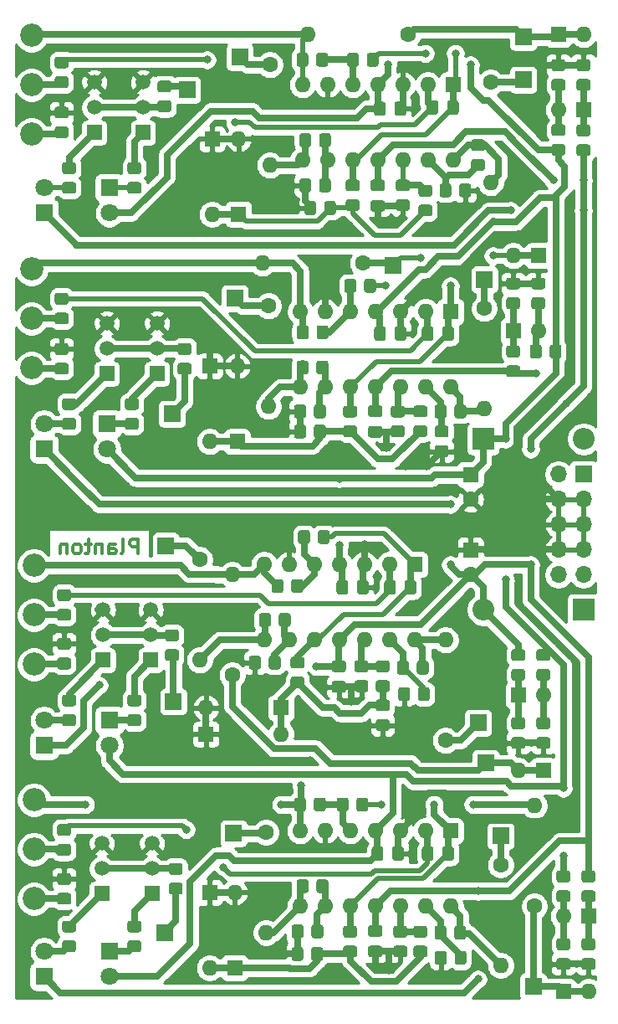
<source format=gbr>
%TF.GenerationSoftware,KiCad,Pcbnew,5.99.0+really5.1.10+dfsg1-1*%
%TF.CreationDate,2022-02-11T21:54:35+01:00*%
%TF.ProjectId,vierfach_LFO,76696572-6661-4636-985f-4c464f2e6b69,rev?*%
%TF.SameCoordinates,Original*%
%TF.FileFunction,Copper,L2,Bot*%
%TF.FilePolarity,Positive*%
%FSLAX46Y46*%
G04 Gerber Fmt 4.6, Leading zero omitted, Abs format (unit mm)*
G04 Created by KiCad (PCBNEW 5.99.0+really5.1.10+dfsg1-1) date 2022-02-11 21:54:35*
%MOMM*%
%LPD*%
G01*
G04 APERTURE LIST*
%TA.AperFunction,NonConductor*%
%ADD10C,0.375000*%
%TD*%
%TA.AperFunction,ComponentPad*%
%ADD11C,2.340000*%
%TD*%
%TA.AperFunction,ComponentPad*%
%ADD12R,1.700000X1.700000*%
%TD*%
%TA.AperFunction,ComponentPad*%
%ADD13C,1.600000*%
%TD*%
%TA.AperFunction,ComponentPad*%
%ADD14R,1.600000X1.600000*%
%TD*%
%TA.AperFunction,ComponentPad*%
%ADD15O,2.200000X2.200000*%
%TD*%
%TA.AperFunction,ComponentPad*%
%ADD16R,2.200000X2.200000*%
%TD*%
%TA.AperFunction,ComponentPad*%
%ADD17R,1.800000X1.800000*%
%TD*%
%TA.AperFunction,ComponentPad*%
%ADD18C,1.800000*%
%TD*%
%TA.AperFunction,ComponentPad*%
%ADD19O,1.600000X1.600000*%
%TD*%
%TA.AperFunction,ComponentPad*%
%ADD20O,1.700000X1.700000*%
%TD*%
%TA.AperFunction,ComponentPad*%
%ADD21R,1.500000X1.500000*%
%TD*%
%TA.AperFunction,ComponentPad*%
%ADD22C,1.500000*%
%TD*%
%TA.AperFunction,ViaPad*%
%ADD23C,0.800000*%
%TD*%
%TA.AperFunction,Conductor*%
%ADD24C,0.700000*%
%TD*%
%TA.AperFunction,Conductor*%
%ADD25C,0.500000*%
%TD*%
%TA.AperFunction,Conductor*%
%ADD26C,0.254000*%
%TD*%
%TA.AperFunction,Conductor*%
%ADD27C,0.100000*%
%TD*%
G04 APERTURE END LIST*
D10*
X73016571Y-94404571D02*
X73016571Y-92904571D01*
X72445142Y-92904571D01*
X72302285Y-92976000D01*
X72230857Y-93047428D01*
X72159428Y-93190285D01*
X72159428Y-93404571D01*
X72230857Y-93547428D01*
X72302285Y-93618857D01*
X72445142Y-93690285D01*
X73016571Y-93690285D01*
X71302285Y-94404571D02*
X71445142Y-94333142D01*
X71516571Y-94190285D01*
X71516571Y-92904571D01*
X70088000Y-94404571D02*
X70088000Y-93618857D01*
X70159428Y-93476000D01*
X70302285Y-93404571D01*
X70588000Y-93404571D01*
X70730857Y-93476000D01*
X70088000Y-94333142D02*
X70230857Y-94404571D01*
X70588000Y-94404571D01*
X70730857Y-94333142D01*
X70802285Y-94190285D01*
X70802285Y-94047428D01*
X70730857Y-93904571D01*
X70588000Y-93833142D01*
X70230857Y-93833142D01*
X70088000Y-93761714D01*
X69373714Y-93404571D02*
X69373714Y-94404571D01*
X69373714Y-93547428D02*
X69302285Y-93476000D01*
X69159428Y-93404571D01*
X68945142Y-93404571D01*
X68802285Y-93476000D01*
X68730857Y-93618857D01*
X68730857Y-94404571D01*
X68230857Y-93404571D02*
X67659428Y-93404571D01*
X68016571Y-92904571D02*
X68016571Y-94190285D01*
X67945142Y-94333142D01*
X67802285Y-94404571D01*
X67659428Y-94404571D01*
X66945142Y-94404571D02*
X67088000Y-94333142D01*
X67159428Y-94261714D01*
X67230857Y-94118857D01*
X67230857Y-93690285D01*
X67159428Y-93547428D01*
X67088000Y-93476000D01*
X66945142Y-93404571D01*
X66730857Y-93404571D01*
X66588000Y-93476000D01*
X66516571Y-93547428D01*
X66445142Y-93690285D01*
X66445142Y-94118857D01*
X66516571Y-94261714D01*
X66588000Y-94333142D01*
X66730857Y-94404571D01*
X66945142Y-94404571D01*
X65802285Y-93404571D02*
X65802285Y-94404571D01*
X65802285Y-93547428D02*
X65730857Y-93476000D01*
X65588000Y-93404571D01*
X65373714Y-93404571D01*
X65230857Y-93476000D01*
X65159428Y-93618857D01*
X65159428Y-94404571D01*
%TO.P,R216,1*%
%TO.N,Net-(D205-Pad2)*%
%TA.AperFunction,SMDPad,CuDef*%
G36*
G01*
X115119999Y-50962000D02*
X116020001Y-50962000D01*
G75*
G02*
X116270000Y-51211999I0J-249999D01*
G01*
X116270000Y-51912001D01*
G75*
G02*
X116020001Y-52162000I-249999J0D01*
G01*
X115119999Y-52162000D01*
G75*
G02*
X114870000Y-51912001I0J249999D01*
G01*
X114870000Y-51211999D01*
G75*
G02*
X115119999Y-50962000I249999J0D01*
G01*
G37*
%TD.AperFunction*%
%TO.P,R216,2*%
%TO.N,VCC*%
%TA.AperFunction,SMDPad,CuDef*%
G36*
G01*
X115119999Y-52962000D02*
X116020001Y-52962000D01*
G75*
G02*
X116270000Y-53211999I0J-249999D01*
G01*
X116270000Y-53912001D01*
G75*
G02*
X116020001Y-54162000I-249999J0D01*
G01*
X115119999Y-54162000D01*
G75*
G02*
X114870000Y-53912001I0J249999D01*
G01*
X114870000Y-53211999D01*
G75*
G02*
X115119999Y-52962000I249999J0D01*
G01*
G37*
%TD.AperFunction*%
%TD*%
D11*
%TO.P,R_freq501,1*%
%TO.N,Net-(R514-Pad2)*%
X62484000Y-119286000D03*
%TO.P,R_freq501,2*%
%TO.N,Net-(R521-Pad1)*%
X62484000Y-124286000D03*
%TO.P,R_freq501,3*%
%TO.N,Net-(R522-Pad2)*%
X62484000Y-129286000D03*
%TD*%
%TO.P,R_freq401,1*%
%TO.N,Net-(R414-Pad2)*%
X62484000Y-95584000D03*
%TO.P,R_freq401,2*%
%TO.N,Net-(R421-Pad1)*%
X62484000Y-100584000D03*
%TO.P,R_freq401,3*%
%TO.N,Net-(R422-Pad2)*%
X62484000Y-105584000D03*
%TD*%
%TO.P,R_freq301,1*%
%TO.N,Net-(R314-Pad2)*%
X62230000Y-65612000D03*
%TO.P,R_freq301,2*%
%TO.N,Net-(R321-Pad1)*%
X62230000Y-70612000D03*
%TO.P,R_freq301,3*%
%TO.N,Net-(R322-Pad2)*%
X62230000Y-75612000D03*
%TD*%
%TO.P,R_freq201,1*%
%TO.N,Net-(R214-Pad2)*%
X62230000Y-41990000D03*
%TO.P,R_freq201,2*%
%TO.N,Net-(R221-Pad1)*%
X62230000Y-46990000D03*
%TO.P,R_freq201,3*%
%TO.N,Net-(R222-Pad2)*%
X62230000Y-51990000D03*
%TD*%
D12*
%TO.P,J504,1*%
%TO.N,/LFO_voice_500/square*%
X113030000Y-138176000D03*
%TD*%
%TO.P,J503,1*%
%TO.N,/LFO_voice_500/triangle*%
X82677000Y-122682000D03*
%TD*%
%TO.P,J502,1*%
%TO.N,/LFO_voice_500/sine*%
X109728000Y-122936000D03*
%TD*%
%TO.P,J404,1*%
%TO.N,/LFO_voice_400/square*%
X108204000Y-115570000D03*
%TD*%
%TO.P,J403,1*%
%TO.N,/LFO_voice_400/triangle*%
X75819000Y-93599000D03*
%TD*%
%TO.P,J402,1*%
%TO.N,/LFO_voice_400/sine*%
X107442000Y-111506000D03*
%TD*%
%TO.P,J304,1*%
%TO.N,/LFO_voice_300/square*%
X98806000Y-65278000D03*
%TD*%
%TO.P,J303,1*%
%TO.N,/LFO_voice_300/triangle*%
X82804000Y-68580000D03*
%TD*%
%TO.P,J302,1*%
%TO.N,/LFO_voice_300/sine*%
X108077000Y-66675000D03*
%TD*%
%TO.P,J204,1*%
%TO.N,/LFO_voice_200/square*%
X112014000Y-42164000D03*
%TD*%
%TO.P,J203,1*%
%TO.N,/LFO_voice_200/triangle*%
X83312000Y-44196000D03*
%TD*%
%TO.P,J202,1*%
%TO.N,/LFO_voice_200/sine*%
X112014000Y-46482000D03*
%TD*%
D13*
%TO.P,C101,2*%
%TO.N,GND*%
X106680000Y-88900000D03*
D14*
%TO.P,C101,1*%
%TO.N,VCC*%
X106680000Y-86400000D03*
%TD*%
%TO.P,C102,1*%
%TO.N,GND*%
X106680000Y-94020000D03*
D13*
%TO.P,C102,2*%
%TO.N,VDD*%
X106680000Y-96520000D03*
%TD*%
%TO.P,C201,1*%
%TO.N,VCC*%
%TA.AperFunction,SMDPad,CuDef*%
G36*
G01*
X96905500Y-49878000D02*
X96905500Y-48928000D01*
G75*
G02*
X97155500Y-48678000I250000J0D01*
G01*
X97830500Y-48678000D01*
G75*
G02*
X98080500Y-48928000I0J-250000D01*
G01*
X98080500Y-49878000D01*
G75*
G02*
X97830500Y-50128000I-250000J0D01*
G01*
X97155500Y-50128000D01*
G75*
G02*
X96905500Y-49878000I0J250000D01*
G01*
G37*
%TD.AperFunction*%
%TO.P,C201,2*%
%TO.N,GND*%
%TA.AperFunction,SMDPad,CuDef*%
G36*
G01*
X98980500Y-49878000D02*
X98980500Y-48928000D01*
G75*
G02*
X99230500Y-48678000I250000J0D01*
G01*
X99905500Y-48678000D01*
G75*
G02*
X100155500Y-48928000I0J-250000D01*
G01*
X100155500Y-49878000D01*
G75*
G02*
X99905500Y-50128000I-250000J0D01*
G01*
X99230500Y-50128000D01*
G75*
G02*
X98980500Y-49878000I0J250000D01*
G01*
G37*
%TD.AperFunction*%
%TD*%
%TO.P,C202,2*%
%TO.N,VDD*%
%TA.AperFunction,SMDPad,CuDef*%
G36*
G01*
X97757000Y-57737500D02*
X96807000Y-57737500D01*
G75*
G02*
X96557000Y-57487500I0J250000D01*
G01*
X96557000Y-56812500D01*
G75*
G02*
X96807000Y-56562500I250000J0D01*
G01*
X97757000Y-56562500D01*
G75*
G02*
X98007000Y-56812500I0J-250000D01*
G01*
X98007000Y-57487500D01*
G75*
G02*
X97757000Y-57737500I-250000J0D01*
G01*
G37*
%TD.AperFunction*%
%TO.P,C202,1*%
%TO.N,GND*%
%TA.AperFunction,SMDPad,CuDef*%
G36*
G01*
X97757000Y-59812500D02*
X96807000Y-59812500D01*
G75*
G02*
X96557000Y-59562500I0J250000D01*
G01*
X96557000Y-58887500D01*
G75*
G02*
X96807000Y-58637500I250000J0D01*
G01*
X97757000Y-58637500D01*
G75*
G02*
X98007000Y-58887500I0J-250000D01*
G01*
X98007000Y-59562500D01*
G75*
G02*
X97757000Y-59812500I-250000J0D01*
G01*
G37*
%TD.AperFunction*%
%TD*%
%TO.P,C203,1*%
%TO.N,Net-(C203-Pad1)*%
%TA.AperFunction,SMDPad,CuDef*%
G36*
G01*
X105489500Y-48801000D02*
X105489500Y-49751000D01*
G75*
G02*
X105239500Y-50001000I-250000J0D01*
G01*
X104564500Y-50001000D01*
G75*
G02*
X104314500Y-49751000I0J250000D01*
G01*
X104314500Y-48801000D01*
G75*
G02*
X104564500Y-48551000I250000J0D01*
G01*
X105239500Y-48551000D01*
G75*
G02*
X105489500Y-48801000I0J-250000D01*
G01*
G37*
%TD.AperFunction*%
%TO.P,C203,2*%
%TO.N,Net-(C203-Pad2)*%
%TA.AperFunction,SMDPad,CuDef*%
G36*
G01*
X103414500Y-48801000D02*
X103414500Y-49751000D01*
G75*
G02*
X103164500Y-50001000I-250000J0D01*
G01*
X102489500Y-50001000D01*
G75*
G02*
X102239500Y-49751000I0J250000D01*
G01*
X102239500Y-48801000D01*
G75*
G02*
X102489500Y-48551000I250000J0D01*
G01*
X103164500Y-48551000D01*
G75*
G02*
X103414500Y-48801000I0J-250000D01*
G01*
G37*
%TD.AperFunction*%
%TD*%
%TO.P,C301,1*%
%TO.N,VCC*%
%TA.AperFunction,SMDPad,CuDef*%
G36*
G01*
X96927000Y-72611000D02*
X96927000Y-71661000D01*
G75*
G02*
X97177000Y-71411000I250000J0D01*
G01*
X97852000Y-71411000D01*
G75*
G02*
X98102000Y-71661000I0J-250000D01*
G01*
X98102000Y-72611000D01*
G75*
G02*
X97852000Y-72861000I-250000J0D01*
G01*
X97177000Y-72861000D01*
G75*
G02*
X96927000Y-72611000I0J250000D01*
G01*
G37*
%TD.AperFunction*%
%TO.P,C301,2*%
%TO.N,GND*%
%TA.AperFunction,SMDPad,CuDef*%
G36*
G01*
X99002000Y-72611000D02*
X99002000Y-71661000D01*
G75*
G02*
X99252000Y-71411000I250000J0D01*
G01*
X99927000Y-71411000D01*
G75*
G02*
X100177000Y-71661000I0J-250000D01*
G01*
X100177000Y-72611000D01*
G75*
G02*
X99927000Y-72861000I-250000J0D01*
G01*
X99252000Y-72861000D01*
G75*
G02*
X99002000Y-72611000I0J250000D01*
G01*
G37*
%TD.AperFunction*%
%TD*%
%TO.P,C302,2*%
%TO.N,VDD*%
%TA.AperFunction,SMDPad,CuDef*%
G36*
G01*
X97503000Y-80576000D02*
X96553000Y-80576000D01*
G75*
G02*
X96303000Y-80326000I0J250000D01*
G01*
X96303000Y-79651000D01*
G75*
G02*
X96553000Y-79401000I250000J0D01*
G01*
X97503000Y-79401000D01*
G75*
G02*
X97753000Y-79651000I0J-250000D01*
G01*
X97753000Y-80326000D01*
G75*
G02*
X97503000Y-80576000I-250000J0D01*
G01*
G37*
%TD.AperFunction*%
%TO.P,C302,1*%
%TO.N,GND*%
%TA.AperFunction,SMDPad,CuDef*%
G36*
G01*
X97503000Y-82651000D02*
X96553000Y-82651000D01*
G75*
G02*
X96303000Y-82401000I0J250000D01*
G01*
X96303000Y-81726000D01*
G75*
G02*
X96553000Y-81476000I250000J0D01*
G01*
X97503000Y-81476000D01*
G75*
G02*
X97753000Y-81726000I0J-250000D01*
G01*
X97753000Y-82401000D01*
G75*
G02*
X97503000Y-82651000I-250000J0D01*
G01*
G37*
%TD.AperFunction*%
%TD*%
%TO.P,C303,1*%
%TO.N,Net-(C303-Pad1)*%
%TA.AperFunction,SMDPad,CuDef*%
G36*
G01*
X105003000Y-71661000D02*
X105003000Y-72611000D01*
G75*
G02*
X104753000Y-72861000I-250000J0D01*
G01*
X104078000Y-72861000D01*
G75*
G02*
X103828000Y-72611000I0J250000D01*
G01*
X103828000Y-71661000D01*
G75*
G02*
X104078000Y-71411000I250000J0D01*
G01*
X104753000Y-71411000D01*
G75*
G02*
X105003000Y-71661000I0J-250000D01*
G01*
G37*
%TD.AperFunction*%
%TO.P,C303,2*%
%TO.N,Net-(C303-Pad2)*%
%TA.AperFunction,SMDPad,CuDef*%
G36*
G01*
X102928000Y-71661000D02*
X102928000Y-72611000D01*
G75*
G02*
X102678000Y-72861000I-250000J0D01*
G01*
X102003000Y-72861000D01*
G75*
G02*
X101753000Y-72611000I0J250000D01*
G01*
X101753000Y-71661000D01*
G75*
G02*
X102003000Y-71411000I250000J0D01*
G01*
X102678000Y-71411000D01*
G75*
G02*
X102928000Y-71661000I0J-250000D01*
G01*
G37*
%TD.AperFunction*%
%TD*%
%TO.P,C401,2*%
%TO.N,GND*%
%TA.AperFunction,SMDPad,CuDef*%
G36*
G01*
X95192000Y-98265000D02*
X95192000Y-97315000D01*
G75*
G02*
X95442000Y-97065000I250000J0D01*
G01*
X96117000Y-97065000D01*
G75*
G02*
X96367000Y-97315000I0J-250000D01*
G01*
X96367000Y-98265000D01*
G75*
G02*
X96117000Y-98515000I-250000J0D01*
G01*
X95442000Y-98515000D01*
G75*
G02*
X95192000Y-98265000I0J250000D01*
G01*
G37*
%TD.AperFunction*%
%TO.P,C401,1*%
%TO.N,VCC*%
%TA.AperFunction,SMDPad,CuDef*%
G36*
G01*
X93117000Y-98265000D02*
X93117000Y-97315000D01*
G75*
G02*
X93367000Y-97065000I250000J0D01*
G01*
X94042000Y-97065000D01*
G75*
G02*
X94292000Y-97315000I0J-250000D01*
G01*
X94292000Y-98265000D01*
G75*
G02*
X94042000Y-98515000I-250000J0D01*
G01*
X93367000Y-98515000D01*
G75*
G02*
X93117000Y-98265000I0J250000D01*
G01*
G37*
%TD.AperFunction*%
%TD*%
%TO.P,C402,2*%
%TO.N,VDD*%
%TA.AperFunction,SMDPad,CuDef*%
G36*
G01*
X93820000Y-106378500D02*
X92870000Y-106378500D01*
G75*
G02*
X92620000Y-106128500I0J250000D01*
G01*
X92620000Y-105453500D01*
G75*
G02*
X92870000Y-105203500I250000J0D01*
G01*
X93820000Y-105203500D01*
G75*
G02*
X94070000Y-105453500I0J-250000D01*
G01*
X94070000Y-106128500D01*
G75*
G02*
X93820000Y-106378500I-250000J0D01*
G01*
G37*
%TD.AperFunction*%
%TO.P,C402,1*%
%TO.N,GND*%
%TA.AperFunction,SMDPad,CuDef*%
G36*
G01*
X93820000Y-108453500D02*
X92870000Y-108453500D01*
G75*
G02*
X92620000Y-108203500I0J250000D01*
G01*
X92620000Y-107528500D01*
G75*
G02*
X92870000Y-107278500I250000J0D01*
G01*
X93820000Y-107278500D01*
G75*
G02*
X94070000Y-107528500I0J-250000D01*
G01*
X94070000Y-108203500D01*
G75*
G02*
X93820000Y-108453500I-250000J0D01*
G01*
G37*
%TD.AperFunction*%
%TD*%
%TO.P,C403,1*%
%TO.N,Net-(C403-Pad1)*%
%TA.AperFunction,SMDPad,CuDef*%
G36*
G01*
X101193000Y-97315000D02*
X101193000Y-98265000D01*
G75*
G02*
X100943000Y-98515000I-250000J0D01*
G01*
X100268000Y-98515000D01*
G75*
G02*
X100018000Y-98265000I0J250000D01*
G01*
X100018000Y-97315000D01*
G75*
G02*
X100268000Y-97065000I250000J0D01*
G01*
X100943000Y-97065000D01*
G75*
G02*
X101193000Y-97315000I0J-250000D01*
G01*
G37*
%TD.AperFunction*%
%TO.P,C403,2*%
%TO.N,Net-(C403-Pad2)*%
%TA.AperFunction,SMDPad,CuDef*%
G36*
G01*
X99118000Y-97315000D02*
X99118000Y-98265000D01*
G75*
G02*
X98868000Y-98515000I-250000J0D01*
G01*
X98193000Y-98515000D01*
G75*
G02*
X97943000Y-98265000I0J250000D01*
G01*
X97943000Y-97315000D01*
G75*
G02*
X98193000Y-97065000I250000J0D01*
G01*
X98868000Y-97065000D01*
G75*
G02*
X99118000Y-97315000I0J-250000D01*
G01*
G37*
%TD.AperFunction*%
%TD*%
%TO.P,C501,2*%
%TO.N,GND*%
%TA.AperFunction,SMDPad,CuDef*%
G36*
G01*
X98748000Y-125189000D02*
X98748000Y-124239000D01*
G75*
G02*
X98998000Y-123989000I250000J0D01*
G01*
X99673000Y-123989000D01*
G75*
G02*
X99923000Y-124239000I0J-250000D01*
G01*
X99923000Y-125189000D01*
G75*
G02*
X99673000Y-125439000I-250000J0D01*
G01*
X98998000Y-125439000D01*
G75*
G02*
X98748000Y-125189000I0J250000D01*
G01*
G37*
%TD.AperFunction*%
%TO.P,C501,1*%
%TO.N,VCC*%
%TA.AperFunction,SMDPad,CuDef*%
G36*
G01*
X96673000Y-125189000D02*
X96673000Y-124239000D01*
G75*
G02*
X96923000Y-123989000I250000J0D01*
G01*
X97598000Y-123989000D01*
G75*
G02*
X97848000Y-124239000I0J-250000D01*
G01*
X97848000Y-125189000D01*
G75*
G02*
X97598000Y-125439000I-250000J0D01*
G01*
X96923000Y-125439000D01*
G75*
G02*
X96673000Y-125189000I0J250000D01*
G01*
G37*
%TD.AperFunction*%
%TD*%
%TO.P,C502,2*%
%TO.N,VDD*%
%TA.AperFunction,SMDPad,CuDef*%
G36*
G01*
X97503000Y-133132500D02*
X96553000Y-133132500D01*
G75*
G02*
X96303000Y-132882500I0J250000D01*
G01*
X96303000Y-132207500D01*
G75*
G02*
X96553000Y-131957500I250000J0D01*
G01*
X97503000Y-131957500D01*
G75*
G02*
X97753000Y-132207500I0J-250000D01*
G01*
X97753000Y-132882500D01*
G75*
G02*
X97503000Y-133132500I-250000J0D01*
G01*
G37*
%TD.AperFunction*%
%TO.P,C502,1*%
%TO.N,GND*%
%TA.AperFunction,SMDPad,CuDef*%
G36*
G01*
X97503000Y-135207500D02*
X96553000Y-135207500D01*
G75*
G02*
X96303000Y-134957500I0J250000D01*
G01*
X96303000Y-134282500D01*
G75*
G02*
X96553000Y-134032500I250000J0D01*
G01*
X97503000Y-134032500D01*
G75*
G02*
X97753000Y-134282500I0J-250000D01*
G01*
X97753000Y-134957500D01*
G75*
G02*
X97503000Y-135207500I-250000J0D01*
G01*
G37*
%TD.AperFunction*%
%TD*%
%TO.P,C503,1*%
%TO.N,Net-(C503-Pad1)*%
%TA.AperFunction,SMDPad,CuDef*%
G36*
G01*
X105003000Y-124239000D02*
X105003000Y-125189000D01*
G75*
G02*
X104753000Y-125439000I-250000J0D01*
G01*
X104078000Y-125439000D01*
G75*
G02*
X103828000Y-125189000I0J250000D01*
G01*
X103828000Y-124239000D01*
G75*
G02*
X104078000Y-123989000I250000J0D01*
G01*
X104753000Y-123989000D01*
G75*
G02*
X105003000Y-124239000I0J-250000D01*
G01*
G37*
%TD.AperFunction*%
%TO.P,C503,2*%
%TO.N,Net-(C503-Pad2)*%
%TA.AperFunction,SMDPad,CuDef*%
G36*
G01*
X102928000Y-124239000D02*
X102928000Y-125189000D01*
G75*
G02*
X102678000Y-125439000I-250000J0D01*
G01*
X102003000Y-125439000D01*
G75*
G02*
X101753000Y-125189000I0J250000D01*
G01*
X101753000Y-124239000D01*
G75*
G02*
X102003000Y-123989000I250000J0D01*
G01*
X102678000Y-123989000D01*
G75*
G02*
X102928000Y-124239000I0J-250000D01*
G01*
G37*
%TD.AperFunction*%
%TD*%
D15*
%TO.P,D101,2*%
%TO.N,+12V*%
X118110000Y-82804000D03*
D16*
%TO.P,D101,1*%
%TO.N,VCC*%
X107950000Y-82804000D03*
%TD*%
%TO.P,D102,1*%
%TO.N,-12V*%
X118110000Y-100076000D03*
D15*
%TO.P,D102,2*%
%TO.N,VDD*%
X107950000Y-100076000D03*
%TD*%
D17*
%TO.P,D201,1*%
%TO.N,Net-(D201-Pad1)*%
X70104000Y-57404000D03*
D18*
%TO.P,D201,2*%
%TO.N,VCC*%
X70104000Y-59944000D03*
%TD*%
D14*
%TO.P,D202,1*%
%TO.N,GND*%
X80518000Y-52451000D03*
D19*
%TO.P,D202,2*%
%TO.N,Net-(D202-Pad2)*%
X80518000Y-60071000D03*
%TD*%
%TO.P,D203,2*%
%TO.N,GND*%
X83185000Y-52451000D03*
D14*
%TO.P,D203,1*%
%TO.N,Net-(D202-Pad2)*%
X83185000Y-60071000D03*
%TD*%
D18*
%TO.P,D204,2*%
%TO.N,Net-(D204-Pad2)*%
X63500000Y-57404000D03*
D17*
%TO.P,D204,1*%
%TO.N,VDD*%
X63500000Y-59944000D03*
%TD*%
D19*
%TO.P,D205,2*%
%TO.N,Net-(D205-Pad2)*%
X115570000Y-49530000D03*
D14*
%TO.P,D205,1*%
%TO.N,/LFO_voice_200/square*%
X115570000Y-41910000D03*
%TD*%
%TO.P,D206,1*%
%TO.N,Net-(D206-Pad1)*%
X118110000Y-49530000D03*
D19*
%TO.P,D206,2*%
%TO.N,/LFO_voice_200/square*%
X118110000Y-41910000D03*
%TD*%
D18*
%TO.P,D301,2*%
%TO.N,VCC*%
X69850000Y-83820000D03*
D17*
%TO.P,D301,1*%
%TO.N,Net-(D301-Pad1)*%
X69850000Y-81280000D03*
%TD*%
D14*
%TO.P,D302,1*%
%TO.N,GND*%
X80264000Y-75438000D03*
D19*
%TO.P,D302,2*%
%TO.N,Net-(D302-Pad2)*%
X80264000Y-83058000D03*
%TD*%
%TO.P,D303,2*%
%TO.N,GND*%
X83058000Y-75438000D03*
D14*
%TO.P,D303,1*%
%TO.N,Net-(D302-Pad2)*%
X83058000Y-83058000D03*
%TD*%
D18*
%TO.P,D304,2*%
%TO.N,Net-(D304-Pad2)*%
X63500000Y-81280000D03*
D17*
%TO.P,D304,1*%
%TO.N,VDD*%
X63500000Y-83820000D03*
%TD*%
D14*
%TO.P,D305,1*%
%TO.N,/LFO_voice_300/square*%
X113538000Y-64262000D03*
D19*
%TO.P,D305,2*%
%TO.N,Net-(D305-Pad2)*%
X113538000Y-71882000D03*
%TD*%
%TO.P,D306,2*%
%TO.N,/LFO_voice_300/square*%
X110998000Y-64262000D03*
D14*
%TO.P,D306,1*%
%TO.N,Net-(D306-Pad1)*%
X110998000Y-71882000D03*
%TD*%
D17*
%TO.P,D401,1*%
%TO.N,Net-(D401-Pad1)*%
X70104000Y-111252000D03*
D18*
%TO.P,D401,2*%
%TO.N,VCC*%
X70104000Y-113792000D03*
%TD*%
D14*
%TO.P,D402,1*%
%TO.N,GND*%
X79883000Y-112649000D03*
D19*
%TO.P,D402,2*%
%TO.N,Net-(D402-Pad2)*%
X87503000Y-112649000D03*
%TD*%
%TO.P,D403,2*%
%TO.N,GND*%
X79883000Y-109982000D03*
D14*
%TO.P,D403,1*%
%TO.N,Net-(D402-Pad2)*%
X87503000Y-109982000D03*
%TD*%
D17*
%TO.P,D404,1*%
%TO.N,VDD*%
X63500000Y-113792000D03*
D18*
%TO.P,D404,2*%
%TO.N,Net-(D404-Pad2)*%
X63500000Y-111252000D03*
%TD*%
D19*
%TO.P,D405,2*%
%TO.N,Net-(D405-Pad2)*%
X114046000Y-108712000D03*
D14*
%TO.P,D405,1*%
%TO.N,/LFO_voice_400/square*%
X114046000Y-116332000D03*
%TD*%
%TO.P,D406,1*%
%TO.N,Net-(D406-Pad1)*%
X111506000Y-108712000D03*
D19*
%TO.P,D406,2*%
%TO.N,/LFO_voice_400/square*%
X111506000Y-116332000D03*
%TD*%
D17*
%TO.P,D501,1*%
%TO.N,Net-(D501-Pad1)*%
X70104000Y-134620000D03*
D18*
%TO.P,D501,2*%
%TO.N,VCC*%
X70104000Y-137160000D03*
%TD*%
D19*
%TO.P,D502,2*%
%TO.N,Net-(D502-Pad2)*%
X80264000Y-136271000D03*
D14*
%TO.P,D502,1*%
%TO.N,GND*%
X80264000Y-128651000D03*
%TD*%
%TO.P,D503,1*%
%TO.N,Net-(D502-Pad2)*%
X82804000Y-136271000D03*
D19*
%TO.P,D503,2*%
%TO.N,GND*%
X82804000Y-128651000D03*
%TD*%
D18*
%TO.P,D504,2*%
%TO.N,Net-(D504-Pad2)*%
X63500000Y-134620000D03*
D17*
%TO.P,D504,1*%
%TO.N,VDD*%
X63500000Y-137160000D03*
%TD*%
D19*
%TO.P,D505,2*%
%TO.N,Net-(D505-Pad2)*%
X116078000Y-131064000D03*
D14*
%TO.P,D505,1*%
%TO.N,/LFO_voice_500/square*%
X116078000Y-138684000D03*
%TD*%
%TO.P,D506,1*%
%TO.N,Net-(D506-Pad1)*%
X118618000Y-131064000D03*
D19*
%TO.P,D506,2*%
%TO.N,/LFO_voice_500/square*%
X118618000Y-138684000D03*
%TD*%
D12*
%TO.P,J101,1*%
%TO.N,+12V*%
X118110000Y-86360000D03*
D20*
%TO.P,J101,2*%
X115570000Y-86360000D03*
%TO.P,J101,3*%
%TO.N,GND*%
X118110000Y-88900000D03*
%TO.P,J101,4*%
X115570000Y-88900000D03*
%TO.P,J101,5*%
X118110000Y-91440000D03*
%TO.P,J101,6*%
X115570000Y-91440000D03*
%TO.P,J101,7*%
X118110000Y-93980000D03*
%TO.P,J101,8*%
X115570000Y-93980000D03*
%TO.P,J101,9*%
%TO.N,-12V*%
X118110000Y-96520000D03*
%TO.P,J101,10*%
X115570000Y-96520000D03*
%TD*%
D12*
%TO.P,J201,1*%
%TO.N,Net-(J201-Pad1)*%
X77978000Y-47498000D03*
%TD*%
%TO.P,J301,1*%
%TO.N,Net-(J301-Pad1)*%
X76454000Y-80264000D03*
%TD*%
%TO.P,J401,1*%
%TO.N,Net-(J401-Pad1)*%
X76581000Y-109347000D03*
%TD*%
%TO.P,J501,1*%
%TO.N,Net-(J501-Pad1)*%
X75692000Y-132715000D03*
%TD*%
D21*
%TO.P,Q201,1*%
%TO.N,Net-(Q201-Pad1)*%
X73525001Y-51816000D03*
D22*
%TO.P,Q201,3*%
%TO.N,GND*%
X73525001Y-46736000D03*
%TO.P,Q201,2*%
%TO.N,Net-(Q201-Pad2)*%
X73525001Y-49276000D03*
%TD*%
D21*
%TO.P,Q202,1*%
%TO.N,Net-(Q202-Pad1)*%
X68580000Y-51816000D03*
D22*
%TO.P,Q202,3*%
%TO.N,GND*%
X68580000Y-46736000D03*
%TO.P,Q202,2*%
%TO.N,Net-(Q201-Pad2)*%
X68580000Y-49276000D03*
%TD*%
D21*
%TO.P,Q301,1*%
%TO.N,Net-(Q301-Pad1)*%
X74930000Y-76200000D03*
D22*
%TO.P,Q301,3*%
%TO.N,GND*%
X74930000Y-71120000D03*
%TO.P,Q301,2*%
%TO.N,Net-(Q301-Pad2)*%
X74930000Y-73660000D03*
%TD*%
%TO.P,Q302,2*%
%TO.N,Net-(Q301-Pad2)*%
X69850000Y-73660000D03*
%TO.P,Q302,3*%
%TO.N,GND*%
X69850000Y-71120000D03*
D21*
%TO.P,Q302,1*%
%TO.N,Net-(Q302-Pad1)*%
X69850000Y-76200000D03*
%TD*%
%TO.P,Q401,1*%
%TO.N,Net-(Q401-Pad1)*%
X74295000Y-105156000D03*
D22*
%TO.P,Q401,3*%
%TO.N,GND*%
X74295000Y-100076000D03*
%TO.P,Q401,2*%
%TO.N,Net-(Q401-Pad2)*%
X74295000Y-102616000D03*
%TD*%
%TO.P,Q402,2*%
%TO.N,Net-(Q401-Pad2)*%
X69469000Y-102616000D03*
%TO.P,Q402,3*%
%TO.N,GND*%
X69469000Y-100076000D03*
D21*
%TO.P,Q402,1*%
%TO.N,Net-(Q402-Pad1)*%
X69469000Y-105156000D03*
%TD*%
D22*
%TO.P,Q501,2*%
%TO.N,Net-(Q501-Pad2)*%
X74422000Y-126238000D03*
%TO.P,Q501,3*%
%TO.N,GND*%
X74422000Y-123698000D03*
D21*
%TO.P,Q501,1*%
%TO.N,Net-(Q501-Pad1)*%
X74422000Y-128778000D03*
%TD*%
D22*
%TO.P,Q502,2*%
%TO.N,Net-(Q501-Pad2)*%
X69342000Y-126238000D03*
%TO.P,Q502,3*%
%TO.N,GND*%
X69342000Y-123698000D03*
D21*
%TO.P,Q502,1*%
%TO.N,Net-(Q502-Pad1)*%
X69342000Y-128778000D03*
%TD*%
%TO.P,R201,1*%
%TO.N,Net-(R201-Pad1)*%
%TA.AperFunction,SMDPad,CuDef*%
G36*
G01*
X103540000Y-58108001D02*
X103540000Y-57207999D01*
G75*
G02*
X103789999Y-56958000I249999J0D01*
G01*
X104490001Y-56958000D01*
G75*
G02*
X104740000Y-57207999I0J-249999D01*
G01*
X104740000Y-58108001D01*
G75*
G02*
X104490001Y-58358000I-249999J0D01*
G01*
X103789999Y-58358000D01*
G75*
G02*
X103540000Y-58108001I0J249999D01*
G01*
G37*
%TD.AperFunction*%
%TO.P,R201,2*%
%TO.N,GND*%
%TA.AperFunction,SMDPad,CuDef*%
G36*
G01*
X105540000Y-58108001D02*
X105540000Y-57207999D01*
G75*
G02*
X105789999Y-56958000I249999J0D01*
G01*
X106490001Y-56958000D01*
G75*
G02*
X106740000Y-57207999I0J-249999D01*
G01*
X106740000Y-58108001D01*
G75*
G02*
X106490001Y-58358000I-249999J0D01*
G01*
X105789999Y-58358000D01*
G75*
G02*
X105540000Y-58108001I0J249999D01*
G01*
G37*
%TD.AperFunction*%
%TD*%
%TO.P,R202,2*%
%TO.N,Net-(R202-Pad2)*%
%TA.AperFunction,SMDPad,CuDef*%
G36*
G01*
X107892001Y-53686000D02*
X106991999Y-53686000D01*
G75*
G02*
X106742000Y-53436001I0J249999D01*
G01*
X106742000Y-52735999D01*
G75*
G02*
X106991999Y-52486000I249999J0D01*
G01*
X107892001Y-52486000D01*
G75*
G02*
X108142000Y-52735999I0J-249999D01*
G01*
X108142000Y-53436001D01*
G75*
G02*
X107892001Y-53686000I-249999J0D01*
G01*
G37*
%TD.AperFunction*%
%TO.P,R202,1*%
%TO.N,Net-(R201-Pad1)*%
%TA.AperFunction,SMDPad,CuDef*%
G36*
G01*
X107892001Y-55686000D02*
X106991999Y-55686000D01*
G75*
G02*
X106742000Y-55436001I0J249999D01*
G01*
X106742000Y-54735999D01*
G75*
G02*
X106991999Y-54486000I249999J0D01*
G01*
X107892001Y-54486000D01*
G75*
G02*
X108142000Y-54735999I0J-249999D01*
G01*
X108142000Y-55436001D01*
G75*
G02*
X107892001Y-55686000I-249999J0D01*
G01*
G37*
%TD.AperFunction*%
%TD*%
%TO.P,R203,1*%
%TO.N,Net-(Q201-Pad1)*%
%TA.AperFunction,SMDPad,CuDef*%
G36*
G01*
X72193999Y-54804000D02*
X73094001Y-54804000D01*
G75*
G02*
X73344000Y-55053999I0J-249999D01*
G01*
X73344000Y-55754001D01*
G75*
G02*
X73094001Y-56004000I-249999J0D01*
G01*
X72193999Y-56004000D01*
G75*
G02*
X71944000Y-55754001I0J249999D01*
G01*
X71944000Y-55053999D01*
G75*
G02*
X72193999Y-54804000I249999J0D01*
G01*
G37*
%TD.AperFunction*%
%TO.P,R203,2*%
%TO.N,Net-(D201-Pad1)*%
%TA.AperFunction,SMDPad,CuDef*%
G36*
G01*
X72193999Y-56804000D02*
X73094001Y-56804000D01*
G75*
G02*
X73344000Y-57053999I0J-249999D01*
G01*
X73344000Y-57754001D01*
G75*
G02*
X73094001Y-58004000I-249999J0D01*
G01*
X72193999Y-58004000D01*
G75*
G02*
X71944000Y-57754001I0J249999D01*
G01*
X71944000Y-57053999D01*
G75*
G02*
X72193999Y-56804000I249999J0D01*
G01*
G37*
%TD.AperFunction*%
%TD*%
D19*
%TO.P,R204,2*%
%TO.N,Net-(R202-Pad2)*%
X108712000Y-56896000D03*
D13*
%TO.P,R204,1*%
%TO.N,/LFO_voice_200/sine*%
X108712000Y-46736000D03*
%TD*%
%TO.P,R205,1*%
%TO.N,Net-(R205-Pad1)*%
%TA.AperFunction,SMDPad,CuDef*%
G36*
G01*
X101657999Y-57090000D02*
X102558001Y-57090000D01*
G75*
G02*
X102808000Y-57339999I0J-249999D01*
G01*
X102808000Y-58040001D01*
G75*
G02*
X102558001Y-58290000I-249999J0D01*
G01*
X101657999Y-58290000D01*
G75*
G02*
X101408000Y-58040001I0J249999D01*
G01*
X101408000Y-57339999D01*
G75*
G02*
X101657999Y-57090000I249999J0D01*
G01*
G37*
%TD.AperFunction*%
%TO.P,R205,2*%
%TO.N,Net-(D202-Pad2)*%
%TA.AperFunction,SMDPad,CuDef*%
G36*
G01*
X101657999Y-59090000D02*
X102558001Y-59090000D01*
G75*
G02*
X102808000Y-59339999I0J-249999D01*
G01*
X102808000Y-60040001D01*
G75*
G02*
X102558001Y-60290000I-249999J0D01*
G01*
X101657999Y-60290000D01*
G75*
G02*
X101408000Y-60040001I0J249999D01*
G01*
X101408000Y-59339999D01*
G75*
G02*
X101657999Y-59090000I249999J0D01*
G01*
G37*
%TD.AperFunction*%
%TD*%
%TO.P,R206,1*%
%TO.N,Net-(Q201-Pad2)*%
%TA.AperFunction,SMDPad,CuDef*%
G36*
G01*
X76142001Y-49749000D02*
X75241999Y-49749000D01*
G75*
G02*
X74992000Y-49499001I0J249999D01*
G01*
X74992000Y-48798999D01*
G75*
G02*
X75241999Y-48549000I249999J0D01*
G01*
X76142001Y-48549000D01*
G75*
G02*
X76392000Y-48798999I0J-249999D01*
G01*
X76392000Y-49499001D01*
G75*
G02*
X76142001Y-49749000I-249999J0D01*
G01*
G37*
%TD.AperFunction*%
%TO.P,R206,2*%
%TO.N,Net-(J201-Pad1)*%
%TA.AperFunction,SMDPad,CuDef*%
G36*
G01*
X76142001Y-47749000D02*
X75241999Y-47749000D01*
G75*
G02*
X74992000Y-47499001I0J249999D01*
G01*
X74992000Y-46798999D01*
G75*
G02*
X75241999Y-46549000I249999J0D01*
G01*
X76142001Y-46549000D01*
G75*
G02*
X76392000Y-46798999I0J-249999D01*
G01*
X76392000Y-47499001D01*
G75*
G02*
X76142001Y-47749000I-249999J0D01*
G01*
G37*
%TD.AperFunction*%
%TD*%
%TO.P,R207,2*%
%TO.N,Net-(R205-Pad1)*%
%TA.AperFunction,SMDPad,CuDef*%
G36*
G01*
X100272001Y-57750000D02*
X99371999Y-57750000D01*
G75*
G02*
X99122000Y-57500001I0J249999D01*
G01*
X99122000Y-56799999D01*
G75*
G02*
X99371999Y-56550000I249999J0D01*
G01*
X100272001Y-56550000D01*
G75*
G02*
X100522000Y-56799999I0J-249999D01*
G01*
X100522000Y-57500001D01*
G75*
G02*
X100272001Y-57750000I-249999J0D01*
G01*
G37*
%TD.AperFunction*%
%TO.P,R207,1*%
%TO.N,GND*%
%TA.AperFunction,SMDPad,CuDef*%
G36*
G01*
X100272001Y-59750000D02*
X99371999Y-59750000D01*
G75*
G02*
X99122000Y-59500001I0J249999D01*
G01*
X99122000Y-58799999D01*
G75*
G02*
X99371999Y-58550000I249999J0D01*
G01*
X100272001Y-58550000D01*
G75*
G02*
X100522000Y-58799999I0J-249999D01*
G01*
X100522000Y-59500001D01*
G75*
G02*
X100272001Y-59750000I-249999J0D01*
G01*
G37*
%TD.AperFunction*%
%TD*%
%TO.P,R208,1*%
%TO.N,GND*%
%TA.AperFunction,SMDPad,CuDef*%
G36*
G01*
X89856000Y-59886001D02*
X89856000Y-58985999D01*
G75*
G02*
X90105999Y-58736000I249999J0D01*
G01*
X90806001Y-58736000D01*
G75*
G02*
X91056000Y-58985999I0J-249999D01*
G01*
X91056000Y-59886001D01*
G75*
G02*
X90806001Y-60136000I-249999J0D01*
G01*
X90105999Y-60136000D01*
G75*
G02*
X89856000Y-59886001I0J249999D01*
G01*
G37*
%TD.AperFunction*%
%TO.P,R208,2*%
%TO.N,Net-(D202-Pad2)*%
%TA.AperFunction,SMDPad,CuDef*%
G36*
G01*
X91856000Y-59886001D02*
X91856000Y-58985999D01*
G75*
G02*
X92105999Y-58736000I249999J0D01*
G01*
X92806001Y-58736000D01*
G75*
G02*
X93056000Y-58985999I0J-249999D01*
G01*
X93056000Y-59886001D01*
G75*
G02*
X92806001Y-60136000I-249999J0D01*
G01*
X92105999Y-60136000D01*
G75*
G02*
X91856000Y-59886001I0J249999D01*
G01*
G37*
%TD.AperFunction*%
%TD*%
%TO.P,R209,2*%
%TO.N,Net-(D202-Pad2)*%
%TA.AperFunction,SMDPad,CuDef*%
G36*
G01*
X94291999Y-58550000D02*
X95192001Y-58550000D01*
G75*
G02*
X95442000Y-58799999I0J-249999D01*
G01*
X95442000Y-59500001D01*
G75*
G02*
X95192001Y-59750000I-249999J0D01*
G01*
X94291999Y-59750000D01*
G75*
G02*
X94042000Y-59500001I0J249999D01*
G01*
X94042000Y-58799999D01*
G75*
G02*
X94291999Y-58550000I249999J0D01*
G01*
G37*
%TD.AperFunction*%
%TO.P,R209,1*%
%TO.N,Net-(C203-Pad1)*%
%TA.AperFunction,SMDPad,CuDef*%
G36*
G01*
X94291999Y-56550000D02*
X95192001Y-56550000D01*
G75*
G02*
X95442000Y-56799999I0J-249999D01*
G01*
X95442000Y-57500001D01*
G75*
G02*
X95192001Y-57750000I-249999J0D01*
G01*
X94291999Y-57750000D01*
G75*
G02*
X94042000Y-57500001I0J249999D01*
G01*
X94042000Y-56799999D01*
G75*
G02*
X94291999Y-56550000I249999J0D01*
G01*
G37*
%TD.AperFunction*%
%TD*%
%TO.P,R210,1*%
%TO.N,Net-(D204-Pad2)*%
%TA.AperFunction,SMDPad,CuDef*%
G36*
G01*
X66490001Y-58004000D02*
X65589999Y-58004000D01*
G75*
G02*
X65340000Y-57754001I0J249999D01*
G01*
X65340000Y-57053999D01*
G75*
G02*
X65589999Y-56804000I249999J0D01*
G01*
X66490001Y-56804000D01*
G75*
G02*
X66740000Y-57053999I0J-249999D01*
G01*
X66740000Y-57754001D01*
G75*
G02*
X66490001Y-58004000I-249999J0D01*
G01*
G37*
%TD.AperFunction*%
%TO.P,R210,2*%
%TO.N,Net-(Q202-Pad1)*%
%TA.AperFunction,SMDPad,CuDef*%
G36*
G01*
X66490001Y-56004000D02*
X65589999Y-56004000D01*
G75*
G02*
X65340000Y-55754001I0J249999D01*
G01*
X65340000Y-55053999D01*
G75*
G02*
X65589999Y-54804000I249999J0D01*
G01*
X66490001Y-54804000D01*
G75*
G02*
X66740000Y-55053999I0J-249999D01*
G01*
X66740000Y-55754001D01*
G75*
G02*
X66490001Y-56004000I-249999J0D01*
G01*
G37*
%TD.AperFunction*%
%TD*%
%TO.P,R211,1*%
%TO.N,/LFO_voice_200/triangle*%
X86360000Y-44958000D03*
D19*
%TO.P,R211,2*%
%TO.N,Net-(R211-Pad2)*%
X86360000Y-55118000D03*
%TD*%
%TO.P,R212,2*%
%TO.N,Net-(R211-Pad2)*%
%TA.AperFunction,SMDPad,CuDef*%
G36*
G01*
X90548000Y-52127999D02*
X90548000Y-53028001D01*
G75*
G02*
X90298001Y-53278000I-249999J0D01*
G01*
X89597999Y-53278000D01*
G75*
G02*
X89348000Y-53028001I0J249999D01*
G01*
X89348000Y-52127999D01*
G75*
G02*
X89597999Y-51878000I249999J0D01*
G01*
X90298001Y-51878000D01*
G75*
G02*
X90548000Y-52127999I0J-249999D01*
G01*
G37*
%TD.AperFunction*%
%TO.P,R212,1*%
%TO.N,Net-(R212-Pad1)*%
%TA.AperFunction,SMDPad,CuDef*%
G36*
G01*
X92548000Y-52127999D02*
X92548000Y-53028001D01*
G75*
G02*
X92298001Y-53278000I-249999J0D01*
G01*
X91597999Y-53278000D01*
G75*
G02*
X91348000Y-53028001I0J249999D01*
G01*
X91348000Y-52127999D01*
G75*
G02*
X91597999Y-51878000I249999J0D01*
G01*
X92298001Y-51878000D01*
G75*
G02*
X92548000Y-52127999I0J-249999D01*
G01*
G37*
%TD.AperFunction*%
%TD*%
%TO.P,R213,1*%
%TO.N,GND*%
%TA.AperFunction,SMDPad,CuDef*%
G36*
G01*
X89348000Y-57600001D02*
X89348000Y-56699999D01*
G75*
G02*
X89597999Y-56450000I249999J0D01*
G01*
X90298001Y-56450000D01*
G75*
G02*
X90548000Y-56699999I0J-249999D01*
G01*
X90548000Y-57600001D01*
G75*
G02*
X90298001Y-57850000I-249999J0D01*
G01*
X89597999Y-57850000D01*
G75*
G02*
X89348000Y-57600001I0J249999D01*
G01*
G37*
%TD.AperFunction*%
%TO.P,R213,2*%
%TO.N,Net-(R212-Pad1)*%
%TA.AperFunction,SMDPad,CuDef*%
G36*
G01*
X91348000Y-57600001D02*
X91348000Y-56699999D01*
G75*
G02*
X91597999Y-56450000I249999J0D01*
G01*
X92298001Y-56450000D01*
G75*
G02*
X92548000Y-56699999I0J-249999D01*
G01*
X92548000Y-57600001D01*
G75*
G02*
X92298001Y-57850000I-249999J0D01*
G01*
X91597999Y-57850000D01*
G75*
G02*
X91348000Y-57600001I0J249999D01*
G01*
G37*
%TD.AperFunction*%
%TD*%
D13*
%TO.P,R214,1*%
%TO.N,/LFO_voice_200/square*%
X100330000Y-41910000D03*
D19*
%TO.P,R214,2*%
%TO.N,Net-(R214-Pad2)*%
X90170000Y-41910000D03*
%TD*%
%TO.P,R215,2*%
%TO.N,Net-(C203-Pad1)*%
%TA.AperFunction,SMDPad,CuDef*%
G36*
G01*
X96174000Y-44900001D02*
X96174000Y-43999999D01*
G75*
G02*
X96423999Y-43750000I249999J0D01*
G01*
X97124001Y-43750000D01*
G75*
G02*
X97374000Y-43999999I0J-249999D01*
G01*
X97374000Y-44900001D01*
G75*
G02*
X97124001Y-45150000I-249999J0D01*
G01*
X96423999Y-45150000D01*
G75*
G02*
X96174000Y-44900001I0J249999D01*
G01*
G37*
%TD.AperFunction*%
%TO.P,R215,1*%
%TO.N,Net-(R215-Pad1)*%
%TA.AperFunction,SMDPad,CuDef*%
G36*
G01*
X94174000Y-44900001D02*
X94174000Y-43999999D01*
G75*
G02*
X94423999Y-43750000I249999J0D01*
G01*
X95124001Y-43750000D01*
G75*
G02*
X95374000Y-43999999I0J-249999D01*
G01*
X95374000Y-44900001D01*
G75*
G02*
X95124001Y-45150000I-249999J0D01*
G01*
X94423999Y-45150000D01*
G75*
G02*
X94174000Y-44900001I0J249999D01*
G01*
G37*
%TD.AperFunction*%
%TD*%
%TO.P,R217,1*%
%TO.N,Net-(D206-Pad1)*%
%TA.AperFunction,SMDPad,CuDef*%
G36*
G01*
X118560001Y-47590000D02*
X117659999Y-47590000D01*
G75*
G02*
X117410000Y-47340001I0J249999D01*
G01*
X117410000Y-46639999D01*
G75*
G02*
X117659999Y-46390000I249999J0D01*
G01*
X118560001Y-46390000D01*
G75*
G02*
X118810000Y-46639999I0J-249999D01*
G01*
X118810000Y-47340001D01*
G75*
G02*
X118560001Y-47590000I-249999J0D01*
G01*
G37*
%TD.AperFunction*%
%TO.P,R217,2*%
%TO.N,GND*%
%TA.AperFunction,SMDPad,CuDef*%
G36*
G01*
X118560001Y-45590000D02*
X117659999Y-45590000D01*
G75*
G02*
X117410000Y-45340001I0J249999D01*
G01*
X117410000Y-44639999D01*
G75*
G02*
X117659999Y-44390000I249999J0D01*
G01*
X118560001Y-44390000D01*
G75*
G02*
X118810000Y-44639999I0J-249999D01*
G01*
X118810000Y-45340001D01*
G75*
G02*
X118560001Y-45590000I-249999J0D01*
G01*
G37*
%TD.AperFunction*%
%TD*%
%TO.P,R218,2*%
%TO.N,Net-(R215-Pad1)*%
%TA.AperFunction,SMDPad,CuDef*%
G36*
G01*
X91062000Y-44900001D02*
X91062000Y-43999999D01*
G75*
G02*
X91311999Y-43750000I249999J0D01*
G01*
X92012001Y-43750000D01*
G75*
G02*
X92262000Y-43999999I0J-249999D01*
G01*
X92262000Y-44900001D01*
G75*
G02*
X92012001Y-45150000I-249999J0D01*
G01*
X91311999Y-45150000D01*
G75*
G02*
X91062000Y-44900001I0J249999D01*
G01*
G37*
%TD.AperFunction*%
%TO.P,R218,1*%
%TO.N,Net-(R214-Pad2)*%
%TA.AperFunction,SMDPad,CuDef*%
G36*
G01*
X89062000Y-44900001D02*
X89062000Y-43999999D01*
G75*
G02*
X89311999Y-43750000I249999J0D01*
G01*
X90012001Y-43750000D01*
G75*
G02*
X90262000Y-43999999I0J-249999D01*
G01*
X90262000Y-44900001D01*
G75*
G02*
X90012001Y-45150000I-249999J0D01*
G01*
X89311999Y-45150000D01*
G75*
G02*
X89062000Y-44900001I0J249999D01*
G01*
G37*
%TD.AperFunction*%
%TD*%
%TO.P,R219,2*%
%TO.N,Net-(D205-Pad2)*%
%TA.AperFunction,SMDPad,CuDef*%
G36*
G01*
X115119999Y-46390000D02*
X116020001Y-46390000D01*
G75*
G02*
X116270000Y-46639999I0J-249999D01*
G01*
X116270000Y-47340001D01*
G75*
G02*
X116020001Y-47590000I-249999J0D01*
G01*
X115119999Y-47590000D01*
G75*
G02*
X114870000Y-47340001I0J249999D01*
G01*
X114870000Y-46639999D01*
G75*
G02*
X115119999Y-46390000I249999J0D01*
G01*
G37*
%TD.AperFunction*%
%TO.P,R219,1*%
%TO.N,GND*%
%TA.AperFunction,SMDPad,CuDef*%
G36*
G01*
X115119999Y-44390000D02*
X116020001Y-44390000D01*
G75*
G02*
X116270000Y-44639999I0J-249999D01*
G01*
X116270000Y-45340001D01*
G75*
G02*
X116020001Y-45590000I-249999J0D01*
G01*
X115119999Y-45590000D01*
G75*
G02*
X114870000Y-45340001I0J249999D01*
G01*
X114870000Y-44639999D01*
G75*
G02*
X115119999Y-44390000I249999J0D01*
G01*
G37*
%TD.AperFunction*%
%TD*%
%TO.P,R220,2*%
%TO.N,Net-(D206-Pad1)*%
%TA.AperFunction,SMDPad,CuDef*%
G36*
G01*
X118560001Y-52194000D02*
X117659999Y-52194000D01*
G75*
G02*
X117410000Y-51944001I0J249999D01*
G01*
X117410000Y-51243999D01*
G75*
G02*
X117659999Y-50994000I249999J0D01*
G01*
X118560001Y-50994000D01*
G75*
G02*
X118810000Y-51243999I0J-249999D01*
G01*
X118810000Y-51944001D01*
G75*
G02*
X118560001Y-52194000I-249999J0D01*
G01*
G37*
%TD.AperFunction*%
%TO.P,R220,1*%
%TO.N,VDD*%
%TA.AperFunction,SMDPad,CuDef*%
G36*
G01*
X118560001Y-54194000D02*
X117659999Y-54194000D01*
G75*
G02*
X117410000Y-53944001I0J249999D01*
G01*
X117410000Y-53243999D01*
G75*
G02*
X117659999Y-52994000I249999J0D01*
G01*
X118560001Y-52994000D01*
G75*
G02*
X118810000Y-53243999I0J-249999D01*
G01*
X118810000Y-53944001D01*
G75*
G02*
X118560001Y-54194000I-249999J0D01*
G01*
G37*
%TD.AperFunction*%
%TD*%
%TO.P,R221,2*%
%TO.N,Net-(C203-Pad2)*%
%TA.AperFunction,SMDPad,CuDef*%
G36*
G01*
X65728001Y-45320000D02*
X64827999Y-45320000D01*
G75*
G02*
X64578000Y-45070001I0J249999D01*
G01*
X64578000Y-44369999D01*
G75*
G02*
X64827999Y-44120000I249999J0D01*
G01*
X65728001Y-44120000D01*
G75*
G02*
X65978000Y-44369999I0J-249999D01*
G01*
X65978000Y-45070001D01*
G75*
G02*
X65728001Y-45320000I-249999J0D01*
G01*
G37*
%TD.AperFunction*%
%TO.P,R221,1*%
%TO.N,Net-(R221-Pad1)*%
%TA.AperFunction,SMDPad,CuDef*%
G36*
G01*
X65728001Y-47320000D02*
X64827999Y-47320000D01*
G75*
G02*
X64578000Y-47070001I0J249999D01*
G01*
X64578000Y-46369999D01*
G75*
G02*
X64827999Y-46120000I249999J0D01*
G01*
X65728001Y-46120000D01*
G75*
G02*
X65978000Y-46369999I0J-249999D01*
G01*
X65978000Y-47070001D01*
G75*
G02*
X65728001Y-47320000I-249999J0D01*
G01*
G37*
%TD.AperFunction*%
%TD*%
%TO.P,R222,1*%
%TO.N,GND*%
%TA.AperFunction,SMDPad,CuDef*%
G36*
G01*
X64827999Y-49184000D02*
X65728001Y-49184000D01*
G75*
G02*
X65978000Y-49433999I0J-249999D01*
G01*
X65978000Y-50134001D01*
G75*
G02*
X65728001Y-50384000I-249999J0D01*
G01*
X64827999Y-50384000D01*
G75*
G02*
X64578000Y-50134001I0J249999D01*
G01*
X64578000Y-49433999D01*
G75*
G02*
X64827999Y-49184000I249999J0D01*
G01*
G37*
%TD.AperFunction*%
%TO.P,R222,2*%
%TO.N,Net-(R222-Pad2)*%
%TA.AperFunction,SMDPad,CuDef*%
G36*
G01*
X64827999Y-51184000D02*
X65728001Y-51184000D01*
G75*
G02*
X65978000Y-51433999I0J-249999D01*
G01*
X65978000Y-52134001D01*
G75*
G02*
X65728001Y-52384000I-249999J0D01*
G01*
X64827999Y-52384000D01*
G75*
G02*
X64578000Y-52134001I0J249999D01*
G01*
X64578000Y-51433999D01*
G75*
G02*
X64827999Y-51184000I249999J0D01*
G01*
G37*
%TD.AperFunction*%
%TD*%
%TO.P,R301,2*%
%TO.N,GND*%
%TA.AperFunction,SMDPad,CuDef*%
G36*
G01*
X103308999Y-83442000D02*
X104209001Y-83442000D01*
G75*
G02*
X104459000Y-83691999I0J-249999D01*
G01*
X104459000Y-84392001D01*
G75*
G02*
X104209001Y-84642000I-249999J0D01*
G01*
X103308999Y-84642000D01*
G75*
G02*
X103059000Y-84392001I0J249999D01*
G01*
X103059000Y-83691999D01*
G75*
G02*
X103308999Y-83442000I249999J0D01*
G01*
G37*
%TD.AperFunction*%
%TO.P,R301,1*%
%TO.N,Net-(R301-Pad1)*%
%TA.AperFunction,SMDPad,CuDef*%
G36*
G01*
X103308999Y-81442000D02*
X104209001Y-81442000D01*
G75*
G02*
X104459000Y-81691999I0J-249999D01*
G01*
X104459000Y-82392001D01*
G75*
G02*
X104209001Y-82642000I-249999J0D01*
G01*
X103308999Y-82642000D01*
G75*
G02*
X103059000Y-82392001I0J249999D01*
G01*
X103059000Y-81691999D01*
G75*
G02*
X103308999Y-81442000I249999J0D01*
G01*
G37*
%TD.AperFunction*%
%TD*%
%TO.P,R302,1*%
%TO.N,Net-(R301-Pad1)*%
%TA.AperFunction,SMDPad,CuDef*%
G36*
G01*
X103048000Y-80460001D02*
X103048000Y-79559999D01*
G75*
G02*
X103297999Y-79310000I249999J0D01*
G01*
X103998001Y-79310000D01*
G75*
G02*
X104248000Y-79559999I0J-249999D01*
G01*
X104248000Y-80460001D01*
G75*
G02*
X103998001Y-80710000I-249999J0D01*
G01*
X103297999Y-80710000D01*
G75*
G02*
X103048000Y-80460001I0J249999D01*
G01*
G37*
%TD.AperFunction*%
%TO.P,R302,2*%
%TO.N,Net-(R302-Pad2)*%
%TA.AperFunction,SMDPad,CuDef*%
G36*
G01*
X105048000Y-80460001D02*
X105048000Y-79559999D01*
G75*
G02*
X105297999Y-79310000I249999J0D01*
G01*
X105998001Y-79310000D01*
G75*
G02*
X106248000Y-79559999I0J-249999D01*
G01*
X106248000Y-80460001D01*
G75*
G02*
X105998001Y-80710000I-249999J0D01*
G01*
X105297999Y-80710000D01*
G75*
G02*
X105048000Y-80460001I0J249999D01*
G01*
G37*
%TD.AperFunction*%
%TD*%
%TO.P,R303,1*%
%TO.N,Net-(Q301-Pad1)*%
%TA.AperFunction,SMDPad,CuDef*%
G36*
G01*
X71939999Y-78664000D02*
X72840001Y-78664000D01*
G75*
G02*
X73090000Y-78913999I0J-249999D01*
G01*
X73090000Y-79614001D01*
G75*
G02*
X72840001Y-79864000I-249999J0D01*
G01*
X71939999Y-79864000D01*
G75*
G02*
X71690000Y-79614001I0J249999D01*
G01*
X71690000Y-78913999D01*
G75*
G02*
X71939999Y-78664000I249999J0D01*
G01*
G37*
%TD.AperFunction*%
%TO.P,R303,2*%
%TO.N,Net-(D301-Pad1)*%
%TA.AperFunction,SMDPad,CuDef*%
G36*
G01*
X71939999Y-80664000D02*
X72840001Y-80664000D01*
G75*
G02*
X73090000Y-80913999I0J-249999D01*
G01*
X73090000Y-81614001D01*
G75*
G02*
X72840001Y-81864000I-249999J0D01*
G01*
X71939999Y-81864000D01*
G75*
G02*
X71690000Y-81614001I0J249999D01*
G01*
X71690000Y-80913999D01*
G75*
G02*
X71939999Y-80664000I249999J0D01*
G01*
G37*
%TD.AperFunction*%
%TD*%
%TO.P,R304,2*%
%TO.N,Net-(R302-Pad2)*%
X108077000Y-79756000D03*
D13*
%TO.P,R304,1*%
%TO.N,/LFO_voice_300/sine*%
X108077000Y-69596000D03*
%TD*%
%TO.P,R305,2*%
%TO.N,Net-(D302-Pad2)*%
%TA.AperFunction,SMDPad,CuDef*%
G36*
G01*
X101149999Y-81410000D02*
X102050001Y-81410000D01*
G75*
G02*
X102300000Y-81659999I0J-249999D01*
G01*
X102300000Y-82360001D01*
G75*
G02*
X102050001Y-82610000I-249999J0D01*
G01*
X101149999Y-82610000D01*
G75*
G02*
X100900000Y-82360001I0J249999D01*
G01*
X100900000Y-81659999D01*
G75*
G02*
X101149999Y-81410000I249999J0D01*
G01*
G37*
%TD.AperFunction*%
%TO.P,R305,1*%
%TO.N,Net-(R305-Pad1)*%
%TA.AperFunction,SMDPad,CuDef*%
G36*
G01*
X101149999Y-79410000D02*
X102050001Y-79410000D01*
G75*
G02*
X102300000Y-79659999I0J-249999D01*
G01*
X102300000Y-80360001D01*
G75*
G02*
X102050001Y-80610000I-249999J0D01*
G01*
X101149999Y-80610000D01*
G75*
G02*
X100900000Y-80360001I0J249999D01*
G01*
X100900000Y-79659999D01*
G75*
G02*
X101149999Y-79410000I249999J0D01*
G01*
G37*
%TD.AperFunction*%
%TD*%
%TO.P,R306,1*%
%TO.N,Net-(Q301-Pad2)*%
%TA.AperFunction,SMDPad,CuDef*%
G36*
G01*
X77273999Y-73092000D02*
X78174001Y-73092000D01*
G75*
G02*
X78424000Y-73341999I0J-249999D01*
G01*
X78424000Y-74042001D01*
G75*
G02*
X78174001Y-74292000I-249999J0D01*
G01*
X77273999Y-74292000D01*
G75*
G02*
X77024000Y-74042001I0J249999D01*
G01*
X77024000Y-73341999D01*
G75*
G02*
X77273999Y-73092000I249999J0D01*
G01*
G37*
%TD.AperFunction*%
%TO.P,R306,2*%
%TO.N,Net-(J301-Pad1)*%
%TA.AperFunction,SMDPad,CuDef*%
G36*
G01*
X77273999Y-75092000D02*
X78174001Y-75092000D01*
G75*
G02*
X78424000Y-75341999I0J-249999D01*
G01*
X78424000Y-76042001D01*
G75*
G02*
X78174001Y-76292000I-249999J0D01*
G01*
X77273999Y-76292000D01*
G75*
G02*
X77024000Y-76042001I0J249999D01*
G01*
X77024000Y-75341999D01*
G75*
G02*
X77273999Y-75092000I249999J0D01*
G01*
G37*
%TD.AperFunction*%
%TD*%
%TO.P,R307,1*%
%TO.N,GND*%
%TA.AperFunction,SMDPad,CuDef*%
G36*
G01*
X99764001Y-82626000D02*
X98863999Y-82626000D01*
G75*
G02*
X98614000Y-82376001I0J249999D01*
G01*
X98614000Y-81675999D01*
G75*
G02*
X98863999Y-81426000I249999J0D01*
G01*
X99764001Y-81426000D01*
G75*
G02*
X100014000Y-81675999I0J-249999D01*
G01*
X100014000Y-82376001D01*
G75*
G02*
X99764001Y-82626000I-249999J0D01*
G01*
G37*
%TD.AperFunction*%
%TO.P,R307,2*%
%TO.N,Net-(R305-Pad1)*%
%TA.AperFunction,SMDPad,CuDef*%
G36*
G01*
X99764001Y-80626000D02*
X98863999Y-80626000D01*
G75*
G02*
X98614000Y-80376001I0J249999D01*
G01*
X98614000Y-79675999D01*
G75*
G02*
X98863999Y-79426000I249999J0D01*
G01*
X99764001Y-79426000D01*
G75*
G02*
X100014000Y-79675999I0J-249999D01*
G01*
X100014000Y-80376001D01*
G75*
G02*
X99764001Y-80626000I-249999J0D01*
G01*
G37*
%TD.AperFunction*%
%TD*%
%TO.P,R308,1*%
%TO.N,GND*%
%TA.AperFunction,SMDPad,CuDef*%
G36*
G01*
X88824000Y-82492001D02*
X88824000Y-81591999D01*
G75*
G02*
X89073999Y-81342000I249999J0D01*
G01*
X89774001Y-81342000D01*
G75*
G02*
X90024000Y-81591999I0J-249999D01*
G01*
X90024000Y-82492001D01*
G75*
G02*
X89774001Y-82742000I-249999J0D01*
G01*
X89073999Y-82742000D01*
G75*
G02*
X88824000Y-82492001I0J249999D01*
G01*
G37*
%TD.AperFunction*%
%TO.P,R308,2*%
%TO.N,Net-(D302-Pad2)*%
%TA.AperFunction,SMDPad,CuDef*%
G36*
G01*
X90824000Y-82492001D02*
X90824000Y-81591999D01*
G75*
G02*
X91073999Y-81342000I249999J0D01*
G01*
X91774001Y-81342000D01*
G75*
G02*
X92024000Y-81591999I0J-249999D01*
G01*
X92024000Y-82492001D01*
G75*
G02*
X91774001Y-82742000I-249999J0D01*
G01*
X91073999Y-82742000D01*
G75*
G02*
X90824000Y-82492001I0J249999D01*
G01*
G37*
%TD.AperFunction*%
%TD*%
%TO.P,R309,2*%
%TO.N,Net-(D302-Pad2)*%
%TA.AperFunction,SMDPad,CuDef*%
G36*
G01*
X94037999Y-81426000D02*
X94938001Y-81426000D01*
G75*
G02*
X95188000Y-81675999I0J-249999D01*
G01*
X95188000Y-82376001D01*
G75*
G02*
X94938001Y-82626000I-249999J0D01*
G01*
X94037999Y-82626000D01*
G75*
G02*
X93788000Y-82376001I0J249999D01*
G01*
X93788000Y-81675999D01*
G75*
G02*
X94037999Y-81426000I249999J0D01*
G01*
G37*
%TD.AperFunction*%
%TO.P,R309,1*%
%TO.N,Net-(C303-Pad1)*%
%TA.AperFunction,SMDPad,CuDef*%
G36*
G01*
X94037999Y-79426000D02*
X94938001Y-79426000D01*
G75*
G02*
X95188000Y-79675999I0J-249999D01*
G01*
X95188000Y-80376001D01*
G75*
G02*
X94938001Y-80626000I-249999J0D01*
G01*
X94037999Y-80626000D01*
G75*
G02*
X93788000Y-80376001I0J249999D01*
G01*
X93788000Y-79675999D01*
G75*
G02*
X94037999Y-79426000I249999J0D01*
G01*
G37*
%TD.AperFunction*%
%TD*%
%TO.P,R310,2*%
%TO.N,Net-(Q302-Pad1)*%
%TA.AperFunction,SMDPad,CuDef*%
G36*
G01*
X66490001Y-79864000D02*
X65589999Y-79864000D01*
G75*
G02*
X65340000Y-79614001I0J249999D01*
G01*
X65340000Y-78913999D01*
G75*
G02*
X65589999Y-78664000I249999J0D01*
G01*
X66490001Y-78664000D01*
G75*
G02*
X66740000Y-78913999I0J-249999D01*
G01*
X66740000Y-79614001D01*
G75*
G02*
X66490001Y-79864000I-249999J0D01*
G01*
G37*
%TD.AperFunction*%
%TO.P,R310,1*%
%TO.N,Net-(D304-Pad2)*%
%TA.AperFunction,SMDPad,CuDef*%
G36*
G01*
X66490001Y-81864000D02*
X65589999Y-81864000D01*
G75*
G02*
X65340000Y-81614001I0J249999D01*
G01*
X65340000Y-80913999D01*
G75*
G02*
X65589999Y-80664000I249999J0D01*
G01*
X66490001Y-80664000D01*
G75*
G02*
X66740000Y-80913999I0J-249999D01*
G01*
X66740000Y-81614001D01*
G75*
G02*
X66490001Y-81864000I-249999J0D01*
G01*
G37*
%TD.AperFunction*%
%TD*%
%TO.P,R311,1*%
%TO.N,/LFO_voice_300/triangle*%
X86233000Y-69342000D03*
D19*
%TO.P,R311,2*%
%TO.N,Net-(R311-Pad2)*%
X86233000Y-79502000D03*
%TD*%
%TO.P,R312,2*%
%TO.N,Net-(R311-Pad2)*%
%TA.AperFunction,SMDPad,CuDef*%
G36*
G01*
X90278000Y-75114999D02*
X90278000Y-76015001D01*
G75*
G02*
X90028001Y-76265000I-249999J0D01*
G01*
X89327999Y-76265000D01*
G75*
G02*
X89078000Y-76015001I0J249999D01*
G01*
X89078000Y-75114999D01*
G75*
G02*
X89327999Y-74865000I249999J0D01*
G01*
X90028001Y-74865000D01*
G75*
G02*
X90278000Y-75114999I0J-249999D01*
G01*
G37*
%TD.AperFunction*%
%TO.P,R312,1*%
%TO.N,Net-(R312-Pad1)*%
%TA.AperFunction,SMDPad,CuDef*%
G36*
G01*
X92278000Y-75114999D02*
X92278000Y-76015001D01*
G75*
G02*
X92028001Y-76265000I-249999J0D01*
G01*
X91327999Y-76265000D01*
G75*
G02*
X91078000Y-76015001I0J249999D01*
G01*
X91078000Y-75114999D01*
G75*
G02*
X91327999Y-74865000I249999J0D01*
G01*
X92028001Y-74865000D01*
G75*
G02*
X92278000Y-75114999I0J-249999D01*
G01*
G37*
%TD.AperFunction*%
%TD*%
%TO.P,R313,1*%
%TO.N,GND*%
%TA.AperFunction,SMDPad,CuDef*%
G36*
G01*
X88824000Y-80460001D02*
X88824000Y-79559999D01*
G75*
G02*
X89073999Y-79310000I249999J0D01*
G01*
X89774001Y-79310000D01*
G75*
G02*
X90024000Y-79559999I0J-249999D01*
G01*
X90024000Y-80460001D01*
G75*
G02*
X89774001Y-80710000I-249999J0D01*
G01*
X89073999Y-80710000D01*
G75*
G02*
X88824000Y-80460001I0J249999D01*
G01*
G37*
%TD.AperFunction*%
%TO.P,R313,2*%
%TO.N,Net-(R312-Pad1)*%
%TA.AperFunction,SMDPad,CuDef*%
G36*
G01*
X90824000Y-80460001D02*
X90824000Y-79559999D01*
G75*
G02*
X91073999Y-79310000I249999J0D01*
G01*
X91774001Y-79310000D01*
G75*
G02*
X92024000Y-79559999I0J-249999D01*
G01*
X92024000Y-80460001D01*
G75*
G02*
X91774001Y-80710000I-249999J0D01*
G01*
X91073999Y-80710000D01*
G75*
G02*
X90824000Y-80460001I0J249999D01*
G01*
G37*
%TD.AperFunction*%
%TD*%
%TO.P,R314,2*%
%TO.N,Net-(R314-Pad2)*%
X85598000Y-65024000D03*
D13*
%TO.P,R314,1*%
%TO.N,/LFO_voice_300/square*%
X95758000Y-65024000D03*
%TD*%
%TO.P,R315,1*%
%TO.N,Net-(R315-Pad1)*%
%TA.AperFunction,SMDPad,CuDef*%
G36*
G01*
X93904000Y-67760001D02*
X93904000Y-66859999D01*
G75*
G02*
X94153999Y-66610000I249999J0D01*
G01*
X94854001Y-66610000D01*
G75*
G02*
X95104000Y-66859999I0J-249999D01*
G01*
X95104000Y-67760001D01*
G75*
G02*
X94854001Y-68010000I-249999J0D01*
G01*
X94153999Y-68010000D01*
G75*
G02*
X93904000Y-67760001I0J249999D01*
G01*
G37*
%TD.AperFunction*%
%TO.P,R315,2*%
%TO.N,Net-(C303-Pad1)*%
%TA.AperFunction,SMDPad,CuDef*%
G36*
G01*
X95904000Y-67760001D02*
X95904000Y-66859999D01*
G75*
G02*
X96153999Y-66610000I249999J0D01*
G01*
X96854001Y-66610000D01*
G75*
G02*
X97104000Y-66859999I0J-249999D01*
G01*
X97104000Y-67760001D01*
G75*
G02*
X96854001Y-68010000I-249999J0D01*
G01*
X96153999Y-68010000D01*
G75*
G02*
X95904000Y-67760001I0J249999D01*
G01*
G37*
%TD.AperFunction*%
%TD*%
%TO.P,R316,1*%
%TO.N,Net-(D305-Pad2)*%
%TA.AperFunction,SMDPad,CuDef*%
G36*
G01*
X112684000Y-74396001D02*
X112684000Y-73495999D01*
G75*
G02*
X112933999Y-73246000I249999J0D01*
G01*
X113634001Y-73246000D01*
G75*
G02*
X113884000Y-73495999I0J-249999D01*
G01*
X113884000Y-74396001D01*
G75*
G02*
X113634001Y-74646000I-249999J0D01*
G01*
X112933999Y-74646000D01*
G75*
G02*
X112684000Y-74396001I0J249999D01*
G01*
G37*
%TD.AperFunction*%
%TO.P,R316,2*%
%TO.N,VCC*%
%TA.AperFunction,SMDPad,CuDef*%
G36*
G01*
X114684000Y-74396001D02*
X114684000Y-73495999D01*
G75*
G02*
X114933999Y-73246000I249999J0D01*
G01*
X115634001Y-73246000D01*
G75*
G02*
X115884000Y-73495999I0J-249999D01*
G01*
X115884000Y-74396001D01*
G75*
G02*
X115634001Y-74646000I-249999J0D01*
G01*
X114933999Y-74646000D01*
G75*
G02*
X114684000Y-74396001I0J249999D01*
G01*
G37*
%TD.AperFunction*%
%TD*%
%TO.P,R317,2*%
%TO.N,GND*%
%TA.AperFunction,SMDPad,CuDef*%
G36*
G01*
X111448001Y-67672000D02*
X110547999Y-67672000D01*
G75*
G02*
X110298000Y-67422001I0J249999D01*
G01*
X110298000Y-66721999D01*
G75*
G02*
X110547999Y-66472000I249999J0D01*
G01*
X111448001Y-66472000D01*
G75*
G02*
X111698000Y-66721999I0J-249999D01*
G01*
X111698000Y-67422001D01*
G75*
G02*
X111448001Y-67672000I-249999J0D01*
G01*
G37*
%TD.AperFunction*%
%TO.P,R317,1*%
%TO.N,Net-(D306-Pad1)*%
%TA.AperFunction,SMDPad,CuDef*%
G36*
G01*
X111448001Y-69672000D02*
X110547999Y-69672000D01*
G75*
G02*
X110298000Y-69422001I0J249999D01*
G01*
X110298000Y-68721999D01*
G75*
G02*
X110547999Y-68472000I249999J0D01*
G01*
X111448001Y-68472000D01*
G75*
G02*
X111698000Y-68721999I0J-249999D01*
G01*
X111698000Y-69422001D01*
G75*
G02*
X111448001Y-69672000I-249999J0D01*
G01*
G37*
%TD.AperFunction*%
%TD*%
%TO.P,R318,1*%
%TO.N,Net-(R314-Pad2)*%
%TA.AperFunction,SMDPad,CuDef*%
G36*
G01*
X89094000Y-72459001D02*
X89094000Y-71558999D01*
G75*
G02*
X89343999Y-71309000I249999J0D01*
G01*
X90044001Y-71309000D01*
G75*
G02*
X90294000Y-71558999I0J-249999D01*
G01*
X90294000Y-72459001D01*
G75*
G02*
X90044001Y-72709000I-249999J0D01*
G01*
X89343999Y-72709000D01*
G75*
G02*
X89094000Y-72459001I0J249999D01*
G01*
G37*
%TD.AperFunction*%
%TO.P,R318,2*%
%TO.N,Net-(R315-Pad1)*%
%TA.AperFunction,SMDPad,CuDef*%
G36*
G01*
X91094000Y-72459001D02*
X91094000Y-71558999D01*
G75*
G02*
X91343999Y-71309000I249999J0D01*
G01*
X92044001Y-71309000D01*
G75*
G02*
X92294000Y-71558999I0J-249999D01*
G01*
X92294000Y-72459001D01*
G75*
G02*
X92044001Y-72709000I-249999J0D01*
G01*
X91343999Y-72709000D01*
G75*
G02*
X91094000Y-72459001I0J249999D01*
G01*
G37*
%TD.AperFunction*%
%TD*%
%TO.P,R319,1*%
%TO.N,GND*%
%TA.AperFunction,SMDPad,CuDef*%
G36*
G01*
X113087999Y-66472000D02*
X113988001Y-66472000D01*
G75*
G02*
X114238000Y-66721999I0J-249999D01*
G01*
X114238000Y-67422001D01*
G75*
G02*
X113988001Y-67672000I-249999J0D01*
G01*
X113087999Y-67672000D01*
G75*
G02*
X112838000Y-67422001I0J249999D01*
G01*
X112838000Y-66721999D01*
G75*
G02*
X113087999Y-66472000I249999J0D01*
G01*
G37*
%TD.AperFunction*%
%TO.P,R319,2*%
%TO.N,Net-(D305-Pad2)*%
%TA.AperFunction,SMDPad,CuDef*%
G36*
G01*
X113087999Y-68472000D02*
X113988001Y-68472000D01*
G75*
G02*
X114238000Y-68721999I0J-249999D01*
G01*
X114238000Y-69422001D01*
G75*
G02*
X113988001Y-69672000I-249999J0D01*
G01*
X113087999Y-69672000D01*
G75*
G02*
X112838000Y-69422001I0J249999D01*
G01*
X112838000Y-68721999D01*
G75*
G02*
X113087999Y-68472000I249999J0D01*
G01*
G37*
%TD.AperFunction*%
%TD*%
%TO.P,R320,1*%
%TO.N,VDD*%
%TA.AperFunction,SMDPad,CuDef*%
G36*
G01*
X111448001Y-76546000D02*
X110547999Y-76546000D01*
G75*
G02*
X110298000Y-76296001I0J249999D01*
G01*
X110298000Y-75595999D01*
G75*
G02*
X110547999Y-75346000I249999J0D01*
G01*
X111448001Y-75346000D01*
G75*
G02*
X111698000Y-75595999I0J-249999D01*
G01*
X111698000Y-76296001D01*
G75*
G02*
X111448001Y-76546000I-249999J0D01*
G01*
G37*
%TD.AperFunction*%
%TO.P,R320,2*%
%TO.N,Net-(D306-Pad1)*%
%TA.AperFunction,SMDPad,CuDef*%
G36*
G01*
X111448001Y-74546000D02*
X110547999Y-74546000D01*
G75*
G02*
X110298000Y-74296001I0J249999D01*
G01*
X110298000Y-73595999D01*
G75*
G02*
X110547999Y-73346000I249999J0D01*
G01*
X111448001Y-73346000D01*
G75*
G02*
X111698000Y-73595999I0J-249999D01*
G01*
X111698000Y-74296001D01*
G75*
G02*
X111448001Y-74546000I-249999J0D01*
G01*
G37*
%TD.AperFunction*%
%TD*%
%TO.P,R321,1*%
%TO.N,Net-(R321-Pad1)*%
%TA.AperFunction,SMDPad,CuDef*%
G36*
G01*
X65728001Y-71212000D02*
X64827999Y-71212000D01*
G75*
G02*
X64578000Y-70962001I0J249999D01*
G01*
X64578000Y-70261999D01*
G75*
G02*
X64827999Y-70012000I249999J0D01*
G01*
X65728001Y-70012000D01*
G75*
G02*
X65978000Y-70261999I0J-249999D01*
G01*
X65978000Y-70962001D01*
G75*
G02*
X65728001Y-71212000I-249999J0D01*
G01*
G37*
%TD.AperFunction*%
%TO.P,R321,2*%
%TO.N,Net-(C303-Pad2)*%
%TA.AperFunction,SMDPad,CuDef*%
G36*
G01*
X65728001Y-69212000D02*
X64827999Y-69212000D01*
G75*
G02*
X64578000Y-68962001I0J249999D01*
G01*
X64578000Y-68261999D01*
G75*
G02*
X64827999Y-68012000I249999J0D01*
G01*
X65728001Y-68012000D01*
G75*
G02*
X65978000Y-68261999I0J-249999D01*
G01*
X65978000Y-68962001D01*
G75*
G02*
X65728001Y-69212000I-249999J0D01*
G01*
G37*
%TD.AperFunction*%
%TD*%
%TO.P,R322,2*%
%TO.N,Net-(R322-Pad2)*%
%TA.AperFunction,SMDPad,CuDef*%
G36*
G01*
X64827999Y-75092000D02*
X65728001Y-75092000D01*
G75*
G02*
X65978000Y-75341999I0J-249999D01*
G01*
X65978000Y-76042001D01*
G75*
G02*
X65728001Y-76292000I-249999J0D01*
G01*
X64827999Y-76292000D01*
G75*
G02*
X64578000Y-76042001I0J249999D01*
G01*
X64578000Y-75341999D01*
G75*
G02*
X64827999Y-75092000I249999J0D01*
G01*
G37*
%TD.AperFunction*%
%TO.P,R322,1*%
%TO.N,GND*%
%TA.AperFunction,SMDPad,CuDef*%
G36*
G01*
X64827999Y-73092000D02*
X65728001Y-73092000D01*
G75*
G02*
X65978000Y-73341999I0J-249999D01*
G01*
X65978000Y-74042001D01*
G75*
G02*
X65728001Y-74292000I-249999J0D01*
G01*
X64827999Y-74292000D01*
G75*
G02*
X64578000Y-74042001I0J249999D01*
G01*
X64578000Y-73341999D01*
G75*
G02*
X64827999Y-73092000I249999J0D01*
G01*
G37*
%TD.AperFunction*%
%TD*%
%TO.P,R401,2*%
%TO.N,GND*%
%TA.AperFunction,SMDPad,CuDef*%
G36*
G01*
X100549000Y-108134999D02*
X100549000Y-109035001D01*
G75*
G02*
X100299001Y-109285000I-249999J0D01*
G01*
X99598999Y-109285000D01*
G75*
G02*
X99349000Y-109035001I0J249999D01*
G01*
X99349000Y-108134999D01*
G75*
G02*
X99598999Y-107885000I249999J0D01*
G01*
X100299001Y-107885000D01*
G75*
G02*
X100549000Y-108134999I0J-249999D01*
G01*
G37*
%TD.AperFunction*%
%TO.P,R401,1*%
%TO.N,Net-(R401-Pad1)*%
%TA.AperFunction,SMDPad,CuDef*%
G36*
G01*
X102549000Y-108134999D02*
X102549000Y-109035001D01*
G75*
G02*
X102299001Y-109285000I-249999J0D01*
G01*
X101598999Y-109285000D01*
G75*
G02*
X101349000Y-109035001I0J249999D01*
G01*
X101349000Y-108134999D01*
G75*
G02*
X101598999Y-107885000I249999J0D01*
G01*
X102299001Y-107885000D01*
G75*
G02*
X102549000Y-108134999I0J-249999D01*
G01*
G37*
%TD.AperFunction*%
%TD*%
%TO.P,R402,1*%
%TO.N,Net-(R401-Pad1)*%
%TA.AperFunction,SMDPad,CuDef*%
G36*
G01*
X99238000Y-106368001D02*
X99238000Y-105467999D01*
G75*
G02*
X99487999Y-105218000I249999J0D01*
G01*
X100188001Y-105218000D01*
G75*
G02*
X100438000Y-105467999I0J-249999D01*
G01*
X100438000Y-106368001D01*
G75*
G02*
X100188001Y-106618000I-249999J0D01*
G01*
X99487999Y-106618000D01*
G75*
G02*
X99238000Y-106368001I0J249999D01*
G01*
G37*
%TD.AperFunction*%
%TO.P,R402,2*%
%TO.N,Net-(R402-Pad2)*%
%TA.AperFunction,SMDPad,CuDef*%
G36*
G01*
X101238000Y-106368001D02*
X101238000Y-105467999D01*
G75*
G02*
X101487999Y-105218000I249999J0D01*
G01*
X102188001Y-105218000D01*
G75*
G02*
X102438000Y-105467999I0J-249999D01*
G01*
X102438000Y-106368001D01*
G75*
G02*
X102188001Y-106618000I-249999J0D01*
G01*
X101487999Y-106618000D01*
G75*
G02*
X101238000Y-106368001I0J249999D01*
G01*
G37*
%TD.AperFunction*%
%TD*%
%TO.P,R403,1*%
%TO.N,Net-(Q401-Pad1)*%
%TA.AperFunction,SMDPad,CuDef*%
G36*
G01*
X72193999Y-108636000D02*
X73094001Y-108636000D01*
G75*
G02*
X73344000Y-108885999I0J-249999D01*
G01*
X73344000Y-109586001D01*
G75*
G02*
X73094001Y-109836000I-249999J0D01*
G01*
X72193999Y-109836000D01*
G75*
G02*
X71944000Y-109586001I0J249999D01*
G01*
X71944000Y-108885999D01*
G75*
G02*
X72193999Y-108636000I249999J0D01*
G01*
G37*
%TD.AperFunction*%
%TO.P,R403,2*%
%TO.N,Net-(D401-Pad1)*%
%TA.AperFunction,SMDPad,CuDef*%
G36*
G01*
X72193999Y-110636000D02*
X73094001Y-110636000D01*
G75*
G02*
X73344000Y-110885999I0J-249999D01*
G01*
X73344000Y-111586001D01*
G75*
G02*
X73094001Y-111836000I-249999J0D01*
G01*
X72193999Y-111836000D01*
G75*
G02*
X71944000Y-111586001I0J249999D01*
G01*
X71944000Y-110885999D01*
G75*
G02*
X72193999Y-110636000I249999J0D01*
G01*
G37*
%TD.AperFunction*%
%TD*%
%TO.P,R404,1*%
%TO.N,/LFO_voice_400/sine*%
X104140000Y-113284000D03*
D19*
%TO.P,R404,2*%
%TO.N,Net-(R402-Pad2)*%
X104140000Y-103124000D03*
%TD*%
%TO.P,R405,2*%
%TO.N,Net-(D402-Pad2)*%
%TA.AperFunction,SMDPad,CuDef*%
G36*
G01*
X97339999Y-107191000D02*
X98240001Y-107191000D01*
G75*
G02*
X98490000Y-107440999I0J-249999D01*
G01*
X98490000Y-108141001D01*
G75*
G02*
X98240001Y-108391000I-249999J0D01*
G01*
X97339999Y-108391000D01*
G75*
G02*
X97090000Y-108141001I0J249999D01*
G01*
X97090000Y-107440999D01*
G75*
G02*
X97339999Y-107191000I249999J0D01*
G01*
G37*
%TD.AperFunction*%
%TO.P,R405,1*%
%TO.N,Net-(R405-Pad1)*%
%TA.AperFunction,SMDPad,CuDef*%
G36*
G01*
X97339999Y-105191000D02*
X98240001Y-105191000D01*
G75*
G02*
X98490000Y-105440999I0J-249999D01*
G01*
X98490000Y-106141001D01*
G75*
G02*
X98240001Y-106391000I-249999J0D01*
G01*
X97339999Y-106391000D01*
G75*
G02*
X97090000Y-106141001I0J249999D01*
G01*
X97090000Y-105440999D01*
G75*
G02*
X97339999Y-105191000I249999J0D01*
G01*
G37*
%TD.AperFunction*%
%TD*%
%TO.P,R406,2*%
%TO.N,Net-(J401-Pad1)*%
%TA.AperFunction,SMDPad,CuDef*%
G36*
G01*
X76003999Y-104048000D02*
X76904001Y-104048000D01*
G75*
G02*
X77154000Y-104297999I0J-249999D01*
G01*
X77154000Y-104998001D01*
G75*
G02*
X76904001Y-105248000I-249999J0D01*
G01*
X76003999Y-105248000D01*
G75*
G02*
X75754000Y-104998001I0J249999D01*
G01*
X75754000Y-104297999D01*
G75*
G02*
X76003999Y-104048000I249999J0D01*
G01*
G37*
%TD.AperFunction*%
%TO.P,R406,1*%
%TO.N,Net-(Q401-Pad2)*%
%TA.AperFunction,SMDPad,CuDef*%
G36*
G01*
X76003999Y-102048000D02*
X76904001Y-102048000D01*
G75*
G02*
X77154000Y-102297999I0J-249999D01*
G01*
X77154000Y-102998001D01*
G75*
G02*
X76904001Y-103248000I-249999J0D01*
G01*
X76003999Y-103248000D01*
G75*
G02*
X75754000Y-102998001I0J249999D01*
G01*
X75754000Y-102297999D01*
G75*
G02*
X76003999Y-102048000I249999J0D01*
G01*
G37*
%TD.AperFunction*%
%TD*%
%TO.P,R407,1*%
%TO.N,GND*%
%TA.AperFunction,SMDPad,CuDef*%
G36*
G01*
X96081001Y-108391000D02*
X95180999Y-108391000D01*
G75*
G02*
X94931000Y-108141001I0J249999D01*
G01*
X94931000Y-107440999D01*
G75*
G02*
X95180999Y-107191000I249999J0D01*
G01*
X96081001Y-107191000D01*
G75*
G02*
X96331000Y-107440999I0J-249999D01*
G01*
X96331000Y-108141001D01*
G75*
G02*
X96081001Y-108391000I-249999J0D01*
G01*
G37*
%TD.AperFunction*%
%TO.P,R407,2*%
%TO.N,Net-(R405-Pad1)*%
%TA.AperFunction,SMDPad,CuDef*%
G36*
G01*
X96081001Y-106391000D02*
X95180999Y-106391000D01*
G75*
G02*
X94931000Y-106141001I0J249999D01*
G01*
X94931000Y-105440999D01*
G75*
G02*
X95180999Y-105191000I249999J0D01*
G01*
X96081001Y-105191000D01*
G75*
G02*
X96331000Y-105440999I0J-249999D01*
G01*
X96331000Y-106141001D01*
G75*
G02*
X96081001Y-106391000I-249999J0D01*
G01*
G37*
%TD.AperFunction*%
%TD*%
%TO.P,R408,2*%
%TO.N,Net-(D402-Pad2)*%
%TA.AperFunction,SMDPad,CuDef*%
G36*
G01*
X98240001Y-110328000D02*
X97339999Y-110328000D01*
G75*
G02*
X97090000Y-110078001I0J249999D01*
G01*
X97090000Y-109377999D01*
G75*
G02*
X97339999Y-109128000I249999J0D01*
G01*
X98240001Y-109128000D01*
G75*
G02*
X98490000Y-109377999I0J-249999D01*
G01*
X98490000Y-110078001D01*
G75*
G02*
X98240001Y-110328000I-249999J0D01*
G01*
G37*
%TD.AperFunction*%
%TO.P,R408,1*%
%TO.N,GND*%
%TA.AperFunction,SMDPad,CuDef*%
G36*
G01*
X98240001Y-112328000D02*
X97339999Y-112328000D01*
G75*
G02*
X97090000Y-112078001I0J249999D01*
G01*
X97090000Y-111377999D01*
G75*
G02*
X97339999Y-111128000I249999J0D01*
G01*
X98240001Y-111128000D01*
G75*
G02*
X98490000Y-111377999I0J-249999D01*
G01*
X98490000Y-112078001D01*
G75*
G02*
X98240001Y-112328000I-249999J0D01*
G01*
G37*
%TD.AperFunction*%
%TD*%
%TO.P,R409,1*%
%TO.N,Net-(C403-Pad1)*%
%TA.AperFunction,SMDPad,CuDef*%
G36*
G01*
X88703999Y-104810000D02*
X89604001Y-104810000D01*
G75*
G02*
X89854000Y-105059999I0J-249999D01*
G01*
X89854000Y-105760001D01*
G75*
G02*
X89604001Y-106010000I-249999J0D01*
G01*
X88703999Y-106010000D01*
G75*
G02*
X88454000Y-105760001I0J249999D01*
G01*
X88454000Y-105059999D01*
G75*
G02*
X88703999Y-104810000I249999J0D01*
G01*
G37*
%TD.AperFunction*%
%TO.P,R409,2*%
%TO.N,Net-(D402-Pad2)*%
%TA.AperFunction,SMDPad,CuDef*%
G36*
G01*
X88703999Y-106810000D02*
X89604001Y-106810000D01*
G75*
G02*
X89854000Y-107059999I0J-249999D01*
G01*
X89854000Y-107760001D01*
G75*
G02*
X89604001Y-108010000I-249999J0D01*
G01*
X88703999Y-108010000D01*
G75*
G02*
X88454000Y-107760001I0J249999D01*
G01*
X88454000Y-107059999D01*
G75*
G02*
X88703999Y-106810000I249999J0D01*
G01*
G37*
%TD.AperFunction*%
%TD*%
%TO.P,R410,1*%
%TO.N,Net-(D404-Pad2)*%
%TA.AperFunction,SMDPad,CuDef*%
G36*
G01*
X66490001Y-111836000D02*
X65589999Y-111836000D01*
G75*
G02*
X65340000Y-111586001I0J249999D01*
G01*
X65340000Y-110885999D01*
G75*
G02*
X65589999Y-110636000I249999J0D01*
G01*
X66490001Y-110636000D01*
G75*
G02*
X66740000Y-110885999I0J-249999D01*
G01*
X66740000Y-111586001D01*
G75*
G02*
X66490001Y-111836000I-249999J0D01*
G01*
G37*
%TD.AperFunction*%
%TO.P,R410,2*%
%TO.N,Net-(Q402-Pad1)*%
%TA.AperFunction,SMDPad,CuDef*%
G36*
G01*
X66490001Y-109836000D02*
X65589999Y-109836000D01*
G75*
G02*
X65340000Y-109586001I0J249999D01*
G01*
X65340000Y-108885999D01*
G75*
G02*
X65589999Y-108636000I249999J0D01*
G01*
X66490001Y-108636000D01*
G75*
G02*
X66740000Y-108885999I0J-249999D01*
G01*
X66740000Y-109586001D01*
G75*
G02*
X66490001Y-109836000I-249999J0D01*
G01*
G37*
%TD.AperFunction*%
%TD*%
%TO.P,R411,2*%
%TO.N,Net-(R411-Pad2)*%
X79248000Y-105156000D03*
D13*
%TO.P,R411,1*%
%TO.N,/LFO_voice_400/triangle*%
X79248000Y-94996000D03*
%TD*%
%TO.P,R412,2*%
%TO.N,Net-(R411-Pad2)*%
%TA.AperFunction,SMDPad,CuDef*%
G36*
G01*
X86468000Y-100641999D02*
X86468000Y-101542001D01*
G75*
G02*
X86218001Y-101792000I-249999J0D01*
G01*
X85517999Y-101792000D01*
G75*
G02*
X85268000Y-101542001I0J249999D01*
G01*
X85268000Y-100641999D01*
G75*
G02*
X85517999Y-100392000I249999J0D01*
G01*
X86218001Y-100392000D01*
G75*
G02*
X86468000Y-100641999I0J-249999D01*
G01*
G37*
%TD.AperFunction*%
%TO.P,R412,1*%
%TO.N,Net-(R412-Pad1)*%
%TA.AperFunction,SMDPad,CuDef*%
G36*
G01*
X88468000Y-100641999D02*
X88468000Y-101542001D01*
G75*
G02*
X88218001Y-101792000I-249999J0D01*
G01*
X87517999Y-101792000D01*
G75*
G02*
X87268000Y-101542001I0J249999D01*
G01*
X87268000Y-100641999D01*
G75*
G02*
X87517999Y-100392000I249999J0D01*
G01*
X88218001Y-100392000D01*
G75*
G02*
X88468000Y-100641999I0J-249999D01*
G01*
G37*
%TD.AperFunction*%
%TD*%
%TO.P,R413,2*%
%TO.N,Net-(R412-Pad1)*%
%TA.AperFunction,SMDPad,CuDef*%
G36*
G01*
X86252000Y-105860001D02*
X86252000Y-104959999D01*
G75*
G02*
X86501999Y-104710000I249999J0D01*
G01*
X87202001Y-104710000D01*
G75*
G02*
X87452000Y-104959999I0J-249999D01*
G01*
X87452000Y-105860001D01*
G75*
G02*
X87202001Y-106110000I-249999J0D01*
G01*
X86501999Y-106110000D01*
G75*
G02*
X86252000Y-105860001I0J249999D01*
G01*
G37*
%TD.AperFunction*%
%TO.P,R413,1*%
%TO.N,GND*%
%TA.AperFunction,SMDPad,CuDef*%
G36*
G01*
X84252000Y-105860001D02*
X84252000Y-104959999D01*
G75*
G02*
X84501999Y-104710000I249999J0D01*
G01*
X85202001Y-104710000D01*
G75*
G02*
X85452000Y-104959999I0J-249999D01*
G01*
X85452000Y-105860001D01*
G75*
G02*
X85202001Y-106110000I-249999J0D01*
G01*
X84501999Y-106110000D01*
G75*
G02*
X84252000Y-105860001I0J249999D01*
G01*
G37*
%TD.AperFunction*%
%TD*%
%TO.P,R414,1*%
%TO.N,/LFO_voice_400/square*%
X82550000Y-106680000D03*
D19*
%TO.P,R414,2*%
%TO.N,Net-(R414-Pad2)*%
X82550000Y-96520000D03*
%TD*%
%TO.P,R415,1*%
%TO.N,Net-(R415-Pad1)*%
%TA.AperFunction,SMDPad,CuDef*%
G36*
G01*
X89221000Y-93160001D02*
X89221000Y-92259999D01*
G75*
G02*
X89470999Y-92010000I249999J0D01*
G01*
X90171001Y-92010000D01*
G75*
G02*
X90421000Y-92259999I0J-249999D01*
G01*
X90421000Y-93160001D01*
G75*
G02*
X90171001Y-93410000I-249999J0D01*
G01*
X89470999Y-93410000D01*
G75*
G02*
X89221000Y-93160001I0J249999D01*
G01*
G37*
%TD.AperFunction*%
%TO.P,R415,2*%
%TO.N,Net-(C403-Pad1)*%
%TA.AperFunction,SMDPad,CuDef*%
G36*
G01*
X91221000Y-93160001D02*
X91221000Y-92259999D01*
G75*
G02*
X91470999Y-92010000I249999J0D01*
G01*
X92171001Y-92010000D01*
G75*
G02*
X92421000Y-92259999I0J-249999D01*
G01*
X92421000Y-93160001D01*
G75*
G02*
X92171001Y-93410000I-249999J0D01*
G01*
X91470999Y-93410000D01*
G75*
G02*
X91221000Y-93160001I0J249999D01*
G01*
G37*
%TD.AperFunction*%
%TD*%
%TO.P,R416,2*%
%TO.N,VCC*%
%TA.AperFunction,SMDPad,CuDef*%
G36*
G01*
X114496001Y-105248000D02*
X113595999Y-105248000D01*
G75*
G02*
X113346000Y-104998001I0J249999D01*
G01*
X113346000Y-104297999D01*
G75*
G02*
X113595999Y-104048000I249999J0D01*
G01*
X114496001Y-104048000D01*
G75*
G02*
X114746000Y-104297999I0J-249999D01*
G01*
X114746000Y-104998001D01*
G75*
G02*
X114496001Y-105248000I-249999J0D01*
G01*
G37*
%TD.AperFunction*%
%TO.P,R416,1*%
%TO.N,Net-(D405-Pad2)*%
%TA.AperFunction,SMDPad,CuDef*%
G36*
G01*
X114496001Y-107248000D02*
X113595999Y-107248000D01*
G75*
G02*
X113346000Y-106998001I0J249999D01*
G01*
X113346000Y-106297999D01*
G75*
G02*
X113595999Y-106048000I249999J0D01*
G01*
X114496001Y-106048000D01*
G75*
G02*
X114746000Y-106297999I0J-249999D01*
G01*
X114746000Y-106998001D01*
G75*
G02*
X114496001Y-107248000I-249999J0D01*
G01*
G37*
%TD.AperFunction*%
%TD*%
%TO.P,R417,2*%
%TO.N,GND*%
%TA.AperFunction,SMDPad,CuDef*%
G36*
G01*
X111055999Y-112938000D02*
X111956001Y-112938000D01*
G75*
G02*
X112206000Y-113187999I0J-249999D01*
G01*
X112206000Y-113888001D01*
G75*
G02*
X111956001Y-114138000I-249999J0D01*
G01*
X111055999Y-114138000D01*
G75*
G02*
X110806000Y-113888001I0J249999D01*
G01*
X110806000Y-113187999D01*
G75*
G02*
X111055999Y-112938000I249999J0D01*
G01*
G37*
%TD.AperFunction*%
%TO.P,R417,1*%
%TO.N,Net-(D406-Pad1)*%
%TA.AperFunction,SMDPad,CuDef*%
G36*
G01*
X111055999Y-110938000D02*
X111956001Y-110938000D01*
G75*
G02*
X112206000Y-111187999I0J-249999D01*
G01*
X112206000Y-111888001D01*
G75*
G02*
X111956001Y-112138000I-249999J0D01*
G01*
X111055999Y-112138000D01*
G75*
G02*
X110806000Y-111888001I0J249999D01*
G01*
X110806000Y-111187999D01*
G75*
G02*
X111055999Y-110938000I249999J0D01*
G01*
G37*
%TD.AperFunction*%
%TD*%
%TO.P,R418,1*%
%TO.N,Net-(R414-Pad2)*%
%TA.AperFunction,SMDPad,CuDef*%
G36*
G01*
X86538000Y-98113001D02*
X86538000Y-97212999D01*
G75*
G02*
X86787999Y-96963000I249999J0D01*
G01*
X87488001Y-96963000D01*
G75*
G02*
X87738000Y-97212999I0J-249999D01*
G01*
X87738000Y-98113001D01*
G75*
G02*
X87488001Y-98363000I-249999J0D01*
G01*
X86787999Y-98363000D01*
G75*
G02*
X86538000Y-98113001I0J249999D01*
G01*
G37*
%TD.AperFunction*%
%TO.P,R418,2*%
%TO.N,Net-(R415-Pad1)*%
%TA.AperFunction,SMDPad,CuDef*%
G36*
G01*
X88538000Y-98113001D02*
X88538000Y-97212999D01*
G75*
G02*
X88787999Y-96963000I249999J0D01*
G01*
X89488001Y-96963000D01*
G75*
G02*
X89738000Y-97212999I0J-249999D01*
G01*
X89738000Y-98113001D01*
G75*
G02*
X89488001Y-98363000I-249999J0D01*
G01*
X88787999Y-98363000D01*
G75*
G02*
X88538000Y-98113001I0J249999D01*
G01*
G37*
%TD.AperFunction*%
%TD*%
%TO.P,R419,1*%
%TO.N,GND*%
%TA.AperFunction,SMDPad,CuDef*%
G36*
G01*
X114496001Y-114138000D02*
X113595999Y-114138000D01*
G75*
G02*
X113346000Y-113888001I0J249999D01*
G01*
X113346000Y-113187999D01*
G75*
G02*
X113595999Y-112938000I249999J0D01*
G01*
X114496001Y-112938000D01*
G75*
G02*
X114746000Y-113187999I0J-249999D01*
G01*
X114746000Y-113888001D01*
G75*
G02*
X114496001Y-114138000I-249999J0D01*
G01*
G37*
%TD.AperFunction*%
%TO.P,R419,2*%
%TO.N,Net-(D405-Pad2)*%
%TA.AperFunction,SMDPad,CuDef*%
G36*
G01*
X114496001Y-112138000D02*
X113595999Y-112138000D01*
G75*
G02*
X113346000Y-111888001I0J249999D01*
G01*
X113346000Y-111187999D01*
G75*
G02*
X113595999Y-110938000I249999J0D01*
G01*
X114496001Y-110938000D01*
G75*
G02*
X114746000Y-111187999I0J-249999D01*
G01*
X114746000Y-111888001D01*
G75*
G02*
X114496001Y-112138000I-249999J0D01*
G01*
G37*
%TD.AperFunction*%
%TD*%
%TO.P,R420,1*%
%TO.N,VDD*%
%TA.AperFunction,SMDPad,CuDef*%
G36*
G01*
X111055999Y-104048000D02*
X111956001Y-104048000D01*
G75*
G02*
X112206000Y-104297999I0J-249999D01*
G01*
X112206000Y-104998001D01*
G75*
G02*
X111956001Y-105248000I-249999J0D01*
G01*
X111055999Y-105248000D01*
G75*
G02*
X110806000Y-104998001I0J249999D01*
G01*
X110806000Y-104297999D01*
G75*
G02*
X111055999Y-104048000I249999J0D01*
G01*
G37*
%TD.AperFunction*%
%TO.P,R420,2*%
%TO.N,Net-(D406-Pad1)*%
%TA.AperFunction,SMDPad,CuDef*%
G36*
G01*
X111055999Y-106048000D02*
X111956001Y-106048000D01*
G75*
G02*
X112206000Y-106297999I0J-249999D01*
G01*
X112206000Y-106998001D01*
G75*
G02*
X111956001Y-107248000I-249999J0D01*
G01*
X111055999Y-107248000D01*
G75*
G02*
X110806000Y-106998001I0J249999D01*
G01*
X110806000Y-106297999D01*
G75*
G02*
X111055999Y-106048000I249999J0D01*
G01*
G37*
%TD.AperFunction*%
%TD*%
%TO.P,R421,1*%
%TO.N,Net-(R421-Pad1)*%
%TA.AperFunction,SMDPad,CuDef*%
G36*
G01*
X65982001Y-101184000D02*
X65081999Y-101184000D01*
G75*
G02*
X64832000Y-100934001I0J249999D01*
G01*
X64832000Y-100233999D01*
G75*
G02*
X65081999Y-99984000I249999J0D01*
G01*
X65982001Y-99984000D01*
G75*
G02*
X66232000Y-100233999I0J-249999D01*
G01*
X66232000Y-100934001D01*
G75*
G02*
X65982001Y-101184000I-249999J0D01*
G01*
G37*
%TD.AperFunction*%
%TO.P,R421,2*%
%TO.N,Net-(C403-Pad2)*%
%TA.AperFunction,SMDPad,CuDef*%
G36*
G01*
X65982001Y-99184000D02*
X65081999Y-99184000D01*
G75*
G02*
X64832000Y-98934001I0J249999D01*
G01*
X64832000Y-98233999D01*
G75*
G02*
X65081999Y-97984000I249999J0D01*
G01*
X65982001Y-97984000D01*
G75*
G02*
X66232000Y-98233999I0J-249999D01*
G01*
X66232000Y-98934001D01*
G75*
G02*
X65982001Y-99184000I-249999J0D01*
G01*
G37*
%TD.AperFunction*%
%TD*%
%TO.P,R422,2*%
%TO.N,Net-(R422-Pad2)*%
%TA.AperFunction,SMDPad,CuDef*%
G36*
G01*
X65081999Y-104905000D02*
X65982001Y-104905000D01*
G75*
G02*
X66232000Y-105154999I0J-249999D01*
G01*
X66232000Y-105855001D01*
G75*
G02*
X65982001Y-106105000I-249999J0D01*
G01*
X65081999Y-106105000D01*
G75*
G02*
X64832000Y-105855001I0J249999D01*
G01*
X64832000Y-105154999D01*
G75*
G02*
X65081999Y-104905000I249999J0D01*
G01*
G37*
%TD.AperFunction*%
%TO.P,R422,1*%
%TO.N,GND*%
%TA.AperFunction,SMDPad,CuDef*%
G36*
G01*
X65081999Y-102905000D02*
X65982001Y-102905000D01*
G75*
G02*
X66232000Y-103154999I0J-249999D01*
G01*
X66232000Y-103855001D01*
G75*
G02*
X65982001Y-104105000I-249999J0D01*
G01*
X65081999Y-104105000D01*
G75*
G02*
X64832000Y-103855001I0J249999D01*
G01*
X64832000Y-103154999D01*
G75*
G02*
X65081999Y-102905000I249999J0D01*
G01*
G37*
%TD.AperFunction*%
%TD*%
%TO.P,R501,2*%
%TO.N,GND*%
%TA.AperFunction,SMDPad,CuDef*%
G36*
G01*
X104264000Y-134804999D02*
X104264000Y-135705001D01*
G75*
G02*
X104014001Y-135955000I-249999J0D01*
G01*
X103313999Y-135955000D01*
G75*
G02*
X103064000Y-135705001I0J249999D01*
G01*
X103064000Y-134804999D01*
G75*
G02*
X103313999Y-134555000I249999J0D01*
G01*
X104014001Y-134555000D01*
G75*
G02*
X104264000Y-134804999I0J-249999D01*
G01*
G37*
%TD.AperFunction*%
%TO.P,R501,1*%
%TO.N,Net-(R501-Pad1)*%
%TA.AperFunction,SMDPad,CuDef*%
G36*
G01*
X106264000Y-134804999D02*
X106264000Y-135705001D01*
G75*
G02*
X106014001Y-135955000I-249999J0D01*
G01*
X105313999Y-135955000D01*
G75*
G02*
X105064000Y-135705001I0J249999D01*
G01*
X105064000Y-134804999D01*
G75*
G02*
X105313999Y-134555000I249999J0D01*
G01*
X106014001Y-134555000D01*
G75*
G02*
X106264000Y-134804999I0J-249999D01*
G01*
G37*
%TD.AperFunction*%
%TD*%
%TO.P,R502,2*%
%TO.N,Net-(R502-Pad2)*%
%TA.AperFunction,SMDPad,CuDef*%
G36*
G01*
X105032000Y-133165001D02*
X105032000Y-132264999D01*
G75*
G02*
X105281999Y-132015000I249999J0D01*
G01*
X105982001Y-132015000D01*
G75*
G02*
X106232000Y-132264999I0J-249999D01*
G01*
X106232000Y-133165001D01*
G75*
G02*
X105982001Y-133415000I-249999J0D01*
G01*
X105281999Y-133415000D01*
G75*
G02*
X105032000Y-133165001I0J249999D01*
G01*
G37*
%TD.AperFunction*%
%TO.P,R502,1*%
%TO.N,Net-(R501-Pad1)*%
%TA.AperFunction,SMDPad,CuDef*%
G36*
G01*
X103032000Y-133165001D02*
X103032000Y-132264999D01*
G75*
G02*
X103281999Y-132015000I249999J0D01*
G01*
X103982001Y-132015000D01*
G75*
G02*
X104232000Y-132264999I0J-249999D01*
G01*
X104232000Y-133165001D01*
G75*
G02*
X103982001Y-133415000I-249999J0D01*
G01*
X103281999Y-133415000D01*
G75*
G02*
X103032000Y-133165001I0J249999D01*
G01*
G37*
%TD.AperFunction*%
%TD*%
%TO.P,R503,2*%
%TO.N,Net-(D501-Pad1)*%
%TA.AperFunction,SMDPad,CuDef*%
G36*
G01*
X72193999Y-133496000D02*
X73094001Y-133496000D01*
G75*
G02*
X73344000Y-133745999I0J-249999D01*
G01*
X73344000Y-134446001D01*
G75*
G02*
X73094001Y-134696000I-249999J0D01*
G01*
X72193999Y-134696000D01*
G75*
G02*
X71944000Y-134446001I0J249999D01*
G01*
X71944000Y-133745999D01*
G75*
G02*
X72193999Y-133496000I249999J0D01*
G01*
G37*
%TD.AperFunction*%
%TO.P,R503,1*%
%TO.N,Net-(Q501-Pad1)*%
%TA.AperFunction,SMDPad,CuDef*%
G36*
G01*
X72193999Y-131496000D02*
X73094001Y-131496000D01*
G75*
G02*
X73344000Y-131745999I0J-249999D01*
G01*
X73344000Y-132446001D01*
G75*
G02*
X73094001Y-132696000I-249999J0D01*
G01*
X72193999Y-132696000D01*
G75*
G02*
X71944000Y-132446001I0J249999D01*
G01*
X71944000Y-131745999D01*
G75*
G02*
X72193999Y-131496000I249999J0D01*
G01*
G37*
%TD.AperFunction*%
%TD*%
%TO.P,R504,2*%
%TO.N,Net-(R502-Pad2)*%
X109728000Y-136017000D03*
D13*
%TO.P,R504,1*%
%TO.N,/LFO_voice_500/sine*%
X109728000Y-125857000D03*
%TD*%
%TO.P,R505,1*%
%TO.N,Net-(R505-Pad1)*%
%TA.AperFunction,SMDPad,CuDef*%
G36*
G01*
X101149999Y-132020000D02*
X102050001Y-132020000D01*
G75*
G02*
X102300000Y-132269999I0J-249999D01*
G01*
X102300000Y-132970001D01*
G75*
G02*
X102050001Y-133220000I-249999J0D01*
G01*
X101149999Y-133220000D01*
G75*
G02*
X100900000Y-132970001I0J249999D01*
G01*
X100900000Y-132269999D01*
G75*
G02*
X101149999Y-132020000I249999J0D01*
G01*
G37*
%TD.AperFunction*%
%TO.P,R505,2*%
%TO.N,Net-(D502-Pad2)*%
%TA.AperFunction,SMDPad,CuDef*%
G36*
G01*
X101149999Y-134020000D02*
X102050001Y-134020000D01*
G75*
G02*
X102300000Y-134269999I0J-249999D01*
G01*
X102300000Y-134970001D01*
G75*
G02*
X102050001Y-135220000I-249999J0D01*
G01*
X101149999Y-135220000D01*
G75*
G02*
X100900000Y-134970001I0J249999D01*
G01*
X100900000Y-134269999D01*
G75*
G02*
X101149999Y-134020000I249999J0D01*
G01*
G37*
%TD.AperFunction*%
%TD*%
%TO.P,R506,2*%
%TO.N,Net-(J501-Pad1)*%
%TA.AperFunction,SMDPad,CuDef*%
G36*
G01*
X76384999Y-127670000D02*
X77285001Y-127670000D01*
G75*
G02*
X77535000Y-127919999I0J-249999D01*
G01*
X77535000Y-128620001D01*
G75*
G02*
X77285001Y-128870000I-249999J0D01*
G01*
X76384999Y-128870000D01*
G75*
G02*
X76135000Y-128620001I0J249999D01*
G01*
X76135000Y-127919999D01*
G75*
G02*
X76384999Y-127670000I249999J0D01*
G01*
G37*
%TD.AperFunction*%
%TO.P,R506,1*%
%TO.N,Net-(Q501-Pad2)*%
%TA.AperFunction,SMDPad,CuDef*%
G36*
G01*
X76384999Y-125670000D02*
X77285001Y-125670000D01*
G75*
G02*
X77535000Y-125919999I0J-249999D01*
G01*
X77535000Y-126620001D01*
G75*
G02*
X77285001Y-126870000I-249999J0D01*
G01*
X76384999Y-126870000D01*
G75*
G02*
X76135000Y-126620001I0J249999D01*
G01*
X76135000Y-125919999D01*
G75*
G02*
X76384999Y-125670000I249999J0D01*
G01*
G37*
%TD.AperFunction*%
%TD*%
%TO.P,R507,2*%
%TO.N,Net-(R505-Pad1)*%
%TA.AperFunction,SMDPad,CuDef*%
G36*
G01*
X100018001Y-133220000D02*
X99117999Y-133220000D01*
G75*
G02*
X98868000Y-132970001I0J249999D01*
G01*
X98868000Y-132269999D01*
G75*
G02*
X99117999Y-132020000I249999J0D01*
G01*
X100018001Y-132020000D01*
G75*
G02*
X100268000Y-132269999I0J-249999D01*
G01*
X100268000Y-132970001D01*
G75*
G02*
X100018001Y-133220000I-249999J0D01*
G01*
G37*
%TD.AperFunction*%
%TO.P,R507,1*%
%TO.N,GND*%
%TA.AperFunction,SMDPad,CuDef*%
G36*
G01*
X100018001Y-135220000D02*
X99117999Y-135220000D01*
G75*
G02*
X98868000Y-134970001I0J249999D01*
G01*
X98868000Y-134269999D01*
G75*
G02*
X99117999Y-134020000I249999J0D01*
G01*
X100018001Y-134020000D01*
G75*
G02*
X100268000Y-134269999I0J-249999D01*
G01*
X100268000Y-134970001D01*
G75*
G02*
X100018001Y-135220000I-249999J0D01*
G01*
G37*
%TD.AperFunction*%
%TD*%
%TO.P,R508,2*%
%TO.N,Net-(D502-Pad2)*%
%TA.AperFunction,SMDPad,CuDef*%
G36*
G01*
X90554000Y-135324001D02*
X90554000Y-134423999D01*
G75*
G02*
X90803999Y-134174000I249999J0D01*
G01*
X91504001Y-134174000D01*
G75*
G02*
X91754000Y-134423999I0J-249999D01*
G01*
X91754000Y-135324001D01*
G75*
G02*
X91504001Y-135574000I-249999J0D01*
G01*
X90803999Y-135574000D01*
G75*
G02*
X90554000Y-135324001I0J249999D01*
G01*
G37*
%TD.AperFunction*%
%TO.P,R508,1*%
%TO.N,GND*%
%TA.AperFunction,SMDPad,CuDef*%
G36*
G01*
X88554000Y-135324001D02*
X88554000Y-134423999D01*
G75*
G02*
X88803999Y-134174000I249999J0D01*
G01*
X89504001Y-134174000D01*
G75*
G02*
X89754000Y-134423999I0J-249999D01*
G01*
X89754000Y-135324001D01*
G75*
G02*
X89504001Y-135574000I-249999J0D01*
G01*
X88803999Y-135574000D01*
G75*
G02*
X88554000Y-135324001I0J249999D01*
G01*
G37*
%TD.AperFunction*%
%TD*%
%TO.P,R509,2*%
%TO.N,Net-(D502-Pad2)*%
%TA.AperFunction,SMDPad,CuDef*%
G36*
G01*
X94037999Y-134020000D02*
X94938001Y-134020000D01*
G75*
G02*
X95188000Y-134269999I0J-249999D01*
G01*
X95188000Y-134970001D01*
G75*
G02*
X94938001Y-135220000I-249999J0D01*
G01*
X94037999Y-135220000D01*
G75*
G02*
X93788000Y-134970001I0J249999D01*
G01*
X93788000Y-134269999D01*
G75*
G02*
X94037999Y-134020000I249999J0D01*
G01*
G37*
%TD.AperFunction*%
%TO.P,R509,1*%
%TO.N,Net-(C503-Pad1)*%
%TA.AperFunction,SMDPad,CuDef*%
G36*
G01*
X94037999Y-132020000D02*
X94938001Y-132020000D01*
G75*
G02*
X95188000Y-132269999I0J-249999D01*
G01*
X95188000Y-132970001D01*
G75*
G02*
X94938001Y-133220000I-249999J0D01*
G01*
X94037999Y-133220000D01*
G75*
G02*
X93788000Y-132970001I0J249999D01*
G01*
X93788000Y-132269999D01*
G75*
G02*
X94037999Y-132020000I249999J0D01*
G01*
G37*
%TD.AperFunction*%
%TD*%
%TO.P,R510,1*%
%TO.N,Net-(D504-Pad2)*%
%TA.AperFunction,SMDPad,CuDef*%
G36*
G01*
X66490001Y-134696000D02*
X65589999Y-134696000D01*
G75*
G02*
X65340000Y-134446001I0J249999D01*
G01*
X65340000Y-133745999D01*
G75*
G02*
X65589999Y-133496000I249999J0D01*
G01*
X66490001Y-133496000D01*
G75*
G02*
X66740000Y-133745999I0J-249999D01*
G01*
X66740000Y-134446001D01*
G75*
G02*
X66490001Y-134696000I-249999J0D01*
G01*
G37*
%TD.AperFunction*%
%TO.P,R510,2*%
%TO.N,Net-(Q502-Pad1)*%
%TA.AperFunction,SMDPad,CuDef*%
G36*
G01*
X66490001Y-132696000D02*
X65589999Y-132696000D01*
G75*
G02*
X65340000Y-132446001I0J249999D01*
G01*
X65340000Y-131745999D01*
G75*
G02*
X65589999Y-131496000I249999J0D01*
G01*
X66490001Y-131496000D01*
G75*
G02*
X66740000Y-131745999I0J-249999D01*
G01*
X66740000Y-132446001D01*
G75*
G02*
X66490001Y-132696000I-249999J0D01*
G01*
G37*
%TD.AperFunction*%
%TD*%
%TO.P,R511,1*%
%TO.N,/LFO_voice_500/triangle*%
X85979000Y-122555000D03*
D19*
%TO.P,R511,2*%
%TO.N,Net-(R511-Pad2)*%
X85979000Y-132715000D03*
%TD*%
%TO.P,R512,1*%
%TO.N,Net-(R512-Pad1)*%
%TA.AperFunction,SMDPad,CuDef*%
G36*
G01*
X92278000Y-127565999D02*
X92278000Y-128466001D01*
G75*
G02*
X92028001Y-128716000I-249999J0D01*
G01*
X91327999Y-128716000D01*
G75*
G02*
X91078000Y-128466001I0J249999D01*
G01*
X91078000Y-127565999D01*
G75*
G02*
X91327999Y-127316000I249999J0D01*
G01*
X92028001Y-127316000D01*
G75*
G02*
X92278000Y-127565999I0J-249999D01*
G01*
G37*
%TD.AperFunction*%
%TO.P,R512,2*%
%TO.N,Net-(R511-Pad2)*%
%TA.AperFunction,SMDPad,CuDef*%
G36*
G01*
X90278000Y-127565999D02*
X90278000Y-128466001D01*
G75*
G02*
X90028001Y-128716000I-249999J0D01*
G01*
X89327999Y-128716000D01*
G75*
G02*
X89078000Y-128466001I0J249999D01*
G01*
X89078000Y-127565999D01*
G75*
G02*
X89327999Y-127316000I249999J0D01*
G01*
X90028001Y-127316000D01*
G75*
G02*
X90278000Y-127565999I0J-249999D01*
G01*
G37*
%TD.AperFunction*%
%TD*%
%TO.P,R513,2*%
%TO.N,Net-(R512-Pad1)*%
%TA.AperFunction,SMDPad,CuDef*%
G36*
G01*
X90570000Y-133038001D02*
X90570000Y-132137999D01*
G75*
G02*
X90819999Y-131888000I249999J0D01*
G01*
X91520001Y-131888000D01*
G75*
G02*
X91770000Y-132137999I0J-249999D01*
G01*
X91770000Y-133038001D01*
G75*
G02*
X91520001Y-133288000I-249999J0D01*
G01*
X90819999Y-133288000D01*
G75*
G02*
X90570000Y-133038001I0J249999D01*
G01*
G37*
%TD.AperFunction*%
%TO.P,R513,1*%
%TO.N,GND*%
%TA.AperFunction,SMDPad,CuDef*%
G36*
G01*
X88570000Y-133038001D02*
X88570000Y-132137999D01*
G75*
G02*
X88819999Y-131888000I249999J0D01*
G01*
X89520001Y-131888000D01*
G75*
G02*
X89770000Y-132137999I0J-249999D01*
G01*
X89770000Y-133038001D01*
G75*
G02*
X89520001Y-133288000I-249999J0D01*
G01*
X88819999Y-133288000D01*
G75*
G02*
X88570000Y-133038001I0J249999D01*
G01*
G37*
%TD.AperFunction*%
%TD*%
%TO.P,R514,2*%
%TO.N,Net-(R514-Pad2)*%
X113157000Y-119888000D03*
D13*
%TO.P,R514,1*%
%TO.N,/LFO_voice_500/square*%
X113157000Y-130048000D03*
%TD*%
%TO.P,R515,1*%
%TO.N,Net-(R515-Pad1)*%
%TA.AperFunction,SMDPad,CuDef*%
G36*
G01*
X93126000Y-120211001D02*
X93126000Y-119310999D01*
G75*
G02*
X93375999Y-119061000I249999J0D01*
G01*
X94076001Y-119061000D01*
G75*
G02*
X94326000Y-119310999I0J-249999D01*
G01*
X94326000Y-120211001D01*
G75*
G02*
X94076001Y-120461000I-249999J0D01*
G01*
X93375999Y-120461000D01*
G75*
G02*
X93126000Y-120211001I0J249999D01*
G01*
G37*
%TD.AperFunction*%
%TO.P,R515,2*%
%TO.N,Net-(C503-Pad1)*%
%TA.AperFunction,SMDPad,CuDef*%
G36*
G01*
X95126000Y-120211001D02*
X95126000Y-119310999D01*
G75*
G02*
X95375999Y-119061000I249999J0D01*
G01*
X96076001Y-119061000D01*
G75*
G02*
X96326000Y-119310999I0J-249999D01*
G01*
X96326000Y-120211001D01*
G75*
G02*
X96076001Y-120461000I-249999J0D01*
G01*
X95375999Y-120461000D01*
G75*
G02*
X95126000Y-120211001I0J249999D01*
G01*
G37*
%TD.AperFunction*%
%TD*%
%TO.P,R516,2*%
%TO.N,VCC*%
%TA.AperFunction,SMDPad,CuDef*%
G36*
G01*
X116528001Y-127632000D02*
X115627999Y-127632000D01*
G75*
G02*
X115378000Y-127382001I0J249999D01*
G01*
X115378000Y-126681999D01*
G75*
G02*
X115627999Y-126432000I249999J0D01*
G01*
X116528001Y-126432000D01*
G75*
G02*
X116778000Y-126681999I0J-249999D01*
G01*
X116778000Y-127382001D01*
G75*
G02*
X116528001Y-127632000I-249999J0D01*
G01*
G37*
%TD.AperFunction*%
%TO.P,R516,1*%
%TO.N,Net-(D505-Pad2)*%
%TA.AperFunction,SMDPad,CuDef*%
G36*
G01*
X116528001Y-129632000D02*
X115627999Y-129632000D01*
G75*
G02*
X115378000Y-129382001I0J249999D01*
G01*
X115378000Y-128681999D01*
G75*
G02*
X115627999Y-128432000I249999J0D01*
G01*
X116528001Y-128432000D01*
G75*
G02*
X116778000Y-128681999I0J-249999D01*
G01*
X116778000Y-129382001D01*
G75*
G02*
X116528001Y-129632000I-249999J0D01*
G01*
G37*
%TD.AperFunction*%
%TD*%
%TO.P,R517,1*%
%TO.N,Net-(D506-Pad1)*%
%TA.AperFunction,SMDPad,CuDef*%
G36*
G01*
X118167999Y-133290000D02*
X119068001Y-133290000D01*
G75*
G02*
X119318000Y-133539999I0J-249999D01*
G01*
X119318000Y-134240001D01*
G75*
G02*
X119068001Y-134490000I-249999J0D01*
G01*
X118167999Y-134490000D01*
G75*
G02*
X117918000Y-134240001I0J249999D01*
G01*
X117918000Y-133539999D01*
G75*
G02*
X118167999Y-133290000I249999J0D01*
G01*
G37*
%TD.AperFunction*%
%TO.P,R517,2*%
%TO.N,GND*%
%TA.AperFunction,SMDPad,CuDef*%
G36*
G01*
X118167999Y-135290000D02*
X119068001Y-135290000D01*
G75*
G02*
X119318000Y-135539999I0J-249999D01*
G01*
X119318000Y-136240001D01*
G75*
G02*
X119068001Y-136490000I-249999J0D01*
G01*
X118167999Y-136490000D01*
G75*
G02*
X117918000Y-136240001I0J249999D01*
G01*
X117918000Y-135539999D01*
G75*
G02*
X118167999Y-135290000I249999J0D01*
G01*
G37*
%TD.AperFunction*%
%TD*%
%TO.P,R518,2*%
%TO.N,Net-(R515-Pad1)*%
%TA.AperFunction,SMDPad,CuDef*%
G36*
G01*
X90824000Y-120211001D02*
X90824000Y-119310999D01*
G75*
G02*
X91073999Y-119061000I249999J0D01*
G01*
X91774001Y-119061000D01*
G75*
G02*
X92024000Y-119310999I0J-249999D01*
G01*
X92024000Y-120211001D01*
G75*
G02*
X91774001Y-120461000I-249999J0D01*
G01*
X91073999Y-120461000D01*
G75*
G02*
X90824000Y-120211001I0J249999D01*
G01*
G37*
%TD.AperFunction*%
%TO.P,R518,1*%
%TO.N,Net-(R514-Pad2)*%
%TA.AperFunction,SMDPad,CuDef*%
G36*
G01*
X88824000Y-120211001D02*
X88824000Y-119310999D01*
G75*
G02*
X89073999Y-119061000I249999J0D01*
G01*
X89774001Y-119061000D01*
G75*
G02*
X90024000Y-119310999I0J-249999D01*
G01*
X90024000Y-120211001D01*
G75*
G02*
X89774001Y-120461000I-249999J0D01*
G01*
X89073999Y-120461000D01*
G75*
G02*
X88824000Y-120211001I0J249999D01*
G01*
G37*
%TD.AperFunction*%
%TD*%
%TO.P,R519,2*%
%TO.N,Net-(D505-Pad2)*%
%TA.AperFunction,SMDPad,CuDef*%
G36*
G01*
X116528001Y-134490000D02*
X115627999Y-134490000D01*
G75*
G02*
X115378000Y-134240001I0J249999D01*
G01*
X115378000Y-133539999D01*
G75*
G02*
X115627999Y-133290000I249999J0D01*
G01*
X116528001Y-133290000D01*
G75*
G02*
X116778000Y-133539999I0J-249999D01*
G01*
X116778000Y-134240001D01*
G75*
G02*
X116528001Y-134490000I-249999J0D01*
G01*
G37*
%TD.AperFunction*%
%TO.P,R519,1*%
%TO.N,GND*%
%TA.AperFunction,SMDPad,CuDef*%
G36*
G01*
X116528001Y-136490000D02*
X115627999Y-136490000D01*
G75*
G02*
X115378000Y-136240001I0J249999D01*
G01*
X115378000Y-135539999D01*
G75*
G02*
X115627999Y-135290000I249999J0D01*
G01*
X116528001Y-135290000D01*
G75*
G02*
X116778000Y-135539999I0J-249999D01*
G01*
X116778000Y-136240001D01*
G75*
G02*
X116528001Y-136490000I-249999J0D01*
G01*
G37*
%TD.AperFunction*%
%TD*%
%TO.P,R520,2*%
%TO.N,Net-(D506-Pad1)*%
%TA.AperFunction,SMDPad,CuDef*%
G36*
G01*
X118167999Y-128432000D02*
X119068001Y-128432000D01*
G75*
G02*
X119318000Y-128681999I0J-249999D01*
G01*
X119318000Y-129382001D01*
G75*
G02*
X119068001Y-129632000I-249999J0D01*
G01*
X118167999Y-129632000D01*
G75*
G02*
X117918000Y-129382001I0J249999D01*
G01*
X117918000Y-128681999D01*
G75*
G02*
X118167999Y-128432000I249999J0D01*
G01*
G37*
%TD.AperFunction*%
%TO.P,R520,1*%
%TO.N,VDD*%
%TA.AperFunction,SMDPad,CuDef*%
G36*
G01*
X118167999Y-126432000D02*
X119068001Y-126432000D01*
G75*
G02*
X119318000Y-126681999I0J-249999D01*
G01*
X119318000Y-127382001D01*
G75*
G02*
X119068001Y-127632000I-249999J0D01*
G01*
X118167999Y-127632000D01*
G75*
G02*
X117918000Y-127382001I0J249999D01*
G01*
X117918000Y-126681999D01*
G75*
G02*
X118167999Y-126432000I249999J0D01*
G01*
G37*
%TD.AperFunction*%
%TD*%
%TO.P,R521,1*%
%TO.N,Net-(R521-Pad1)*%
%TA.AperFunction,SMDPad,CuDef*%
G36*
G01*
X65982001Y-124933000D02*
X65081999Y-124933000D01*
G75*
G02*
X64832000Y-124683001I0J249999D01*
G01*
X64832000Y-123982999D01*
G75*
G02*
X65081999Y-123733000I249999J0D01*
G01*
X65982001Y-123733000D01*
G75*
G02*
X66232000Y-123982999I0J-249999D01*
G01*
X66232000Y-124683001D01*
G75*
G02*
X65982001Y-124933000I-249999J0D01*
G01*
G37*
%TD.AperFunction*%
%TO.P,R521,2*%
%TO.N,Net-(C503-Pad2)*%
%TA.AperFunction,SMDPad,CuDef*%
G36*
G01*
X65982001Y-122933000D02*
X65081999Y-122933000D01*
G75*
G02*
X64832000Y-122683001I0J249999D01*
G01*
X64832000Y-121982999D01*
G75*
G02*
X65081999Y-121733000I249999J0D01*
G01*
X65982001Y-121733000D01*
G75*
G02*
X66232000Y-121982999I0J-249999D01*
G01*
X66232000Y-122683001D01*
G75*
G02*
X65982001Y-122933000I-249999J0D01*
G01*
G37*
%TD.AperFunction*%
%TD*%
%TO.P,R522,2*%
%TO.N,Net-(R522-Pad2)*%
%TA.AperFunction,SMDPad,CuDef*%
G36*
G01*
X65081999Y-128686000D02*
X65982001Y-128686000D01*
G75*
G02*
X66232000Y-128935999I0J-249999D01*
G01*
X66232000Y-129636001D01*
G75*
G02*
X65982001Y-129886000I-249999J0D01*
G01*
X65081999Y-129886000D01*
G75*
G02*
X64832000Y-129636001I0J249999D01*
G01*
X64832000Y-128935999D01*
G75*
G02*
X65081999Y-128686000I249999J0D01*
G01*
G37*
%TD.AperFunction*%
%TO.P,R522,1*%
%TO.N,GND*%
%TA.AperFunction,SMDPad,CuDef*%
G36*
G01*
X65081999Y-126686000D02*
X65982001Y-126686000D01*
G75*
G02*
X66232000Y-126935999I0J-249999D01*
G01*
X66232000Y-127636001D01*
G75*
G02*
X65982001Y-127886000I-249999J0D01*
G01*
X65081999Y-127886000D01*
G75*
G02*
X64832000Y-127636001I0J249999D01*
G01*
X64832000Y-126935999D01*
G75*
G02*
X65081999Y-126686000I249999J0D01*
G01*
G37*
%TD.AperFunction*%
%TD*%
D14*
%TO.P,U201,1*%
%TO.N,Net-(C203-Pad1)*%
X104902000Y-46990000D03*
D19*
%TO.P,U201,8*%
%TO.N,Net-(R211-Pad2)*%
X89662000Y-54610000D03*
%TO.P,U201,2*%
%TO.N,Net-(C203-Pad2)*%
X102362000Y-46990000D03*
%TO.P,U201,9*%
%TO.N,Net-(R212-Pad1)*%
X92202000Y-54610000D03*
%TO.P,U201,3*%
%TO.N,GND*%
X99822000Y-46990000D03*
%TO.P,U201,10*%
%TO.N,Net-(C203-Pad1)*%
X94742000Y-54610000D03*
%TO.P,U201,4*%
%TO.N,VCC*%
X97282000Y-46990000D03*
%TO.P,U201,11*%
%TO.N,VDD*%
X97282000Y-54610000D03*
%TO.P,U201,5*%
%TO.N,Net-(R215-Pad1)*%
X94742000Y-46990000D03*
%TO.P,U201,12*%
%TO.N,Net-(R205-Pad1)*%
X99822000Y-54610000D03*
%TO.P,U201,6*%
%TO.N,GND*%
X92202000Y-46990000D03*
%TO.P,U201,13*%
%TO.N,Net-(R201-Pad1)*%
X102362000Y-54610000D03*
%TO.P,U201,7*%
%TO.N,Net-(R214-Pad2)*%
X89662000Y-46990000D03*
%TO.P,U201,14*%
%TO.N,Net-(R202-Pad2)*%
X104902000Y-54610000D03*
%TD*%
%TO.P,U301,14*%
%TO.N,Net-(R302-Pad2)*%
X104668000Y-77540000D03*
%TO.P,U301,7*%
%TO.N,Net-(R314-Pad2)*%
X89428000Y-69920000D03*
%TO.P,U301,13*%
%TO.N,Net-(R301-Pad1)*%
X102128000Y-77540000D03*
%TO.P,U301,6*%
%TO.N,GND*%
X91968000Y-69920000D03*
%TO.P,U301,12*%
%TO.N,Net-(R305-Pad1)*%
X99588000Y-77540000D03*
%TO.P,U301,5*%
%TO.N,Net-(R315-Pad1)*%
X94508000Y-69920000D03*
%TO.P,U301,11*%
%TO.N,VDD*%
X97048000Y-77540000D03*
%TO.P,U301,4*%
%TO.N,VCC*%
X97048000Y-69920000D03*
%TO.P,U301,10*%
%TO.N,Net-(C303-Pad1)*%
X94508000Y-77540000D03*
%TO.P,U301,3*%
%TO.N,GND*%
X99588000Y-69920000D03*
%TO.P,U301,9*%
%TO.N,Net-(R312-Pad1)*%
X91968000Y-77540000D03*
%TO.P,U301,2*%
%TO.N,Net-(C303-Pad2)*%
X102128000Y-69920000D03*
%TO.P,U301,8*%
%TO.N,Net-(R311-Pad2)*%
X89428000Y-77540000D03*
D14*
%TO.P,U301,1*%
%TO.N,Net-(C303-Pad1)*%
X104668000Y-69920000D03*
%TD*%
D19*
%TO.P,U401,14*%
%TO.N,Net-(R402-Pad2)*%
X101016000Y-103112000D03*
%TO.P,U401,7*%
%TO.N,Net-(R414-Pad2)*%
X85776000Y-95492000D03*
%TO.P,U401,13*%
%TO.N,Net-(R401-Pad1)*%
X98476000Y-103112000D03*
%TO.P,U401,6*%
%TO.N,GND*%
X88316000Y-95492000D03*
%TO.P,U401,12*%
%TO.N,Net-(R405-Pad1)*%
X95936000Y-103112000D03*
%TO.P,U401,5*%
%TO.N,Net-(R415-Pad1)*%
X90856000Y-95492000D03*
%TO.P,U401,11*%
%TO.N,VDD*%
X93396000Y-103112000D03*
%TO.P,U401,4*%
%TO.N,VCC*%
X93396000Y-95492000D03*
%TO.P,U401,10*%
%TO.N,Net-(C403-Pad1)*%
X90856000Y-103112000D03*
%TO.P,U401,3*%
%TO.N,GND*%
X95936000Y-95492000D03*
%TO.P,U401,9*%
%TO.N,Net-(R412-Pad1)*%
X88316000Y-103112000D03*
%TO.P,U401,2*%
%TO.N,Net-(C403-Pad2)*%
X98476000Y-95492000D03*
%TO.P,U401,8*%
%TO.N,Net-(R411-Pad2)*%
X85776000Y-103112000D03*
D14*
%TO.P,U401,1*%
%TO.N,Net-(C403-Pad1)*%
X101016000Y-95492000D03*
%TD*%
%TO.P,U501,1*%
%TO.N,Net-(C503-Pad1)*%
X104648000Y-122428000D03*
D19*
%TO.P,U501,8*%
%TO.N,Net-(R511-Pad2)*%
X89408000Y-130048000D03*
%TO.P,U501,2*%
%TO.N,Net-(C503-Pad2)*%
X102108000Y-122428000D03*
%TO.P,U501,9*%
%TO.N,Net-(R512-Pad1)*%
X91948000Y-130048000D03*
%TO.P,U501,3*%
%TO.N,GND*%
X99568000Y-122428000D03*
%TO.P,U501,10*%
%TO.N,Net-(C503-Pad1)*%
X94488000Y-130048000D03*
%TO.P,U501,4*%
%TO.N,VCC*%
X97028000Y-122428000D03*
%TO.P,U501,11*%
%TO.N,VDD*%
X97028000Y-130048000D03*
%TO.P,U501,5*%
%TO.N,Net-(R515-Pad1)*%
X94488000Y-122428000D03*
%TO.P,U501,12*%
%TO.N,Net-(R505-Pad1)*%
X99568000Y-130048000D03*
%TO.P,U501,6*%
%TO.N,GND*%
X91948000Y-122428000D03*
%TO.P,U501,13*%
%TO.N,Net-(R501-Pad1)*%
X102108000Y-130048000D03*
%TO.P,U501,7*%
%TO.N,Net-(R514-Pad2)*%
X89408000Y-122428000D03*
%TO.P,U501,14*%
%TO.N,Net-(R502-Pad2)*%
X104648000Y-130048000D03*
%TD*%
D23*
%TO.N,GND*%
X98425000Y-136525000D03*
X97028000Y-136398000D03*
X102108000Y-61468000D03*
X98149500Y-83671500D03*
X94572000Y-109390000D03*
X100076000Y-85598000D03*
X102203000Y-85598000D03*
X102203000Y-91345000D03*
X77216000Y-66548000D03*
X77216000Y-61468000D03*
X103124000Y-97790000D03*
X105156000Y-100584000D03*
X94572000Y-112225000D03*
X91968000Y-67457000D03*
X87650000Y-67457000D03*
X94404000Y-61171000D03*
X97282000Y-60960000D03*
X99060000Y-60960000D03*
X116713000Y-61722000D03*
X113284000Y-61722000D03*
X111506000Y-93980000D03*
X111506000Y-97028000D03*
X114046000Y-122174000D03*
X114046000Y-122174000D03*
X113792000Y-127762000D03*
X102362000Y-137160000D03*
X92964000Y-136906000D03*
X90467000Y-112225000D03*
X90467000Y-115273000D03*
X83523000Y-115273000D03*
X83523000Y-118321000D03*
X112014000Y-55880000D03*
X112014000Y-49022000D03*
X78232000Y-54102000D03*
X76454000Y-51054000D03*
X95936000Y-93421000D03*
X102159000Y-93421000D03*
X78740000Y-70866000D03*
X78740000Y-70866000D03*
X78740000Y-67056000D03*
%TO.N,VCC*%
X110236000Y-82804000D03*
X110236000Y-97028000D03*
X116078000Y-118110000D03*
X116078000Y-124968000D03*
X106680000Y-44958000D03*
X98298000Y-44958000D03*
X93396000Y-93548000D03*
X93396000Y-86792000D03*
%TO.N,VDD*%
X112776000Y-83820000D03*
X115062000Y-56642000D03*
X118110000Y-56642000D03*
X118110000Y-59690000D03*
X112776000Y-95504000D03*
X107442000Y-128524000D03*
X107442000Y-137414000D03*
X116332000Y-79248000D03*
X113284000Y-76200000D03*
X104648000Y-95504000D03*
X104648000Y-95504000D03*
X104648000Y-89408000D03*
X110744000Y-59690000D03*
X91059000Y-105791000D03*
X69088000Y-107696000D03*
X69088000Y-107696000D03*
%TO.N,Net-(C203-Pad1)*%
X102108000Y-43808000D03*
X102108000Y-43808000D03*
X105149000Y-43808000D03*
%TO.N,Net-(C203-Pad2)*%
X82825990Y-50778010D03*
X80010000Y-44450000D03*
%TO.N,Net-(C303-Pad1)*%
X98044000Y-67310000D03*
X104648000Y-67310000D03*
%TO.N,Net-(C503-Pad1)*%
X97663000Y-119761000D03*
X102997000Y-119761000D03*
%TO.N,Net-(C503-Pad2)*%
X81682990Y-126089010D03*
X77894980Y-122301000D03*
%TO.N,/LFO_voice_300/square*%
X101600000Y-64516000D03*
X108966000Y-64262000D03*
%TO.N,Net-(R514-Pad2)*%
X106934000Y-119761000D03*
X89535000Y-117856000D03*
X87503000Y-119761000D03*
X67691000Y-119761000D03*
%TD*%
D24*
%TO.N,GND*%
X106720000Y-93980000D02*
X106680000Y-94020000D01*
X115570000Y-88900000D02*
X113030000Y-88900000D01*
X118110000Y-44990000D02*
X115570000Y-44990000D01*
X99822000Y-49149000D02*
X99568000Y-49403000D01*
X99822000Y-46990000D02*
X99822000Y-49149000D01*
X99747000Y-59225000D02*
X99822000Y-59150000D01*
X97282000Y-59225000D02*
X98595000Y-59225000D01*
X98595000Y-59225000D02*
X99747000Y-59225000D01*
X83185000Y-52451000D02*
X80518000Y-52451000D01*
X90456000Y-59436000D02*
X90456000Y-59214000D01*
X89948000Y-58706000D02*
X89948000Y-57150000D01*
X90456000Y-59214000D02*
X89948000Y-58706000D01*
X116078000Y-135890000D02*
X118618000Y-135890000D01*
X98425000Y-134620000D02*
X98425000Y-136525000D01*
X97028000Y-134620000D02*
X98425000Y-134620000D01*
X98425000Y-134620000D02*
X99568000Y-134620000D01*
X89154000Y-132604000D02*
X89170000Y-132588000D01*
X89154000Y-134874000D02*
X89154000Y-132604000D01*
X97028000Y-134620000D02*
X97028000Y-136398000D01*
X80264000Y-128651000D02*
X82804000Y-128651000D01*
X65532000Y-127286000D02*
X65754000Y-127286000D01*
X111506000Y-113538000D02*
X114046000Y-113538000D01*
X110998000Y-67072000D02*
X113538000Y-67072000D01*
X104299000Y-59842685D02*
X104299000Y-59690000D01*
X102108000Y-61468000D02*
X102673685Y-61468000D01*
X99589500Y-69921500D02*
X99588000Y-69920000D01*
X99589500Y-72136000D02*
X99589500Y-69921500D01*
X99276500Y-82063500D02*
X99314000Y-82026000D01*
X89424000Y-80010000D02*
X89424000Y-82042000D01*
X98149500Y-82063500D02*
X98149500Y-83671500D01*
X97028000Y-82063500D02*
X98149500Y-82063500D01*
X98149500Y-82063500D02*
X99276500Y-82063500D01*
X65278000Y-73692000D02*
X65784000Y-73692000D01*
X80264000Y-75438000D02*
X83058000Y-75438000D01*
X80264000Y-73938000D02*
X77446000Y-71120000D01*
X80264000Y-75438000D02*
X80264000Y-73938000D01*
X69469000Y-100076000D02*
X68961000Y-100076000D01*
X95556000Y-107866000D02*
X95631000Y-107791000D01*
X94572000Y-107866000D02*
X94572000Y-109390000D01*
X93345000Y-107866000D02*
X94572000Y-107866000D01*
X94572000Y-107866000D02*
X95556000Y-107866000D01*
X79883000Y-109982000D02*
X79883000Y-112649000D01*
X102203000Y-85598000D02*
X103759000Y-84042000D01*
X100076000Y-85598000D02*
X102203000Y-85598000D01*
X102203000Y-91345000D02*
X99409000Y-91345000D01*
X96012000Y-95416000D02*
X95936000Y-95492000D01*
D25*
X79502000Y-66548000D02*
X77216000Y-66548000D01*
X104577998Y-94020000D02*
X103124000Y-95473998D01*
X106680000Y-94020000D02*
X104577998Y-94020000D01*
X103124000Y-95473998D02*
X103124000Y-97790000D01*
D24*
X95779500Y-95648500D02*
X95936000Y-95492000D01*
X95779500Y-97790000D02*
X95779500Y-95648500D01*
X91968000Y-69920000D02*
X91968000Y-67457000D01*
X97282000Y-59225000D02*
X97282000Y-60960000D01*
D25*
X99060000Y-60960000D02*
X99822000Y-60198000D01*
X99822000Y-60198000D02*
X99822000Y-59150000D01*
D24*
X111386001Y-81685647D02*
X116713000Y-76358648D01*
X111386001Y-84716001D02*
X111386001Y-81685647D01*
X115570000Y-88900000D02*
X111386001Y-84716001D01*
X116713000Y-76358648D02*
X116713000Y-61722000D01*
X103849000Y-65659000D02*
X99588000Y-69920000D01*
X105655527Y-65659000D02*
X103849000Y-65659000D01*
X109192528Y-62121999D02*
X105655527Y-65659000D01*
X112884001Y-62121999D02*
X109192528Y-62121999D01*
X113284000Y-61722000D02*
X112884001Y-62121999D01*
X115570000Y-93980000D02*
X111506000Y-93980000D01*
X111506000Y-93980000D02*
X106720000Y-93980000D01*
X99335500Y-122660500D02*
X99568000Y-122428000D01*
X99335500Y-124714000D02*
X99335500Y-122660500D01*
X99568000Y-122428000D02*
X100330000Y-121666000D01*
X112412999Y-121438001D02*
X114527999Y-121438001D01*
X112310997Y-121335999D02*
X112412999Y-121438001D01*
X106806997Y-121335999D02*
X112310997Y-121335999D01*
X104081997Y-118610999D02*
X106806997Y-121335999D01*
X102444999Y-118610999D02*
X104081997Y-118610999D01*
X100330000Y-120725998D02*
X102444999Y-118610999D01*
X100330000Y-121666000D02*
X100330000Y-120725998D01*
X114527999Y-121438001D02*
X114527999Y-121692001D01*
X114527999Y-121692001D02*
X114046000Y-122174000D01*
X94572000Y-112225000D02*
X90467000Y-112225000D01*
X85843998Y-134874000D02*
X82804000Y-131834002D01*
X89154000Y-134874000D02*
X85843998Y-134874000D01*
X90467000Y-115273000D02*
X83523000Y-115273000D01*
X109447999Y-58446001D02*
X112014000Y-55880000D01*
X77216000Y-61468000D02*
X77216000Y-55118000D01*
X77216000Y-55118000D02*
X78232000Y-54102000D01*
X115570000Y-44990000D02*
X113824000Y-44990000D01*
X95936000Y-95492000D02*
X95936000Y-93421000D01*
%TO.N,VCC*%
X107950000Y-85130000D02*
X106680000Y-86400000D01*
X107950000Y-82804000D02*
X107950000Y-85130000D01*
X97282000Y-49192000D02*
X97493000Y-49403000D01*
X97282000Y-46990000D02*
X97282000Y-49192000D01*
X107950000Y-82804000D02*
X110236000Y-82804000D01*
X110236000Y-97028000D02*
X110236000Y-99822000D01*
X115570000Y-53562000D02*
X114870000Y-53562000D01*
X97260500Y-122660500D02*
X97028000Y-122428000D01*
X97260500Y-124714000D02*
X97260500Y-122660500D01*
X116078000Y-124968000D02*
X116078000Y-127032000D01*
X114554000Y-104140000D02*
X116078000Y-105664000D01*
X114046000Y-104648000D02*
X114554000Y-104140000D01*
X110236000Y-99822000D02*
X114554000Y-104140000D01*
X97514500Y-70386500D02*
X97048000Y-69920000D01*
X97514500Y-72136000D02*
X97514500Y-70386500D01*
X93704500Y-95800500D02*
X93396000Y-95492000D01*
X93704500Y-97790000D02*
X93704500Y-95800500D01*
X106680000Y-86400000D02*
X105878000Y-86400000D01*
X115570000Y-54610000D02*
X115570000Y-53562000D01*
X116212001Y-55252001D02*
X115570000Y-54610000D01*
X116212001Y-57269999D02*
X116212001Y-55252001D01*
X115316000Y-58166000D02*
X116212001Y-57269999D01*
X110236000Y-81280000D02*
X115316000Y-76200000D01*
X110236000Y-82804000D02*
X110236000Y-81280000D01*
X115316000Y-58420000D02*
X115316000Y-58166000D01*
X115316000Y-76200000D02*
X115316000Y-58420000D01*
X113716002Y-58420000D02*
X115316000Y-58420000D01*
X108968868Y-60790010D02*
X109018859Y-60840001D01*
X105437858Y-64321021D02*
X108968868Y-60790010D01*
X111296001Y-60840001D02*
X113716002Y-58420000D01*
X103445979Y-64321021D02*
X105437858Y-64321021D01*
X102100999Y-65666001D02*
X103445979Y-64321021D01*
X101468001Y-65666001D02*
X102100999Y-65666001D01*
X109018859Y-60840001D02*
X111296001Y-60840001D01*
X97214002Y-69920000D02*
X101468001Y-65666001D01*
X97048000Y-69920000D02*
X97214002Y-69920000D01*
X110761999Y-117882001D02*
X116051999Y-117882001D01*
X100890361Y-117432009D02*
X110312007Y-117432009D01*
X100164351Y-116705999D02*
X100890361Y-117432009D01*
X116051999Y-117882001D02*
X116078000Y-117856000D01*
X70104000Y-115316000D02*
X71493999Y-116705999D01*
X110312007Y-117432009D02*
X110761999Y-117882001D01*
X70104000Y-113792000D02*
X70104000Y-115316000D01*
X116078000Y-117856000D02*
X116078000Y-118110000D01*
X116078000Y-105664000D02*
X116078000Y-117856000D01*
X98813001Y-120642999D02*
X98813001Y-116847001D01*
X97028000Y-122428000D02*
X98813001Y-120642999D01*
X98813001Y-116847001D02*
X98671999Y-116705999D01*
X98671999Y-116705999D02*
X100164351Y-116705999D01*
X71493999Y-116705999D02*
X98671999Y-116705999D01*
X97035491Y-124939009D02*
X97260500Y-124714000D01*
X78285010Y-127581990D02*
X80927991Y-124939009D01*
X74938002Y-137160000D02*
X78285010Y-133812992D01*
X78285010Y-133812992D02*
X78285010Y-127581990D01*
X70104000Y-137160000D02*
X74938002Y-137160000D01*
X97260500Y-124714000D02*
X97260500Y-124729889D01*
X82771982Y-125476000D02*
X82234991Y-124939009D01*
X96514389Y-125476000D02*
X82771982Y-125476000D01*
X97260500Y-124729889D02*
X96514389Y-125476000D01*
X82234991Y-124939009D02*
X80927991Y-124939009D01*
X107967999Y-48540001D02*
X106680000Y-47252002D01*
X108515649Y-48540001D02*
X107967999Y-48540001D01*
X113537648Y-53562000D02*
X108515649Y-48540001D01*
X115570000Y-53562000D02*
X113537648Y-53562000D01*
X84570236Y-49628009D02*
X80390989Y-49628009D01*
X72318230Y-59944000D02*
X70104000Y-59944000D01*
X85250217Y-50307990D02*
X84570236Y-49628009D01*
X75946000Y-56316230D02*
X72318230Y-59944000D01*
X75946000Y-54072998D02*
X75946000Y-56316230D01*
X95234010Y-50307990D02*
X85250217Y-50307990D01*
X80390989Y-49628009D02*
X75946000Y-54072998D01*
X96139000Y-49403000D02*
X95234010Y-50307990D01*
X97493000Y-49403000D02*
X96139000Y-49403000D01*
X106680000Y-47252002D02*
X106680000Y-46482000D01*
X106680000Y-46482000D02*
X106680000Y-44958000D01*
X98298000Y-45974000D02*
X97282000Y-46990000D01*
X98298000Y-44958000D02*
X98298000Y-45974000D01*
X72778001Y-86748001D02*
X69850000Y-83820000D01*
X102755001Y-86748001D02*
X72778001Y-86748001D01*
X103103002Y-86400000D02*
X102755001Y-86748001D01*
X106680000Y-86400000D02*
X103103002Y-86400000D01*
X93396000Y-95492000D02*
X93396000Y-93548000D01*
%TO.N,VDD*%
X107950000Y-97790000D02*
X106680000Y-96520000D01*
X107950000Y-100076000D02*
X107950000Y-97790000D01*
X97282000Y-54610000D02*
X98832001Y-53059999D01*
X97282000Y-57150000D02*
X97282000Y-54610000D01*
X111479999Y-53059999D02*
X115062000Y-56642000D01*
X107112002Y-96520000D02*
X108128002Y-95504000D01*
X106680000Y-96520000D02*
X107112002Y-96520000D01*
X118110000Y-53594000D02*
X118110000Y-77470000D01*
X97028000Y-132545000D02*
X97028000Y-130048000D01*
X110643001Y-128497999D02*
X115697000Y-123444000D01*
X97028000Y-130048000D02*
X98578001Y-128497999D01*
X118618000Y-123444000D02*
X118618000Y-127032000D01*
X115697000Y-123444000D02*
X118618000Y-123444000D01*
X107468001Y-128497999D02*
X107442000Y-128524000D01*
X98578001Y-128497999D02*
X107468001Y-128497999D01*
X107468001Y-128497999D02*
X110643001Y-128497999D01*
X65150001Y-138810001D02*
X63500000Y-137160000D01*
X106045999Y-138810001D02*
X65150001Y-138810001D01*
X107442000Y-137414000D02*
X106045999Y-138810001D01*
X111506000Y-103632000D02*
X107950000Y-100076000D01*
X111506000Y-104648000D02*
X111506000Y-103632000D01*
X116332000Y-79248000D02*
X118110000Y-77470000D01*
X111252000Y-76200000D02*
X110998000Y-75946000D01*
X113284000Y-76200000D02*
X111252000Y-76200000D01*
X98642000Y-75946000D02*
X97048000Y-77540000D01*
X110998000Y-75946000D02*
X98642000Y-75946000D01*
X66777011Y-63221011D02*
X66548000Y-62992000D01*
X66548000Y-62992000D02*
X63500000Y-59944000D01*
X104982219Y-63221011D02*
X66777011Y-63221011D01*
X108513230Y-59690000D02*
X104982219Y-63221011D01*
X97028000Y-77560000D02*
X97048000Y-77540000D01*
X97028000Y-79988500D02*
X97028000Y-77560000D01*
X105548630Y-96520000D02*
X104674001Y-95645371D01*
X106680000Y-96520000D02*
X105548630Y-96520000D01*
X67180010Y-87500010D02*
X63500000Y-83820000D01*
X93345000Y-103163000D02*
X93396000Y-103112000D01*
X93345000Y-105791000D02*
X93345000Y-103163000D01*
X93396000Y-103112000D02*
X93641998Y-103112000D01*
X104674001Y-95530001D02*
X104648000Y-95504000D01*
X104674001Y-95645371D02*
X104674001Y-95530001D01*
X69088000Y-89408000D02*
X67180010Y-87500010D01*
X104648000Y-89408000D02*
X69088000Y-89408000D01*
X101638001Y-101561999D02*
X106680000Y-96520000D01*
X94946001Y-101561999D02*
X101638001Y-101561999D01*
X93396000Y-103112000D02*
X94946001Y-101561999D01*
X112776000Y-95504000D02*
X108128002Y-95504000D01*
X118618000Y-104902000D02*
X112776000Y-99060000D01*
X112776000Y-99060000D02*
X112776000Y-95504000D01*
X118618000Y-123444000D02*
X118618000Y-104902000D01*
X112776000Y-82804000D02*
X116332000Y-79248000D01*
X112776000Y-83820000D02*
X112776000Y-82804000D01*
X110744000Y-59690000D02*
X108513230Y-59690000D01*
X110155990Y-51735990D02*
X111479999Y-53059999D01*
X106220362Y-51735990D02*
X110155990Y-51735990D01*
X104896353Y-53059999D02*
X106220362Y-51735990D01*
X98832001Y-53059999D02*
X104896353Y-53059999D01*
X93345000Y-105791000D02*
X91059000Y-105791000D01*
X65698230Y-113792000D02*
X63500000Y-113792000D01*
X67490010Y-112000220D02*
X65698230Y-113792000D01*
X67490010Y-109293990D02*
X67490010Y-112000220D01*
X69088000Y-107696000D02*
X67490010Y-109293990D01*
%TO.N,Net-(C203-Pad1)*%
X104902000Y-46990000D02*
X104902000Y-49276000D01*
X94742000Y-57150000D02*
X94742000Y-54610000D01*
D25*
X95135998Y-54610000D02*
X97686009Y-52059989D01*
X94742000Y-54610000D02*
X95135998Y-54610000D01*
X102118011Y-52059989D02*
X104902000Y-49276000D01*
X97686009Y-52059989D02*
X102118011Y-52059989D01*
X96774000Y-44450000D02*
X97409000Y-43815000D01*
X102101000Y-43815000D02*
X102108000Y-43808000D01*
X97409000Y-43815000D02*
X102101000Y-43815000D01*
X105149000Y-46743000D02*
X104902000Y-46990000D01*
X105149000Y-43808000D02*
X105149000Y-46743000D01*
D24*
%TO.N,Net-(C203-Pad2)*%
X102362000Y-48811000D02*
X102827000Y-49276000D01*
X102362000Y-46990000D02*
X102362000Y-48811000D01*
D25*
X101049000Y-51054000D02*
X102827000Y-49276000D01*
X97560614Y-51054000D02*
X101049000Y-51054000D01*
X97306614Y-51308000D02*
X97560614Y-51054000D01*
X84836000Y-51308000D02*
X97306614Y-51308000D01*
X84306010Y-50778010D02*
X84836000Y-51308000D01*
X82825990Y-50778010D02*
X84306010Y-50778010D01*
X65548000Y-44450000D02*
X65278000Y-44720000D01*
X80010000Y-44450000D02*
X65548000Y-44450000D01*
D24*
%TO.N,Net-(C303-Pad1)*%
X104415500Y-70172500D02*
X104668000Y-69920000D01*
X104415500Y-72136000D02*
X104415500Y-70172500D01*
D25*
X96504000Y-67310000D02*
X98044000Y-67310000D01*
X101875500Y-74676000D02*
X104415500Y-72136000D01*
D24*
X94488000Y-77560000D02*
X94508000Y-77540000D01*
X94488000Y-80026000D02*
X94488000Y-77560000D01*
D25*
X101875500Y-74676000D02*
X101854000Y-74676000D01*
X101854000Y-74676000D02*
X101584010Y-74945990D01*
X97102010Y-74945990D02*
X94508000Y-77540000D01*
X101584010Y-74945990D02*
X97102010Y-74945990D01*
D24*
X104648000Y-69900000D02*
X104668000Y-69920000D01*
X104648000Y-67310000D02*
X104648000Y-69900000D01*
%TO.N,Net-(C303-Pad2)*%
X102340500Y-70132500D02*
X102128000Y-69920000D01*
X102340500Y-72136000D02*
X102340500Y-70132500D01*
D25*
X65770000Y-68612000D02*
X65278000Y-68612000D01*
X79564002Y-68612000D02*
X65278000Y-68612000D01*
X100600510Y-73875990D02*
X84827992Y-73875990D01*
X84827992Y-73875990D02*
X79564002Y-68612000D01*
X102340500Y-72136000D02*
X100600510Y-73875990D01*
D24*
%TO.N,Net-(C403-Pad1)*%
X100605500Y-95902500D02*
X101016000Y-95492000D01*
X100605500Y-97790000D02*
X100605500Y-95902500D01*
D25*
X91249998Y-103112000D02*
X93800009Y-100561989D01*
X90856000Y-103112000D02*
X91249998Y-103112000D01*
X97833511Y-100561989D02*
X100605500Y-97790000D01*
X93800009Y-100561989D02*
X97833511Y-100561989D01*
X93018999Y-92370999D02*
X97894999Y-92370999D01*
X92679998Y-92710000D02*
X93018999Y-92370999D01*
X97894999Y-92370999D02*
X101016000Y-95492000D01*
X91821000Y-92710000D02*
X92679998Y-92710000D01*
D24*
X90932000Y-103188000D02*
X90856000Y-103112000D01*
X89154000Y-104814000D02*
X90856000Y-103112000D01*
X89154000Y-105410000D02*
X89154000Y-104814000D01*
%TO.N,Net-(C403-Pad2)*%
X98530500Y-95546500D02*
X98476000Y-95492000D01*
X98530500Y-97790000D02*
X98530500Y-95546500D01*
D25*
X84106000Y-98584000D02*
X65532000Y-98584000D01*
X86233000Y-99441000D02*
X85376000Y-98584000D01*
X97155000Y-99441000D02*
X86233000Y-99441000D01*
X85376000Y-98584000D02*
X84106000Y-98584000D01*
X98530500Y-98065500D02*
X97155000Y-99441000D01*
X98530500Y-97790000D02*
X98530500Y-98065500D01*
%TO.N,Net-(C503-Pad1)*%
X95726000Y-119761000D02*
X97663000Y-119761000D01*
D24*
X104415500Y-122660500D02*
X104648000Y-122428000D01*
X104415500Y-124714000D02*
X104415500Y-122660500D01*
X94488000Y-132620000D02*
X94488000Y-130048000D01*
D25*
X101875500Y-127254000D02*
X104415500Y-124714000D01*
X97282000Y-127254000D02*
X101875500Y-127254000D01*
X94488000Y-130048000D02*
X97282000Y-127254000D01*
D24*
X102997000Y-120777000D02*
X104648000Y-122428000D01*
X102997000Y-119761000D02*
X102997000Y-120777000D01*
%TO.N,Net-(C503-Pad2)*%
X102340500Y-122660500D02*
X102108000Y-122428000D01*
X102340500Y-124714000D02*
X102340500Y-122660500D01*
D25*
X65963999Y-121901001D02*
X65532000Y-122333000D01*
X77494981Y-121901001D02*
X65963999Y-121901001D01*
X77894980Y-122301000D02*
X77494981Y-121901001D01*
X82359970Y-126765990D02*
X81682990Y-126089010D01*
X96638626Y-126765990D02*
X82359970Y-126765990D01*
X96950626Y-126453990D02*
X96638626Y-126765990D01*
X101544126Y-126453990D02*
X96950626Y-126453990D01*
X102340500Y-125657616D02*
X101544126Y-126453990D01*
X102340500Y-124714000D02*
X102340500Y-125657616D01*
%TO.N,Net-(D201-Pad1)*%
X70104000Y-57404000D02*
X72644000Y-57404000D01*
%TO.N,Net-(D202-Pad2)*%
X94456000Y-59436000D02*
X94742000Y-59150000D01*
X92456000Y-59436000D02*
X94456000Y-59436000D01*
D24*
X80518000Y-60071000D02*
X83185000Y-60071000D01*
D25*
X83900010Y-60786010D02*
X83185000Y-60071000D01*
X91178800Y-60786010D02*
X83900010Y-60786010D01*
X92456000Y-59508810D02*
X91178800Y-60786010D01*
X92456000Y-59436000D02*
X92456000Y-59508810D01*
X96988999Y-62221001D02*
X99576999Y-62221001D01*
X99576999Y-62221001D02*
X102108000Y-59690000D01*
X94742000Y-59974002D02*
X96988999Y-62221001D01*
X94742000Y-59150000D02*
X94742000Y-59974002D01*
%TO.N,Net-(D204-Pad2)*%
X66040000Y-57404000D02*
X63500000Y-57404000D01*
D24*
%TO.N,Net-(D205-Pad2)*%
X115570000Y-46990000D02*
X115570000Y-49530000D01*
X115570000Y-51562000D02*
X115570000Y-49530000D01*
%TO.N,/LFO_voice_200/square*%
X118110000Y-41910000D02*
X115570000Y-41910000D01*
X115316000Y-42164000D02*
X115570000Y-41910000D01*
X112014000Y-42164000D02*
X115316000Y-42164000D01*
X111760000Y-41910000D02*
X112014000Y-42164000D01*
X100330000Y-41910000D02*
X100457000Y-41910000D01*
X100457000Y-41910000D02*
X100965000Y-41402000D01*
X111252000Y-41402000D02*
X112014000Y-42164000D01*
X100965000Y-41402000D02*
X111252000Y-41402000D01*
%TO.N,Net-(D206-Pad1)*%
X118110000Y-49530000D02*
X118110000Y-46990000D01*
X118110000Y-51594000D02*
X118110000Y-49530000D01*
%TO.N,Net-(D301-Pad1)*%
X69866000Y-81264000D02*
X69850000Y-81280000D01*
X72390000Y-81264000D02*
X69866000Y-81264000D01*
%TO.N,Net-(D302-Pad2)*%
X94472000Y-82042000D02*
X94488000Y-82026000D01*
X91424000Y-82042000D02*
X94472000Y-82042000D01*
X98788499Y-84821501D02*
X101600000Y-82010000D01*
X97283501Y-84821501D02*
X98788499Y-84821501D01*
X94488000Y-82026000D02*
X97283501Y-84821501D01*
X80264000Y-83058000D02*
X83058000Y-83058000D01*
X91424000Y-82742000D02*
X91424000Y-82042000D01*
X90673990Y-83492010D02*
X91424000Y-82742000D01*
X83492010Y-83492010D02*
X90673990Y-83492010D01*
X83058000Y-83058000D02*
X83492010Y-83492010D01*
%TO.N,Net-(D304-Pad2)*%
X66024000Y-81280000D02*
X66040000Y-81264000D01*
X63500000Y-81280000D02*
X66024000Y-81280000D01*
%TO.N,/LFO_voice_300/square*%
X110998000Y-64262000D02*
X113538000Y-64262000D01*
D25*
X99568000Y-64516000D02*
X98806000Y-65278000D01*
X101600000Y-64516000D02*
X99568000Y-64516000D01*
X96266000Y-65278000D02*
X95758000Y-64770000D01*
X110998000Y-64262000D02*
X108966000Y-64262000D01*
D24*
X98552000Y-65024000D02*
X98806000Y-65278000D01*
X95758000Y-65024000D02*
X98552000Y-65024000D01*
%TO.N,Net-(D305-Pad2)*%
X113538000Y-71882000D02*
X113538000Y-69072000D01*
X113284000Y-72136000D02*
X113538000Y-71882000D01*
X113284000Y-73946000D02*
X113284000Y-72136000D01*
%TO.N,Net-(D306-Pad1)*%
X110998000Y-69072000D02*
X110998000Y-71882000D01*
X110998000Y-73946000D02*
X110998000Y-71882000D01*
%TO.N,Net-(D401-Pad1)*%
X70120000Y-111236000D02*
X70104000Y-111252000D01*
X72644000Y-111236000D02*
X70120000Y-111236000D01*
%TO.N,Net-(D402-Pad2)*%
X87503000Y-109982000D02*
X87503000Y-112649000D01*
X93446001Y-110540001D02*
X95640999Y-110540001D01*
X97790000Y-109728000D02*
X97790000Y-107791000D01*
X96453000Y-109728000D02*
X97790000Y-109728000D01*
X95640999Y-110540001D02*
X96453000Y-109728000D01*
X92888000Y-109982000D02*
X93446001Y-110540001D01*
X87503000Y-109061000D02*
X89154000Y-107410000D01*
X87503000Y-109982000D02*
X87503000Y-109061000D01*
X91726000Y-109982000D02*
X89154000Y-107410000D01*
X92888000Y-109982000D02*
X91726000Y-109982000D01*
%TO.N,Net-(D404-Pad2)*%
X63516000Y-111236000D02*
X63500000Y-111252000D01*
X66040000Y-111236000D02*
X63516000Y-111236000D01*
%TO.N,Net-(D405-Pad2)*%
X114046000Y-111538000D02*
X114046000Y-108712000D01*
X114046000Y-108712000D02*
X114046000Y-106648000D01*
%TO.N,/LFO_voice_400/square*%
X111506000Y-116332000D02*
X114046000Y-116332000D01*
X90995003Y-114099001D02*
X86806999Y-114099001D01*
X92501991Y-115605989D02*
X90995003Y-114099001D01*
X100619990Y-115605989D02*
X92501991Y-115605989D01*
X86806999Y-114099001D02*
X82550000Y-109842002D01*
X101346000Y-116331999D02*
X100619990Y-115605989D01*
X107442001Y-116331999D02*
X101346000Y-116331999D01*
X82550000Y-109842002D02*
X82550000Y-106680000D01*
X108204000Y-115570000D02*
X107442001Y-116331999D01*
X110744000Y-115570000D02*
X111506000Y-116332000D01*
X108204000Y-115570000D02*
X110744000Y-115570000D01*
%TO.N,Net-(D406-Pad1)*%
X111506000Y-111538000D02*
X111506000Y-108712000D01*
X111506000Y-108712000D02*
X111506000Y-106648000D01*
%TO.N,Net-(D501-Pad1)*%
X72120000Y-134620000D02*
X72644000Y-134096000D01*
X70104000Y-134620000D02*
X72120000Y-134620000D01*
%TO.N,Net-(D502-Pad2)*%
X94234000Y-134874000D02*
X94488000Y-134620000D01*
X91154000Y-134874000D02*
X94234000Y-134874000D01*
X94488000Y-135560002D02*
X94488000Y-134620000D01*
X96602999Y-137675001D02*
X94488000Y-135560002D01*
X99144999Y-137675001D02*
X96602999Y-137675001D01*
X101600000Y-135220000D02*
X99144999Y-137675001D01*
X101600000Y-134620000D02*
X101600000Y-135220000D01*
X82804000Y-136271000D02*
X80264000Y-136271000D01*
X91154000Y-135574000D02*
X91154000Y-134874000D01*
X90403990Y-136324010D02*
X91154000Y-135574000D01*
X88389780Y-136324010D02*
X90403990Y-136324010D01*
X88336770Y-136271000D02*
X88389780Y-136324010D01*
X82804000Y-136271000D02*
X88336770Y-136271000D01*
%TO.N,Net-(D504-Pad2)*%
X65516000Y-134620000D02*
X66040000Y-134096000D01*
X63500000Y-134620000D02*
X65516000Y-134620000D01*
%TO.N,Net-(D505-Pad2)*%
X116078000Y-133890000D02*
X116078000Y-131064000D01*
X116078000Y-131064000D02*
X116078000Y-129032000D01*
%TO.N,/LFO_voice_500/square*%
X118618000Y-138684000D02*
X116078000Y-138684000D01*
X113284000Y-138684000D02*
X112776000Y-138176000D01*
X115570000Y-138176000D02*
X116078000Y-138684000D01*
X113030000Y-138176000D02*
X115570000Y-138176000D01*
X113030000Y-130175000D02*
X113157000Y-130048000D01*
X113030000Y-138176000D02*
X113030000Y-130175000D01*
%TO.N,Net-(D506-Pad1)*%
X118650000Y-131096000D02*
X118618000Y-131064000D01*
X118618000Y-133890000D02*
X118618000Y-131064000D01*
X118618000Y-131064000D02*
X118618000Y-129032000D01*
%TO.N,Net-(J201-Pad1)*%
X77629000Y-47149000D02*
X77978000Y-47498000D01*
X75692000Y-47149000D02*
X77629000Y-47149000D01*
%TO.N,Net-(J301-Pad1)*%
X77724000Y-78994000D02*
X76454000Y-80264000D01*
X77724000Y-75692000D02*
X77724000Y-78994000D01*
%TO.N,Net-(J401-Pad1)*%
X76581000Y-104775000D02*
X76454000Y-104648000D01*
X76581000Y-109347000D02*
X76581000Y-104775000D01*
%TO.N,Net-(J501-Pad1)*%
X76835000Y-131572000D02*
X76835000Y-128270000D01*
X75692000Y-132715000D02*
X76835000Y-131572000D01*
%TO.N,Net-(Q201-Pad1)*%
X72644000Y-52697001D02*
X73525001Y-51816000D01*
X72644000Y-55404000D02*
X72644000Y-52697001D01*
%TO.N,Net-(Q201-Pad2)*%
X73525001Y-49276000D02*
X68580000Y-49276000D01*
X75565000Y-49276000D02*
X75692000Y-49149000D01*
X73525001Y-49276000D02*
X75565000Y-49276000D01*
D25*
%TO.N,Net-(Q202-Pad1)*%
X66040000Y-55404000D02*
X66262000Y-55404000D01*
D24*
X66040000Y-54356000D02*
X68580000Y-51816000D01*
X66040000Y-55404000D02*
X66040000Y-54356000D01*
%TO.N,Net-(Q301-Pad1)*%
X72390000Y-78740000D02*
X74930000Y-76200000D01*
X72390000Y-79264000D02*
X72390000Y-78740000D01*
%TO.N,Net-(Q301-Pad2)*%
X69850000Y-73660000D02*
X74930000Y-73660000D01*
X77692000Y-73660000D02*
X77724000Y-73692000D01*
X74930000Y-73660000D02*
X77692000Y-73660000D01*
%TO.N,Net-(Q302-Pad1)*%
X66786000Y-79264000D02*
X69850000Y-76200000D01*
X66040000Y-79264000D02*
X66786000Y-79264000D01*
%TO.N,Net-(Q401-Pad1)*%
X72644000Y-106807000D02*
X74295000Y-105156000D01*
X72644000Y-109236000D02*
X72644000Y-106807000D01*
%TO.N,Net-(Q401-Pad2)*%
X74327000Y-102648000D02*
X74295000Y-102616000D01*
X76454000Y-102648000D02*
X74327000Y-102648000D01*
X74295000Y-102616000D02*
X69469000Y-102616000D01*
%TO.N,Net-(Q402-Pad1)*%
X66040000Y-108585000D02*
X69469000Y-105156000D01*
X66040000Y-109236000D02*
X66040000Y-108585000D01*
%TO.N,Net-(Q501-Pad2)*%
X69342000Y-126238000D02*
X74422000Y-126238000D01*
X76803000Y-126238000D02*
X76835000Y-126270000D01*
X74422000Y-126238000D02*
X76803000Y-126238000D01*
%TO.N,Net-(Q501-Pad1)*%
X72644000Y-130556000D02*
X74422000Y-128778000D01*
X72644000Y-132096000D02*
X72644000Y-130556000D01*
%TO.N,Net-(Q502-Pad1)*%
X66040000Y-132080000D02*
X69342000Y-128778000D01*
X66040000Y-132096000D02*
X66040000Y-132080000D01*
%TO.N,Net-(R201-Pad1)*%
X104140000Y-56388000D02*
X102362000Y-54610000D01*
X104140000Y-57658000D02*
X104140000Y-56388000D01*
X104467999Y-56060001D02*
X104140000Y-56388000D01*
X106467999Y-56060001D02*
X104467999Y-56060001D01*
X107442000Y-55086000D02*
X106467999Y-56060001D01*
%TO.N,Net-(R202-Pad2)*%
X108585000Y-57277000D02*
X108712000Y-57150000D01*
X106426000Y-53086000D02*
X104902000Y-54610000D01*
X107442000Y-53086000D02*
X106426000Y-53086000D01*
X108142000Y-53086000D02*
X109511999Y-54455999D01*
X107442000Y-53086000D02*
X108142000Y-53086000D01*
X109511999Y-56096001D02*
X109511999Y-54455999D01*
X108712000Y-56896000D02*
X109511999Y-56096001D01*
%TO.N,/LFO_voice_200/sine*%
X111760000Y-46736000D02*
X112014000Y-46482000D01*
X108712000Y-46736000D02*
X111760000Y-46736000D01*
D25*
%TO.N,Net-(R205-Pad1)*%
X99822000Y-54610000D02*
X99822000Y-57150000D01*
D24*
X101568000Y-57150000D02*
X102108000Y-57690000D01*
X99822000Y-57150000D02*
X101568000Y-57150000D01*
%TO.N,/LFO_voice_200/triangle*%
X84074000Y-44958000D02*
X83312000Y-44196000D01*
X86360000Y-44958000D02*
X84074000Y-44958000D01*
%TO.N,Net-(R211-Pad2)*%
X89662000Y-52610000D02*
X89948000Y-52324000D01*
X89154000Y-55118000D02*
X89662000Y-54610000D01*
X86360000Y-55118000D02*
X89154000Y-55118000D01*
X89948000Y-54324000D02*
X89662000Y-54610000D01*
X89948000Y-52578000D02*
X89948000Y-54324000D01*
%TO.N,Net-(R212-Pad1)*%
X91948000Y-54864000D02*
X92202000Y-54610000D01*
X91948000Y-57150000D02*
X91948000Y-54864000D01*
X91948000Y-54356000D02*
X92202000Y-54610000D01*
X91948000Y-52578000D02*
X91948000Y-54356000D01*
D25*
%TO.N,Net-(R214-Pad2)*%
X89662000Y-46990000D02*
X89662000Y-44450000D01*
X89662000Y-42418000D02*
X90170000Y-41910000D01*
X89662000Y-46990000D02*
X89662000Y-42418000D01*
D24*
X62310000Y-41910000D02*
X62230000Y-41990000D01*
X90170000Y-41910000D02*
X62310000Y-41910000D01*
%TO.N,Net-(R215-Pad1)*%
X94742000Y-44482000D02*
X94774000Y-44450000D01*
X94742000Y-46990000D02*
X94742000Y-44482000D01*
X94774000Y-44450000D02*
X91662000Y-44450000D01*
%TO.N,Net-(R221-Pad1)*%
X65008000Y-46990000D02*
X65278000Y-46720000D01*
X62230000Y-46990000D02*
X65008000Y-46990000D01*
%TO.N,Net-(R222-Pad2)*%
X64944000Y-51990000D02*
X65024000Y-52070000D01*
X65072000Y-51990000D02*
X65278000Y-51784000D01*
X62230000Y-51990000D02*
X65072000Y-51990000D01*
%TO.N,Net-(R301-Pad1)*%
X103648000Y-79060000D02*
X102128000Y-77540000D01*
X103648000Y-80010000D02*
X103648000Y-79060000D01*
X103632000Y-80026000D02*
X103648000Y-80010000D01*
X103759000Y-80121000D02*
X103648000Y-80010000D01*
X103759000Y-82042000D02*
X103759000Y-80121000D01*
%TO.N,Net-(R302-Pad2)*%
X105648000Y-78520000D02*
X104668000Y-77540000D01*
X105648000Y-80010000D02*
X105648000Y-78520000D01*
X107823000Y-80010000D02*
X108077000Y-79756000D01*
X105648000Y-80010000D02*
X107823000Y-80010000D01*
%TO.N,/LFO_voice_300/sine*%
X108077000Y-69596000D02*
X108077000Y-66675000D01*
%TO.N,Net-(R305-Pad1)*%
X99330000Y-80010000D02*
X99314000Y-80026000D01*
X101600000Y-80010000D02*
X99330000Y-80010000D01*
X99314000Y-77814000D02*
X99588000Y-77540000D01*
X99314000Y-80026000D02*
X99314000Y-77814000D01*
%TO.N,/LFO_voice_300/triangle*%
X83566000Y-69342000D02*
X82804000Y-68580000D01*
X86233000Y-69342000D02*
X83566000Y-69342000D01*
%TO.N,Net-(R311-Pad2)*%
X89428000Y-75434000D02*
X89678000Y-75184000D01*
X89428000Y-75815000D02*
X89678000Y-75565000D01*
X89428000Y-77540000D02*
X89428000Y-75815000D01*
X86233000Y-79502000D02*
X86233000Y-78740000D01*
X87433000Y-77540000D02*
X89428000Y-77540000D01*
X86233000Y-78740000D02*
X87433000Y-77540000D01*
%TO.N,Net-(R312-Pad1)*%
X91424000Y-78084000D02*
X91968000Y-77540000D01*
X91424000Y-80010000D02*
X91424000Y-78084000D01*
X91968000Y-75855000D02*
X91678000Y-75565000D01*
X91968000Y-77540000D02*
X91968000Y-75855000D01*
%TO.N,Net-(R314-Pad2)*%
X89694000Y-70186000D02*
X89428000Y-69920000D01*
X89694000Y-72009000D02*
X89694000Y-70186000D01*
X88646000Y-65024000D02*
X85598000Y-65024000D01*
X89428000Y-65806000D02*
X88646000Y-65024000D01*
X89428000Y-69920000D02*
X89428000Y-65806000D01*
X62818000Y-65024000D02*
X62230000Y-65612000D01*
X85598000Y-65024000D02*
X62818000Y-65024000D01*
%TO.N,Net-(R315-Pad1)*%
X94508000Y-67314000D02*
X94504000Y-67310000D01*
X94508000Y-69920000D02*
X94508000Y-67314000D01*
X92419000Y-72009000D02*
X94508000Y-69920000D01*
X91694000Y-72009000D02*
X92419000Y-72009000D01*
%TO.N,Net-(R321-Pad1)*%
X65278000Y-70612000D02*
X62230000Y-70612000D01*
%TO.N,Net-(R322-Pad2)*%
X62310000Y-75692000D02*
X62230000Y-75612000D01*
X65278000Y-75692000D02*
X62310000Y-75692000D01*
%TO.N,Net-(R401-Pad1)*%
X99838000Y-104474000D02*
X98476000Y-103112000D01*
X99838000Y-105918000D02*
X99838000Y-104474000D01*
D25*
X101949000Y-108029000D02*
X99838000Y-105918000D01*
X101949000Y-108585000D02*
X101949000Y-108029000D01*
D24*
%TO.N,Net-(R402-Pad2)*%
X101838000Y-103934000D02*
X101016000Y-103112000D01*
X101838000Y-105918000D02*
X101838000Y-103934000D01*
X101838000Y-106283000D02*
X101838000Y-105918000D01*
X104128000Y-103112000D02*
X104140000Y-103124000D01*
X101016000Y-103112000D02*
X104128000Y-103112000D01*
%TO.N,/LFO_voice_400/sine*%
X104140000Y-113284000D02*
X104140000Y-113030000D01*
X105664000Y-113284000D02*
X107442000Y-111506000D01*
X104140000Y-113284000D02*
X105664000Y-113284000D01*
%TO.N,Net-(R405-Pad1)*%
X97790000Y-105791000D02*
X95631000Y-105791000D01*
X95631000Y-103417000D02*
X95936000Y-103112000D01*
X95631000Y-105791000D02*
X95631000Y-103417000D01*
%TO.N,Net-(R411-Pad2)*%
X85868000Y-103020000D02*
X85776000Y-103112000D01*
X85868000Y-101092000D02*
X85868000Y-103020000D01*
X85764000Y-103124000D02*
X85776000Y-103112000D01*
X81292000Y-103112000D02*
X85776000Y-103112000D01*
X79248000Y-105156000D02*
X81292000Y-103112000D01*
%TO.N,/LFO_voice_400/triangle*%
X77851000Y-93599000D02*
X75819000Y-93599000D01*
X79248000Y-94996000D02*
X77851000Y-93599000D01*
%TO.N,Net-(R412-Pad1)*%
X87868000Y-102664000D02*
X88316000Y-103112000D01*
X87868000Y-101092000D02*
X87868000Y-102664000D01*
X86852000Y-104576000D02*
X88316000Y-103112000D01*
X86852000Y-105410000D02*
X86852000Y-104576000D01*
%TO.N,Net-(R414-Pad2)*%
X85868000Y-95400000D02*
X85776000Y-95492000D01*
X81026000Y-96520000D02*
X82550000Y-96520000D01*
X84748000Y-96520000D02*
X85776000Y-95492000D01*
X82550000Y-96520000D02*
X84748000Y-96520000D01*
X85776000Y-96301000D02*
X87138000Y-97663000D01*
X85776000Y-95492000D02*
X85776000Y-96301000D01*
X62484000Y-95584000D02*
X77296000Y-95584000D01*
X80952001Y-96446001D02*
X81026000Y-96520000D01*
X78158001Y-96446001D02*
X80952001Y-96446001D01*
X77296000Y-95584000D02*
X78158001Y-96446001D01*
%TO.N,Net-(R415-Pad1)*%
X89821000Y-94457000D02*
X90856000Y-95492000D01*
X89821000Y-92710000D02*
X89821000Y-94457000D01*
X89138000Y-97663000D02*
X89662000Y-97663000D01*
X90856000Y-96469000D02*
X90856000Y-95492000D01*
X89662000Y-97663000D02*
X90856000Y-96469000D01*
%TO.N,Net-(R421-Pad1)*%
X65532000Y-100584000D02*
X62484000Y-100584000D01*
%TO.N,Net-(R422-Pad2)*%
X62563000Y-105505000D02*
X62484000Y-105584000D01*
X65532000Y-105505000D02*
X62563000Y-105505000D01*
%TO.N,Net-(R501-Pad1)*%
X103632000Y-131572000D02*
X103632000Y-132715000D01*
X102108000Y-130048000D02*
X103632000Y-131572000D01*
X103632000Y-133008770D02*
X103632000Y-132715000D01*
X105664000Y-135040770D02*
X103632000Y-133008770D01*
X105664000Y-135255000D02*
X105664000Y-135040770D01*
%TO.N,Net-(R502-Pad2)*%
X105632000Y-131032000D02*
X105632000Y-132715000D01*
X104648000Y-130048000D02*
X105632000Y-131032000D01*
X109728000Y-136017000D02*
X106553000Y-132842000D01*
X105759000Y-132842000D02*
X105632000Y-132715000D01*
X106553000Y-132842000D02*
X105759000Y-132842000D01*
%TO.N,/LFO_voice_500/sine*%
X109728000Y-125857000D02*
X109728000Y-122936000D01*
%TO.N,Net-(R505-Pad1)*%
X99568000Y-132620000D02*
X99568000Y-130048000D01*
X99568000Y-132620000D02*
X101600000Y-132620000D01*
%TO.N,/LFO_voice_500/triangle*%
X86106000Y-122682000D02*
X86233000Y-122555000D01*
X82677000Y-122682000D02*
X85852000Y-122682000D01*
%TO.N,Net-(R511-Pad2)*%
X89678000Y-129778000D02*
X89408000Y-130048000D01*
X86741000Y-132715000D02*
X89408000Y-130048000D01*
X85979000Y-132715000D02*
X86741000Y-132715000D01*
X89408000Y-128286000D02*
X89678000Y-128016000D01*
X89408000Y-130048000D02*
X89408000Y-128286000D01*
%TO.N,Net-(R512-Pad1)*%
X91678000Y-129778000D02*
X91948000Y-130048000D01*
X91170000Y-130826000D02*
X91948000Y-130048000D01*
X91170000Y-132588000D02*
X91170000Y-130826000D01*
X91948000Y-128286000D02*
X91678000Y-128016000D01*
X91948000Y-130048000D02*
X91948000Y-128286000D01*
%TO.N,Net-(R514-Pad2)*%
X89424000Y-122412000D02*
X89408000Y-122428000D01*
X89424000Y-119761000D02*
X89424000Y-122412000D01*
X62197000Y-119761000D02*
X61976000Y-119540000D01*
X62451000Y-119761000D02*
X61976000Y-119286000D01*
X89535000Y-119650000D02*
X89424000Y-119761000D01*
X89535000Y-117856000D02*
X89535000Y-119650000D01*
X113030000Y-119761000D02*
X113157000Y-119888000D01*
X106934000Y-119761000D02*
X113030000Y-119761000D01*
X89424000Y-119761000D02*
X87503000Y-119761000D01*
X62959000Y-119761000D02*
X62484000Y-119286000D01*
X67691000Y-119761000D02*
X62959000Y-119761000D01*
%TO.N,Net-(R515-Pad1)*%
X91424000Y-119761000D02*
X93726000Y-119761000D01*
X93726000Y-121666000D02*
X94488000Y-122428000D01*
X93726000Y-119761000D02*
X93726000Y-121666000D01*
%TO.N,Net-(R521-Pad1)*%
X64977000Y-124540000D02*
X65024000Y-124587000D01*
X62484000Y-124286000D02*
X65485000Y-124286000D01*
%TO.N,Net-(R522-Pad2)*%
X62484000Y-129286000D02*
X65532000Y-129286000D01*
%TD*%
D26*
%TO.N,GND*%
X119340000Y-81580339D02*
X119215998Y-81456337D01*
X118931831Y-81266463D01*
X118616081Y-81135675D01*
X118280883Y-81069000D01*
X117939117Y-81069000D01*
X117603919Y-81135675D01*
X117288169Y-81266463D01*
X117004002Y-81456337D01*
X116762337Y-81698002D01*
X116572463Y-81982169D01*
X116441675Y-82297919D01*
X116375000Y-82633117D01*
X116375000Y-82974883D01*
X116441675Y-83310081D01*
X116572463Y-83625831D01*
X116762337Y-83909998D01*
X117004002Y-84151663D01*
X117288169Y-84341537D01*
X117603919Y-84472325D01*
X117939117Y-84539000D01*
X118280883Y-84539000D01*
X118616081Y-84472325D01*
X118931831Y-84341537D01*
X119215998Y-84151663D01*
X119340000Y-84027661D01*
X119340000Y-85000396D01*
X119314494Y-84979463D01*
X119204180Y-84920498D01*
X119084482Y-84884188D01*
X118960000Y-84871928D01*
X117260000Y-84871928D01*
X117135518Y-84884188D01*
X117015820Y-84920498D01*
X116905506Y-84979463D01*
X116808815Y-85058815D01*
X116729463Y-85155506D01*
X116670498Y-85265820D01*
X116648487Y-85338380D01*
X116516632Y-85206525D01*
X116273411Y-85044010D01*
X116003158Y-84932068D01*
X115716260Y-84875000D01*
X115423740Y-84875000D01*
X115136842Y-84932068D01*
X114866589Y-85044010D01*
X114623368Y-85206525D01*
X114416525Y-85413368D01*
X114254010Y-85656589D01*
X114142068Y-85926842D01*
X114085000Y-86213740D01*
X114085000Y-86506260D01*
X114142068Y-86793158D01*
X114254010Y-87063411D01*
X114416525Y-87306632D01*
X114623368Y-87513475D01*
X114805534Y-87635195D01*
X114688645Y-87704822D01*
X114472412Y-87899731D01*
X114298359Y-88133080D01*
X114173175Y-88395901D01*
X114128524Y-88543110D01*
X114249845Y-88773000D01*
X115443000Y-88773000D01*
X115443000Y-88753000D01*
X115697000Y-88753000D01*
X115697000Y-88773000D01*
X117983000Y-88773000D01*
X117983000Y-88753000D01*
X118237000Y-88753000D01*
X118237000Y-88773000D01*
X118257000Y-88773000D01*
X118257000Y-89027000D01*
X118237000Y-89027000D01*
X118237000Y-91313000D01*
X118257000Y-91313000D01*
X118257000Y-91567000D01*
X118237000Y-91567000D01*
X118237000Y-93853000D01*
X118257000Y-93853000D01*
X118257000Y-94107000D01*
X118237000Y-94107000D01*
X118237000Y-94127000D01*
X117983000Y-94127000D01*
X117983000Y-94107000D01*
X115697000Y-94107000D01*
X115697000Y-94127000D01*
X115443000Y-94127000D01*
X115443000Y-94107000D01*
X114249845Y-94107000D01*
X114128524Y-94336890D01*
X114173175Y-94484099D01*
X114298359Y-94746920D01*
X114472412Y-94980269D01*
X114688645Y-95175178D01*
X114805534Y-95244805D01*
X114623368Y-95366525D01*
X114416525Y-95573368D01*
X114254010Y-95816589D01*
X114142068Y-96086842D01*
X114085000Y-96373740D01*
X114085000Y-96666260D01*
X114142068Y-96953158D01*
X114254010Y-97223411D01*
X114416525Y-97466632D01*
X114623368Y-97673475D01*
X114866589Y-97835990D01*
X115136842Y-97947932D01*
X115423740Y-98005000D01*
X115716260Y-98005000D01*
X116003158Y-97947932D01*
X116273411Y-97835990D01*
X116516632Y-97673475D01*
X116723475Y-97466632D01*
X116840000Y-97292240D01*
X116956525Y-97466632D01*
X117163368Y-97673475D01*
X117406589Y-97835990D01*
X117676842Y-97947932D01*
X117963740Y-98005000D01*
X118256260Y-98005000D01*
X118543158Y-97947932D01*
X118813411Y-97835990D01*
X119056632Y-97673475D01*
X119263475Y-97466632D01*
X119340001Y-97352103D01*
X119340001Y-98351862D01*
X119334482Y-98350188D01*
X119210000Y-98337928D01*
X117010000Y-98337928D01*
X116885518Y-98350188D01*
X116765820Y-98386498D01*
X116655506Y-98445463D01*
X116558815Y-98524815D01*
X116479463Y-98621506D01*
X116420498Y-98731820D01*
X116384188Y-98851518D01*
X116371928Y-98976000D01*
X116371928Y-101176000D01*
X116381425Y-101272424D01*
X113761000Y-98652000D01*
X113761000Y-95830586D01*
X113771226Y-95805898D01*
X113811000Y-95605939D01*
X113811000Y-95402061D01*
X113771226Y-95202102D01*
X113693205Y-95013744D01*
X113579937Y-94844226D01*
X113435774Y-94700063D01*
X113266256Y-94586795D01*
X113077898Y-94508774D01*
X112877939Y-94469000D01*
X112674061Y-94469000D01*
X112474102Y-94508774D01*
X112449414Y-94519000D01*
X108176382Y-94519000D01*
X108128002Y-94514235D01*
X108116252Y-94515392D01*
X108115000Y-94305750D01*
X107956250Y-94147000D01*
X106807000Y-94147000D01*
X106807000Y-94167000D01*
X106553000Y-94167000D01*
X106553000Y-94147000D01*
X105403750Y-94147000D01*
X105245000Y-94305750D01*
X105242903Y-94656718D01*
X105138256Y-94586795D01*
X104949898Y-94508774D01*
X104749939Y-94469000D01*
X104546061Y-94469000D01*
X104346102Y-94508774D01*
X104157744Y-94586795D01*
X103988226Y-94700063D01*
X103844063Y-94844226D01*
X103730795Y-95013744D01*
X103652774Y-95202102D01*
X103613000Y-95402061D01*
X103613000Y-95605939D01*
X103652774Y-95805898D01*
X103730795Y-95994256D01*
X103794831Y-96090093D01*
X103851041Y-96195255D01*
X103974131Y-96345241D01*
X104011717Y-96376087D01*
X104721315Y-97085685D01*
X101230001Y-100576999D01*
X99070079Y-100576999D01*
X100494007Y-99153072D01*
X100943000Y-99153072D01*
X101116254Y-99136008D01*
X101282850Y-99085472D01*
X101436386Y-99003405D01*
X101570962Y-98892962D01*
X101681405Y-98758386D01*
X101763472Y-98604850D01*
X101814008Y-98438254D01*
X101831072Y-98265000D01*
X101831072Y-97315000D01*
X101814008Y-97141746D01*
X101763472Y-96975150D01*
X101739377Y-96930072D01*
X101816000Y-96930072D01*
X101940482Y-96917812D01*
X102060180Y-96881502D01*
X102170494Y-96822537D01*
X102267185Y-96743185D01*
X102346537Y-96646494D01*
X102405502Y-96536180D01*
X102441812Y-96416482D01*
X102454072Y-96292000D01*
X102454072Y-94692000D01*
X102441812Y-94567518D01*
X102405502Y-94447820D01*
X102346537Y-94337506D01*
X102267185Y-94240815D01*
X102170494Y-94161463D01*
X102060180Y-94102498D01*
X101940482Y-94066188D01*
X101816000Y-94053928D01*
X100829507Y-94053928D01*
X99995579Y-93220000D01*
X105241928Y-93220000D01*
X105245000Y-93734250D01*
X105403750Y-93893000D01*
X106553000Y-93893000D01*
X106553000Y-92743750D01*
X106807000Y-92743750D01*
X106807000Y-93893000D01*
X107956250Y-93893000D01*
X108115000Y-93734250D01*
X108118072Y-93220000D01*
X108105812Y-93095518D01*
X108069502Y-92975820D01*
X108010537Y-92865506D01*
X107931185Y-92768815D01*
X107834494Y-92689463D01*
X107724180Y-92630498D01*
X107604482Y-92594188D01*
X107480000Y-92581928D01*
X106965750Y-92585000D01*
X106807000Y-92743750D01*
X106553000Y-92743750D01*
X106394250Y-92585000D01*
X105880000Y-92581928D01*
X105755518Y-92594188D01*
X105635820Y-92630498D01*
X105525506Y-92689463D01*
X105428815Y-92768815D01*
X105349463Y-92865506D01*
X105290498Y-92975820D01*
X105254188Y-93095518D01*
X105241928Y-93220000D01*
X99995579Y-93220000D01*
X98572469Y-91796890D01*
X114128524Y-91796890D01*
X114173175Y-91944099D01*
X114298359Y-92206920D01*
X114472412Y-92440269D01*
X114688645Y-92635178D01*
X114814255Y-92710000D01*
X114688645Y-92784822D01*
X114472412Y-92979731D01*
X114298359Y-93213080D01*
X114173175Y-93475901D01*
X114128524Y-93623110D01*
X114249845Y-93853000D01*
X115443000Y-93853000D01*
X115443000Y-91567000D01*
X115697000Y-91567000D01*
X115697000Y-93853000D01*
X117983000Y-93853000D01*
X117983000Y-91567000D01*
X115697000Y-91567000D01*
X115443000Y-91567000D01*
X114249845Y-91567000D01*
X114128524Y-91796890D01*
X98572469Y-91796890D01*
X98551533Y-91775955D01*
X98523816Y-91742182D01*
X98389058Y-91631588D01*
X98235312Y-91549410D01*
X98068489Y-91498804D01*
X97938476Y-91485999D01*
X97938468Y-91485999D01*
X97894999Y-91481718D01*
X97851530Y-91485999D01*
X93062468Y-91485999D01*
X93018999Y-91481718D01*
X92975530Y-91485999D01*
X92975522Y-91485999D01*
X92845509Y-91498804D01*
X92692992Y-91545070D01*
X92664387Y-91521595D01*
X92510851Y-91439528D01*
X92344255Y-91388992D01*
X92171001Y-91371928D01*
X91470999Y-91371928D01*
X91297745Y-91388992D01*
X91131149Y-91439528D01*
X90977613Y-91521595D01*
X90843038Y-91632038D01*
X90821000Y-91658891D01*
X90798962Y-91632038D01*
X90664387Y-91521595D01*
X90510851Y-91439528D01*
X90344255Y-91388992D01*
X90171001Y-91371928D01*
X89470999Y-91371928D01*
X89297745Y-91388992D01*
X89131149Y-91439528D01*
X88977613Y-91521595D01*
X88843038Y-91632038D01*
X88732595Y-91766613D01*
X88650528Y-91920149D01*
X88599992Y-92086745D01*
X88582928Y-92259999D01*
X88582928Y-93160001D01*
X88599992Y-93333255D01*
X88650528Y-93499851D01*
X88732595Y-93653387D01*
X88836001Y-93779387D01*
X88836001Y-94158201D01*
X88799087Y-94140754D01*
X88665039Y-94100096D01*
X88443000Y-94222085D01*
X88443000Y-95365000D01*
X88463000Y-95365000D01*
X88463000Y-95619000D01*
X88443000Y-95619000D01*
X88443000Y-95639000D01*
X88189000Y-95639000D01*
X88189000Y-95619000D01*
X88169000Y-95619000D01*
X88169000Y-95365000D01*
X88189000Y-95365000D01*
X88189000Y-94222085D01*
X87966961Y-94100096D01*
X87832913Y-94140754D01*
X87578580Y-94260963D01*
X87352586Y-94428481D01*
X87163615Y-94636869D01*
X87052067Y-94822865D01*
X87047680Y-94812273D01*
X86890637Y-94577241D01*
X86690759Y-94377363D01*
X86455727Y-94220320D01*
X86194574Y-94112147D01*
X85917335Y-94057000D01*
X85634665Y-94057000D01*
X85357426Y-94112147D01*
X85096273Y-94220320D01*
X84861241Y-94377363D01*
X84661363Y-94577241D01*
X84504320Y-94812273D01*
X84396147Y-95073426D01*
X84341000Y-95350665D01*
X84341000Y-95534000D01*
X84340000Y-95535000D01*
X83594396Y-95535000D01*
X83464759Y-95405363D01*
X83229727Y-95248320D01*
X82968574Y-95140147D01*
X82691335Y-95085000D01*
X82408665Y-95085000D01*
X82131426Y-95140147D01*
X81870273Y-95248320D01*
X81635241Y-95405363D01*
X81505604Y-95535000D01*
X81337172Y-95535000D01*
X81330768Y-95531577D01*
X81145095Y-95475254D01*
X81000381Y-95461001D01*
X80952001Y-95456236D01*
X80903621Y-95461001D01*
X80608622Y-95461001D01*
X80627853Y-95414574D01*
X80683000Y-95137335D01*
X80683000Y-94854665D01*
X80627853Y-94577426D01*
X80519680Y-94316273D01*
X80362637Y-94081241D01*
X80162759Y-93881363D01*
X79927727Y-93724320D01*
X79666574Y-93616147D01*
X79389335Y-93561000D01*
X79206000Y-93561000D01*
X78581716Y-92936716D01*
X78550870Y-92899130D01*
X78400884Y-92776040D01*
X78229767Y-92684576D01*
X78044094Y-92628253D01*
X77899380Y-92614000D01*
X77851000Y-92609235D01*
X77802620Y-92614000D01*
X77291621Y-92614000D01*
X77258502Y-92504820D01*
X77199537Y-92394506D01*
X77120185Y-92297815D01*
X77023494Y-92218463D01*
X76913180Y-92159498D01*
X76793482Y-92123188D01*
X76669000Y-92110928D01*
X74969000Y-92110928D01*
X74844518Y-92123188D01*
X74724820Y-92159498D01*
X74614506Y-92218463D01*
X74517815Y-92297815D01*
X74438463Y-92394506D01*
X74379498Y-92504820D01*
X74343188Y-92624518D01*
X74330928Y-92749000D01*
X74330928Y-94449000D01*
X74343188Y-94573482D01*
X74350929Y-94599000D01*
X74196215Y-94599000D01*
X74196215Y-91917250D01*
X63979786Y-91917250D01*
X63979786Y-94573687D01*
X63886035Y-94433379D01*
X63634621Y-94181965D01*
X63338988Y-93984429D01*
X63010499Y-93848365D01*
X62661777Y-93779000D01*
X62306223Y-93779000D01*
X61957501Y-93848365D01*
X61629012Y-93984429D01*
X61333379Y-94181965D01*
X61081965Y-94433379D01*
X60884429Y-94729012D01*
X60748365Y-95057501D01*
X60679000Y-95406223D01*
X60679000Y-95761777D01*
X60748365Y-96110499D01*
X60884429Y-96438988D01*
X61081965Y-96734621D01*
X61333379Y-96986035D01*
X61629012Y-97183571D01*
X61957501Y-97319635D01*
X62306223Y-97389000D01*
X62661777Y-97389000D01*
X63010499Y-97319635D01*
X63338988Y-97183571D01*
X63634621Y-96986035D01*
X63886035Y-96734621D01*
X63996700Y-96569000D01*
X76888000Y-96569000D01*
X77427290Y-97108290D01*
X77458131Y-97145871D01*
X77495710Y-97176711D01*
X77608117Y-97268961D01*
X77779234Y-97360425D01*
X77964907Y-97416748D01*
X78158001Y-97435766D01*
X78206381Y-97431001D01*
X80640829Y-97431001D01*
X80647233Y-97434424D01*
X80832906Y-97490747D01*
X81025999Y-97509765D01*
X81074379Y-97505000D01*
X81505604Y-97505000D01*
X81635241Y-97634637D01*
X81731567Y-97699000D01*
X66686254Y-97699000D01*
X66609962Y-97606038D01*
X66475387Y-97495595D01*
X66321851Y-97413528D01*
X66155255Y-97362992D01*
X65982001Y-97345928D01*
X65081999Y-97345928D01*
X64908745Y-97362992D01*
X64742149Y-97413528D01*
X64588613Y-97495595D01*
X64454038Y-97606038D01*
X64343595Y-97740613D01*
X64261528Y-97894149D01*
X64210992Y-98060745D01*
X64193928Y-98233999D01*
X64193928Y-98934001D01*
X64210992Y-99107255D01*
X64261528Y-99273851D01*
X64343595Y-99427387D01*
X64454038Y-99561962D01*
X64480891Y-99584000D01*
X64462614Y-99599000D01*
X63996700Y-99599000D01*
X63886035Y-99433379D01*
X63634621Y-99181965D01*
X63338988Y-98984429D01*
X63010499Y-98848365D01*
X62661777Y-98779000D01*
X62306223Y-98779000D01*
X61957501Y-98848365D01*
X61629012Y-98984429D01*
X61333379Y-99181965D01*
X61081965Y-99433379D01*
X60884429Y-99729012D01*
X60748365Y-100057501D01*
X60679000Y-100406223D01*
X60679000Y-100761777D01*
X60748365Y-101110499D01*
X60884429Y-101438988D01*
X61081965Y-101734621D01*
X61333379Y-101986035D01*
X61629012Y-102183571D01*
X61957501Y-102319635D01*
X62306223Y-102389000D01*
X62661777Y-102389000D01*
X63010499Y-102319635D01*
X63338988Y-102183571D01*
X63634621Y-101986035D01*
X63886035Y-101734621D01*
X63996700Y-101569000D01*
X64462614Y-101569000D01*
X64588613Y-101672405D01*
X64742149Y-101754472D01*
X64908745Y-101805008D01*
X65081999Y-101822072D01*
X65982001Y-101822072D01*
X66155255Y-101805008D01*
X66321851Y-101754472D01*
X66475387Y-101672405D01*
X66609962Y-101561962D01*
X66720405Y-101427387D01*
X66802472Y-101273851D01*
X66853008Y-101107255D01*
X66870072Y-100934001D01*
X66870072Y-100233999D01*
X66853008Y-100060745D01*
X66802472Y-99894149D01*
X66720405Y-99740613D01*
X66609962Y-99606038D01*
X66583109Y-99584000D01*
X66609962Y-99561962D01*
X66686254Y-99469000D01*
X68223931Y-99469000D01*
X68157240Y-99611116D01*
X68091750Y-99875960D01*
X68079188Y-100148492D01*
X68120035Y-100418238D01*
X68212723Y-100674832D01*
X68273140Y-100787863D01*
X68512007Y-100853388D01*
X69289395Y-100076000D01*
X69275253Y-100061858D01*
X69454858Y-99882253D01*
X69469000Y-99896395D01*
X69483143Y-99882253D01*
X69662748Y-100061858D01*
X69648605Y-100076000D01*
X70425993Y-100853388D01*
X70664860Y-100787863D01*
X70780760Y-100540884D01*
X70846250Y-100276040D01*
X70858812Y-100003508D01*
X70817965Y-99733762D01*
X70725277Y-99477168D01*
X70720911Y-99469000D01*
X73049931Y-99469000D01*
X72983240Y-99611116D01*
X72917750Y-99875960D01*
X72905188Y-100148492D01*
X72946035Y-100418238D01*
X73038723Y-100674832D01*
X73099140Y-100787863D01*
X73338007Y-100853388D01*
X74115395Y-100076000D01*
X74101253Y-100061858D01*
X74280858Y-99882253D01*
X74295000Y-99896395D01*
X74309143Y-99882253D01*
X74488748Y-100061858D01*
X74474605Y-100076000D01*
X75251993Y-100853388D01*
X75490860Y-100787863D01*
X75606760Y-100540884D01*
X75672250Y-100276040D01*
X75684812Y-100003508D01*
X75643965Y-99733762D01*
X75551277Y-99477168D01*
X75546911Y-99469000D01*
X85009422Y-99469000D01*
X85319171Y-99778750D01*
X85178149Y-99821528D01*
X85024613Y-99903595D01*
X84890038Y-100014038D01*
X84779595Y-100148613D01*
X84697528Y-100302149D01*
X84646992Y-100468745D01*
X84629928Y-100641999D01*
X84629928Y-101542001D01*
X84646992Y-101715255D01*
X84697528Y-101881851D01*
X84779595Y-102035387D01*
X84799258Y-102059346D01*
X84731604Y-102127000D01*
X81340380Y-102127000D01*
X81292000Y-102122235D01*
X81243620Y-102127000D01*
X81098906Y-102141253D01*
X80913233Y-102197576D01*
X80742116Y-102289040D01*
X80592130Y-102412130D01*
X80561289Y-102449710D01*
X79290000Y-103721000D01*
X79106665Y-103721000D01*
X78829426Y-103776147D01*
X78568273Y-103884320D01*
X78333241Y-104041363D01*
X78133363Y-104241241D01*
X77976320Y-104476273D01*
X77868147Y-104737426D01*
X77813000Y-105014665D01*
X77813000Y-105297335D01*
X77868147Y-105574574D01*
X77976320Y-105835727D01*
X78133363Y-106070759D01*
X78333241Y-106270637D01*
X78568273Y-106427680D01*
X78829426Y-106535853D01*
X79106665Y-106591000D01*
X79389335Y-106591000D01*
X79666574Y-106535853D01*
X79927727Y-106427680D01*
X80162759Y-106270637D01*
X80362637Y-106070759D01*
X80519680Y-105835727D01*
X80627853Y-105574574D01*
X80683000Y-105297335D01*
X80683000Y-105114000D01*
X81700001Y-104097000D01*
X84085283Y-104097000D01*
X84007820Y-104120498D01*
X83897506Y-104179463D01*
X83800815Y-104258815D01*
X83721463Y-104355506D01*
X83662498Y-104465820D01*
X83626188Y-104585518D01*
X83613928Y-104710000D01*
X83617000Y-105124250D01*
X83775750Y-105283000D01*
X84725000Y-105283000D01*
X84725000Y-105263000D01*
X84979000Y-105263000D01*
X84979000Y-105283000D01*
X84999000Y-105283000D01*
X84999000Y-105537000D01*
X84979000Y-105537000D01*
X84979000Y-106586250D01*
X85137750Y-106745000D01*
X85452000Y-106748072D01*
X85576482Y-106735812D01*
X85696180Y-106699502D01*
X85806494Y-106640537D01*
X85903185Y-106561185D01*
X85927363Y-106531724D01*
X86008613Y-106598405D01*
X86162149Y-106680472D01*
X86328745Y-106731008D01*
X86501999Y-106748072D01*
X87202001Y-106748072D01*
X87375255Y-106731008D01*
X87541851Y-106680472D01*
X87695387Y-106598405D01*
X87829962Y-106487962D01*
X87940405Y-106353387D01*
X87982710Y-106274241D01*
X88076038Y-106387962D01*
X88102891Y-106410000D01*
X88076038Y-106432038D01*
X87965595Y-106566613D01*
X87883528Y-106720149D01*
X87832992Y-106886745D01*
X87815928Y-107059999D01*
X87815928Y-107355071D01*
X86840711Y-108330289D01*
X86803131Y-108361130D01*
X86680041Y-108511116D01*
X86660252Y-108548138D01*
X86578518Y-108556188D01*
X86458820Y-108592498D01*
X86348506Y-108651463D01*
X86251815Y-108730815D01*
X86172463Y-108827506D01*
X86113498Y-108937820D01*
X86077188Y-109057518D01*
X86064928Y-109182000D01*
X86064928Y-110782000D01*
X86077188Y-110906482D01*
X86113498Y-111026180D01*
X86172463Y-111136494D01*
X86251815Y-111233185D01*
X86348506Y-111312537D01*
X86458820Y-111371502D01*
X86518001Y-111389454D01*
X86518001Y-111604603D01*
X86388363Y-111734241D01*
X86231320Y-111969273D01*
X86184150Y-112083151D01*
X83535000Y-109434002D01*
X83535000Y-107724396D01*
X83664637Y-107594759D01*
X83821680Y-107359727D01*
X83929853Y-107098574D01*
X83985000Y-106821335D01*
X83985000Y-106687304D01*
X84007820Y-106699502D01*
X84127518Y-106735812D01*
X84252000Y-106748072D01*
X84566250Y-106745000D01*
X84725000Y-106586250D01*
X84725000Y-105537000D01*
X83775750Y-105537000D01*
X83617000Y-105695750D01*
X83616839Y-105717443D01*
X83464759Y-105565363D01*
X83229727Y-105408320D01*
X82968574Y-105300147D01*
X82691335Y-105245000D01*
X82408665Y-105245000D01*
X82131426Y-105300147D01*
X81870273Y-105408320D01*
X81635241Y-105565363D01*
X81435363Y-105765241D01*
X81278320Y-106000273D01*
X81170147Y-106261426D01*
X81115000Y-106538665D01*
X81115000Y-106821335D01*
X81170147Y-107098574D01*
X81278320Y-107359727D01*
X81435363Y-107594759D01*
X81565001Y-107724397D01*
X81565000Y-109793622D01*
X81560235Y-109842002D01*
X81573376Y-109975424D01*
X81579253Y-110035095D01*
X81635576Y-110220768D01*
X81727040Y-110391886D01*
X81850130Y-110541872D01*
X81887716Y-110572718D01*
X86076288Y-114761291D01*
X86107129Y-114798871D01*
X86257115Y-114921961D01*
X86428232Y-115013425D01*
X86613905Y-115069748D01*
X86806999Y-115088766D01*
X86855379Y-115084001D01*
X90587003Y-115084001D01*
X91224000Y-115720999D01*
X71901999Y-115720999D01*
X71123909Y-114942909D01*
X71296312Y-114770505D01*
X71464299Y-114519095D01*
X71580011Y-114239743D01*
X71639000Y-113943184D01*
X71639000Y-113640816D01*
X71600846Y-113449000D01*
X78444928Y-113449000D01*
X78457188Y-113573482D01*
X78493498Y-113693180D01*
X78552463Y-113803494D01*
X78631815Y-113900185D01*
X78728506Y-113979537D01*
X78838820Y-114038502D01*
X78958518Y-114074812D01*
X79083000Y-114087072D01*
X79597250Y-114084000D01*
X79756000Y-113925250D01*
X79756000Y-112776000D01*
X80010000Y-112776000D01*
X80010000Y-113925250D01*
X80168750Y-114084000D01*
X80683000Y-114087072D01*
X80807482Y-114074812D01*
X80927180Y-114038502D01*
X81037494Y-113979537D01*
X81134185Y-113900185D01*
X81213537Y-113803494D01*
X81272502Y-113693180D01*
X81308812Y-113573482D01*
X81321072Y-113449000D01*
X81318000Y-112934750D01*
X81159250Y-112776000D01*
X80010000Y-112776000D01*
X79756000Y-112776000D01*
X78606750Y-112776000D01*
X78448000Y-112934750D01*
X78444928Y-113449000D01*
X71600846Y-113449000D01*
X71580011Y-113344257D01*
X71464299Y-113064905D01*
X71296312Y-112813495D01*
X71229873Y-112747056D01*
X71248180Y-112741502D01*
X71358494Y-112682537D01*
X71455185Y-112603185D01*
X71534537Y-112506494D01*
X71593502Y-112396180D01*
X71629812Y-112276482D01*
X71630740Y-112267061D01*
X71700613Y-112324405D01*
X71854149Y-112406472D01*
X72020745Y-112457008D01*
X72193999Y-112474072D01*
X73094001Y-112474072D01*
X73267255Y-112457008D01*
X73433851Y-112406472D01*
X73587387Y-112324405D01*
X73721962Y-112213962D01*
X73832405Y-112079387D01*
X73914472Y-111925851D01*
X73937784Y-111849000D01*
X78444928Y-111849000D01*
X78448000Y-112363250D01*
X78606750Y-112522000D01*
X79756000Y-112522000D01*
X79756000Y-111372750D01*
X79678310Y-111295060D01*
X79756000Y-111252624D01*
X79756000Y-110109000D01*
X80010000Y-110109000D01*
X80010000Y-111252624D01*
X80087690Y-111295060D01*
X80010000Y-111372750D01*
X80010000Y-112522000D01*
X81159250Y-112522000D01*
X81318000Y-112363250D01*
X81321072Y-111849000D01*
X81308812Y-111724518D01*
X81272502Y-111604820D01*
X81213537Y-111494506D01*
X81134185Y-111397815D01*
X81037494Y-111318463D01*
X80927180Y-111259498D01*
X80807482Y-111223188D01*
X80683000Y-111210928D01*
X80609773Y-111211365D01*
X80738131Y-111134385D01*
X80946519Y-110945414D01*
X81114037Y-110719420D01*
X81234246Y-110465087D01*
X81274904Y-110331039D01*
X81152915Y-110109000D01*
X80010000Y-110109000D01*
X79756000Y-110109000D01*
X78613085Y-110109000D01*
X78491096Y-110331039D01*
X78531754Y-110465087D01*
X78651963Y-110719420D01*
X78819481Y-110945414D01*
X79027869Y-111134385D01*
X79156227Y-111211365D01*
X79083000Y-111210928D01*
X78958518Y-111223188D01*
X78838820Y-111259498D01*
X78728506Y-111318463D01*
X78631815Y-111397815D01*
X78552463Y-111494506D01*
X78493498Y-111604820D01*
X78457188Y-111724518D01*
X78444928Y-111849000D01*
X73937784Y-111849000D01*
X73965008Y-111759255D01*
X73982072Y-111586001D01*
X73982072Y-110885999D01*
X73965008Y-110712745D01*
X73914472Y-110546149D01*
X73832405Y-110392613D01*
X73721962Y-110258038D01*
X73695109Y-110236000D01*
X73721962Y-110213962D01*
X73832405Y-110079387D01*
X73914472Y-109925851D01*
X73965008Y-109759255D01*
X73982072Y-109586001D01*
X73982072Y-108885999D01*
X73965008Y-108712745D01*
X73914472Y-108546149D01*
X73832405Y-108392613D01*
X73721962Y-108258038D01*
X73629000Y-108181746D01*
X73629000Y-107215000D01*
X74299929Y-106544072D01*
X75045000Y-106544072D01*
X75169482Y-106531812D01*
X75289180Y-106495502D01*
X75399494Y-106436537D01*
X75496185Y-106357185D01*
X75575537Y-106260494D01*
X75596001Y-106222210D01*
X75596000Y-107874379D01*
X75486820Y-107907498D01*
X75376506Y-107966463D01*
X75279815Y-108045815D01*
X75200463Y-108142506D01*
X75141498Y-108252820D01*
X75105188Y-108372518D01*
X75092928Y-108497000D01*
X75092928Y-110197000D01*
X75105188Y-110321482D01*
X75141498Y-110441180D01*
X75200463Y-110551494D01*
X75279815Y-110648185D01*
X75376506Y-110727537D01*
X75486820Y-110786502D01*
X75606518Y-110822812D01*
X75731000Y-110835072D01*
X77431000Y-110835072D01*
X77555482Y-110822812D01*
X77675180Y-110786502D01*
X77785494Y-110727537D01*
X77882185Y-110648185D01*
X77961537Y-110551494D01*
X78020502Y-110441180D01*
X78056812Y-110321482D01*
X78069072Y-110197000D01*
X78069072Y-109632961D01*
X78491096Y-109632961D01*
X78613085Y-109855000D01*
X79756000Y-109855000D01*
X79756000Y-108711376D01*
X80010000Y-108711376D01*
X80010000Y-109855000D01*
X81152915Y-109855000D01*
X81274904Y-109632961D01*
X81234246Y-109498913D01*
X81114037Y-109244580D01*
X80946519Y-109018586D01*
X80738131Y-108829615D01*
X80496881Y-108684930D01*
X80232040Y-108590091D01*
X80010000Y-108711376D01*
X79756000Y-108711376D01*
X79533960Y-108590091D01*
X79269119Y-108684930D01*
X79027869Y-108829615D01*
X78819481Y-109018586D01*
X78651963Y-109244580D01*
X78531754Y-109498913D01*
X78491096Y-109632961D01*
X78069072Y-109632961D01*
X78069072Y-108497000D01*
X78056812Y-108372518D01*
X78020502Y-108252820D01*
X77961537Y-108142506D01*
X77882185Y-108045815D01*
X77785494Y-107966463D01*
X77675180Y-107907498D01*
X77566000Y-107874379D01*
X77566000Y-105584487D01*
X77642405Y-105491387D01*
X77724472Y-105337851D01*
X77775008Y-105171255D01*
X77792072Y-104998001D01*
X77792072Y-104297999D01*
X77775008Y-104124745D01*
X77724472Y-103958149D01*
X77642405Y-103804613D01*
X77531962Y-103670038D01*
X77505109Y-103648000D01*
X77531962Y-103625962D01*
X77642405Y-103491387D01*
X77724472Y-103337851D01*
X77775008Y-103171255D01*
X77792072Y-102998001D01*
X77792072Y-102297999D01*
X77775008Y-102124745D01*
X77724472Y-101958149D01*
X77642405Y-101804613D01*
X77531962Y-101670038D01*
X77397387Y-101559595D01*
X77243851Y-101477528D01*
X77077255Y-101426992D01*
X76904001Y-101409928D01*
X76003999Y-101409928D01*
X75830745Y-101426992D01*
X75664149Y-101477528D01*
X75510613Y-101559595D01*
X75384614Y-101663000D01*
X75300685Y-101663000D01*
X75177886Y-101540201D01*
X74951043Y-101388629D01*
X74851721Y-101347489D01*
X74893832Y-101332277D01*
X75006863Y-101271860D01*
X75072388Y-101032993D01*
X74295000Y-100255605D01*
X73517612Y-101032993D01*
X73583137Y-101271860D01*
X73741477Y-101346164D01*
X73638957Y-101388629D01*
X73412114Y-101540201D01*
X73321315Y-101631000D01*
X70442685Y-101631000D01*
X70351886Y-101540201D01*
X70125043Y-101388629D01*
X70025721Y-101347489D01*
X70067832Y-101332277D01*
X70180863Y-101271860D01*
X70246388Y-101032993D01*
X69469000Y-100255605D01*
X68691612Y-101032993D01*
X68757137Y-101271860D01*
X68915477Y-101346164D01*
X68812957Y-101388629D01*
X68586114Y-101540201D01*
X68393201Y-101733114D01*
X68241629Y-101959957D01*
X68137225Y-102212011D01*
X68084000Y-102479589D01*
X68084000Y-102752411D01*
X68137225Y-103019989D01*
X68241629Y-103272043D01*
X68393201Y-103498886D01*
X68586114Y-103691799D01*
X68702483Y-103769555D01*
X68594518Y-103780188D01*
X68474820Y-103816498D01*
X68364506Y-103875463D01*
X68267815Y-103954815D01*
X68188463Y-104051506D01*
X68129498Y-104161820D01*
X68093188Y-104281518D01*
X68080928Y-104406000D01*
X68080928Y-105151072D01*
X65377711Y-107854289D01*
X65340131Y-107885130D01*
X65217041Y-108035116D01*
X65181041Y-108102467D01*
X65096613Y-108147595D01*
X64962038Y-108258038D01*
X64851595Y-108392613D01*
X64769528Y-108546149D01*
X64718992Y-108712745D01*
X64701928Y-108885999D01*
X64701928Y-109586001D01*
X64718992Y-109759255D01*
X64769528Y-109925851D01*
X64851595Y-110079387D01*
X64962038Y-110213962D01*
X64988891Y-110236000D01*
X64970614Y-110251000D01*
X64669817Y-110251000D01*
X64478505Y-110059688D01*
X64227095Y-109891701D01*
X63947743Y-109775989D01*
X63651184Y-109717000D01*
X63348816Y-109717000D01*
X63052257Y-109775989D01*
X62772905Y-109891701D01*
X62521495Y-110059688D01*
X62307688Y-110273495D01*
X62139701Y-110524905D01*
X62023989Y-110804257D01*
X61965000Y-111100816D01*
X61965000Y-111403184D01*
X62023989Y-111699743D01*
X62139701Y-111979095D01*
X62307688Y-112230505D01*
X62374127Y-112296944D01*
X62355820Y-112302498D01*
X62245506Y-112361463D01*
X62148815Y-112440815D01*
X62069463Y-112537506D01*
X62010498Y-112647820D01*
X61974188Y-112767518D01*
X61961928Y-112892000D01*
X61961928Y-114692000D01*
X61974188Y-114816482D01*
X62010498Y-114936180D01*
X62069463Y-115046494D01*
X62148815Y-115143185D01*
X62245506Y-115222537D01*
X62355820Y-115281502D01*
X62475518Y-115317812D01*
X62600000Y-115330072D01*
X64400000Y-115330072D01*
X64524482Y-115317812D01*
X64644180Y-115281502D01*
X64754494Y-115222537D01*
X64851185Y-115143185D01*
X64930537Y-115046494D01*
X64989502Y-114936180D01*
X65025812Y-114816482D01*
X65029701Y-114777000D01*
X65649850Y-114777000D01*
X65698230Y-114781765D01*
X65746610Y-114777000D01*
X65891324Y-114762747D01*
X66076997Y-114706424D01*
X66248114Y-114614960D01*
X66398100Y-114491870D01*
X66428946Y-114454284D01*
X68152300Y-112730931D01*
X68189880Y-112700090D01*
X68312970Y-112550104D01*
X68404434Y-112378987D01*
X68460757Y-112193314D01*
X68475010Y-112048600D01*
X68479775Y-112000220D01*
X68475010Y-111951840D01*
X68475010Y-109701990D01*
X69553569Y-108623431D01*
X69578256Y-108613205D01*
X69747774Y-108499937D01*
X69891937Y-108355774D01*
X70005205Y-108186256D01*
X70083226Y-107997898D01*
X70123000Y-107797939D01*
X70123000Y-107594061D01*
X70083226Y-107394102D01*
X70005205Y-107205744D01*
X69891937Y-107036226D01*
X69747774Y-106892063D01*
X69578256Y-106778795D01*
X69389898Y-106700774D01*
X69329283Y-106688717D01*
X69473928Y-106544072D01*
X70219000Y-106544072D01*
X70343482Y-106531812D01*
X70463180Y-106495502D01*
X70573494Y-106436537D01*
X70670185Y-106357185D01*
X70749537Y-106260494D01*
X70808502Y-106150180D01*
X70844812Y-106030482D01*
X70857072Y-105906000D01*
X70857072Y-104406000D01*
X70844812Y-104281518D01*
X70808502Y-104161820D01*
X70749537Y-104051506D01*
X70670185Y-103954815D01*
X70573494Y-103875463D01*
X70463180Y-103816498D01*
X70343482Y-103780188D01*
X70235517Y-103769555D01*
X70351886Y-103691799D01*
X70442685Y-103601000D01*
X73321315Y-103601000D01*
X73412114Y-103691799D01*
X73528483Y-103769555D01*
X73420518Y-103780188D01*
X73300820Y-103816498D01*
X73190506Y-103875463D01*
X73093815Y-103954815D01*
X73014463Y-104051506D01*
X72955498Y-104161820D01*
X72919188Y-104281518D01*
X72906928Y-104406000D01*
X72906928Y-105151071D01*
X71981711Y-106076289D01*
X71944131Y-106107130D01*
X71821041Y-106257116D01*
X71786576Y-106321595D01*
X71729576Y-106428234D01*
X71673253Y-106613907D01*
X71654235Y-106807000D01*
X71659001Y-106855390D01*
X71659000Y-108181746D01*
X71566038Y-108258038D01*
X71455595Y-108392613D01*
X71373528Y-108546149D01*
X71322992Y-108712745D01*
X71305928Y-108885999D01*
X71305928Y-109586001D01*
X71322992Y-109759255D01*
X71338644Y-109810853D01*
X71248180Y-109762498D01*
X71128482Y-109726188D01*
X71004000Y-109713928D01*
X69204000Y-109713928D01*
X69079518Y-109726188D01*
X68959820Y-109762498D01*
X68849506Y-109821463D01*
X68752815Y-109900815D01*
X68673463Y-109997506D01*
X68614498Y-110107820D01*
X68578188Y-110227518D01*
X68565928Y-110352000D01*
X68565928Y-112152000D01*
X68578188Y-112276482D01*
X68614498Y-112396180D01*
X68673463Y-112506494D01*
X68752815Y-112603185D01*
X68849506Y-112682537D01*
X68959820Y-112741502D01*
X68978127Y-112747056D01*
X68911688Y-112813495D01*
X68743701Y-113064905D01*
X68627989Y-113344257D01*
X68569000Y-113640816D01*
X68569000Y-113943184D01*
X68627989Y-114239743D01*
X68743701Y-114519095D01*
X68911688Y-114770505D01*
X69119001Y-114977818D01*
X69119001Y-115267611D01*
X69114235Y-115316000D01*
X69133253Y-115509093D01*
X69189576Y-115694766D01*
X69226099Y-115763095D01*
X69281041Y-115865884D01*
X69404131Y-116015870D01*
X69441711Y-116046711D01*
X70763283Y-117368283D01*
X70794129Y-117405869D01*
X70944115Y-117528959D01*
X71115232Y-117620423D01*
X71300905Y-117676746D01*
X71445619Y-117690999D01*
X71445620Y-117690999D01*
X71493998Y-117695764D01*
X71542376Y-117690999D01*
X88512544Y-117690999D01*
X88500000Y-117754061D01*
X88500000Y-117957939D01*
X88539774Y-118157898D01*
X88550000Y-118182586D01*
X88550000Y-118597718D01*
X88446038Y-118683038D01*
X88369746Y-118776000D01*
X87829586Y-118776000D01*
X87804898Y-118765774D01*
X87604939Y-118726000D01*
X87401061Y-118726000D01*
X87201102Y-118765774D01*
X87012744Y-118843795D01*
X86843226Y-118957063D01*
X86699063Y-119101226D01*
X86585795Y-119270744D01*
X86507774Y-119459102D01*
X86468000Y-119659061D01*
X86468000Y-119862939D01*
X86507774Y-120062898D01*
X86585795Y-120251256D01*
X86699063Y-120420774D01*
X86843226Y-120564937D01*
X87012744Y-120678205D01*
X87201102Y-120756226D01*
X87401061Y-120796000D01*
X87604939Y-120796000D01*
X87804898Y-120756226D01*
X87829586Y-120746000D01*
X88369746Y-120746000D01*
X88439000Y-120830387D01*
X88439001Y-121367603D01*
X88293363Y-121513241D01*
X88136320Y-121748273D01*
X88028147Y-122009426D01*
X87973000Y-122286665D01*
X87973000Y-122569335D01*
X88028147Y-122846574D01*
X88136320Y-123107727D01*
X88293363Y-123342759D01*
X88493241Y-123542637D01*
X88728273Y-123699680D01*
X88989426Y-123807853D01*
X89266665Y-123863000D01*
X89549335Y-123863000D01*
X89826574Y-123807853D01*
X90087727Y-123699680D01*
X90322759Y-123542637D01*
X90522637Y-123342759D01*
X90679680Y-123107727D01*
X90684067Y-123097135D01*
X90795615Y-123283131D01*
X90984586Y-123491519D01*
X91210580Y-123659037D01*
X91464913Y-123779246D01*
X91598961Y-123819904D01*
X91821000Y-123697915D01*
X91821000Y-122555000D01*
X91801000Y-122555000D01*
X91801000Y-122301000D01*
X91821000Y-122301000D01*
X91821000Y-122281000D01*
X92075000Y-122281000D01*
X92075000Y-122301000D01*
X92095000Y-122301000D01*
X92095000Y-122555000D01*
X92075000Y-122555000D01*
X92075000Y-123697915D01*
X92297039Y-123819904D01*
X92431087Y-123779246D01*
X92685420Y-123659037D01*
X92911414Y-123491519D01*
X93100385Y-123283131D01*
X93211933Y-123097135D01*
X93216320Y-123107727D01*
X93373363Y-123342759D01*
X93573241Y-123542637D01*
X93808273Y-123699680D01*
X94069426Y-123807853D01*
X94346665Y-123863000D01*
X94629335Y-123863000D01*
X94906574Y-123807853D01*
X95167727Y-123699680D01*
X95402759Y-123542637D01*
X95602637Y-123342759D01*
X95758000Y-123110241D01*
X95913363Y-123342759D01*
X96113241Y-123542637D01*
X96266908Y-123645314D01*
X96184595Y-123745614D01*
X96102528Y-123899150D01*
X96051992Y-124065746D01*
X96034928Y-124239000D01*
X96034928Y-124491000D01*
X83179982Y-124491000D01*
X82965707Y-124276725D01*
X82934861Y-124239139D01*
X82850702Y-124170072D01*
X83527000Y-124170072D01*
X83651482Y-124157812D01*
X83771180Y-124121502D01*
X83881494Y-124062537D01*
X83978185Y-123983185D01*
X84057537Y-123886494D01*
X84116502Y-123776180D01*
X84149621Y-123667000D01*
X85061604Y-123667000D01*
X85064241Y-123669637D01*
X85299273Y-123826680D01*
X85560426Y-123934853D01*
X85837665Y-123990000D01*
X86120335Y-123990000D01*
X86397574Y-123934853D01*
X86658727Y-123826680D01*
X86893759Y-123669637D01*
X87093637Y-123469759D01*
X87250680Y-123234727D01*
X87358853Y-122973574D01*
X87414000Y-122696335D01*
X87414000Y-122413665D01*
X87358853Y-122136426D01*
X87250680Y-121875273D01*
X87093637Y-121640241D01*
X86893759Y-121440363D01*
X86658727Y-121283320D01*
X86397574Y-121175147D01*
X86120335Y-121120000D01*
X85837665Y-121120000D01*
X85560426Y-121175147D01*
X85299273Y-121283320D01*
X85064241Y-121440363D01*
X84864363Y-121640241D01*
X84826438Y-121697000D01*
X84149621Y-121697000D01*
X84116502Y-121587820D01*
X84057537Y-121477506D01*
X83978185Y-121380815D01*
X83881494Y-121301463D01*
X83771180Y-121242498D01*
X83651482Y-121206188D01*
X83527000Y-121193928D01*
X81827000Y-121193928D01*
X81702518Y-121206188D01*
X81582820Y-121242498D01*
X81472506Y-121301463D01*
X81375815Y-121380815D01*
X81296463Y-121477506D01*
X81237498Y-121587820D01*
X81201188Y-121707518D01*
X81188928Y-121832000D01*
X81188928Y-123532000D01*
X81201188Y-123656482D01*
X81237498Y-123776180D01*
X81296463Y-123886494D01*
X81351871Y-123954009D01*
X80976371Y-123954009D01*
X80927991Y-123949244D01*
X80879611Y-123954009D01*
X80734897Y-123968262D01*
X80549224Y-124024585D01*
X80378107Y-124116049D01*
X80228121Y-124239139D01*
X80197280Y-124276719D01*
X78173072Y-126300928D01*
X78173072Y-125919999D01*
X78156008Y-125746745D01*
X78105472Y-125580149D01*
X78023405Y-125426613D01*
X77912962Y-125292038D01*
X77778387Y-125181595D01*
X77624851Y-125099528D01*
X77458255Y-125048992D01*
X77285001Y-125031928D01*
X76384999Y-125031928D01*
X76211745Y-125048992D01*
X76045149Y-125099528D01*
X75891613Y-125181595D01*
X75804606Y-125253000D01*
X75395685Y-125253000D01*
X75304886Y-125162201D01*
X75078043Y-125010629D01*
X74978721Y-124969489D01*
X75020832Y-124954277D01*
X75133863Y-124893860D01*
X75199388Y-124654993D01*
X74422000Y-123877605D01*
X73644612Y-124654993D01*
X73710137Y-124893860D01*
X73868477Y-124968164D01*
X73765957Y-125010629D01*
X73539114Y-125162201D01*
X73448315Y-125253000D01*
X70315685Y-125253000D01*
X70224886Y-125162201D01*
X69998043Y-125010629D01*
X69898721Y-124969489D01*
X69940832Y-124954277D01*
X70053863Y-124893860D01*
X70119388Y-124654993D01*
X69342000Y-123877605D01*
X68564612Y-124654993D01*
X68630137Y-124893860D01*
X68788477Y-124968164D01*
X68685957Y-125010629D01*
X68459114Y-125162201D01*
X68266201Y-125355114D01*
X68114629Y-125581957D01*
X68010225Y-125834011D01*
X67957000Y-126101589D01*
X67957000Y-126374411D01*
X68010225Y-126641989D01*
X68114629Y-126894043D01*
X68266201Y-127120886D01*
X68459114Y-127313799D01*
X68575483Y-127391555D01*
X68467518Y-127402188D01*
X68347820Y-127438498D01*
X68237506Y-127497463D01*
X68140815Y-127576815D01*
X68061463Y-127673506D01*
X68002498Y-127783820D01*
X67966188Y-127903518D01*
X67953928Y-128028000D01*
X67953928Y-128773072D01*
X66824820Y-129902180D01*
X66853008Y-129809255D01*
X66870072Y-129636001D01*
X66870072Y-128935999D01*
X66853008Y-128762745D01*
X66802472Y-128596149D01*
X66720405Y-128442613D01*
X66653724Y-128361363D01*
X66683185Y-128337185D01*
X66762537Y-128240494D01*
X66821502Y-128130180D01*
X66857812Y-128010482D01*
X66870072Y-127886000D01*
X66867000Y-127571750D01*
X66708250Y-127413000D01*
X65659000Y-127413000D01*
X65659000Y-127433000D01*
X65405000Y-127433000D01*
X65405000Y-127413000D01*
X64355750Y-127413000D01*
X64197000Y-127571750D01*
X64193928Y-127886000D01*
X64206188Y-128010482D01*
X64242498Y-128130180D01*
X64301463Y-128240494D01*
X64351119Y-128301000D01*
X63996700Y-128301000D01*
X63886035Y-128135379D01*
X63634621Y-127883965D01*
X63338988Y-127686429D01*
X63010499Y-127550365D01*
X62661777Y-127481000D01*
X62306223Y-127481000D01*
X61957501Y-127550365D01*
X61629012Y-127686429D01*
X61333379Y-127883965D01*
X61081965Y-128135379D01*
X60884429Y-128431012D01*
X60748365Y-128759501D01*
X60679000Y-129108223D01*
X60679000Y-129463777D01*
X60748365Y-129812499D01*
X60884429Y-130140988D01*
X61081965Y-130436621D01*
X61333379Y-130688035D01*
X61629012Y-130885571D01*
X61957501Y-131021635D01*
X62306223Y-131091000D01*
X62661777Y-131091000D01*
X63010499Y-131021635D01*
X63338988Y-130885571D01*
X63634621Y-130688035D01*
X63886035Y-130436621D01*
X63996700Y-130271000D01*
X64462614Y-130271000D01*
X64588613Y-130374405D01*
X64742149Y-130456472D01*
X64908745Y-130507008D01*
X65081999Y-130524072D01*
X65982001Y-130524072D01*
X66155255Y-130507008D01*
X66248180Y-130478820D01*
X65869072Y-130857928D01*
X65589999Y-130857928D01*
X65416745Y-130874992D01*
X65250149Y-130925528D01*
X65096613Y-131007595D01*
X64962038Y-131118038D01*
X64851595Y-131252613D01*
X64769528Y-131406149D01*
X64718992Y-131572745D01*
X64701928Y-131745999D01*
X64701928Y-132446001D01*
X64718992Y-132619255D01*
X64769528Y-132785851D01*
X64851595Y-132939387D01*
X64962038Y-133073962D01*
X64988891Y-133096000D01*
X64962038Y-133118038D01*
X64851595Y-133252613D01*
X64769528Y-133406149D01*
X64718992Y-133572745D01*
X64712860Y-133635000D01*
X64685817Y-133635000D01*
X64478505Y-133427688D01*
X64227095Y-133259701D01*
X63947743Y-133143989D01*
X63651184Y-133085000D01*
X63348816Y-133085000D01*
X63052257Y-133143989D01*
X62772905Y-133259701D01*
X62521495Y-133427688D01*
X62307688Y-133641495D01*
X62139701Y-133892905D01*
X62023989Y-134172257D01*
X61965000Y-134468816D01*
X61965000Y-134771184D01*
X62023989Y-135067743D01*
X62139701Y-135347095D01*
X62307688Y-135598505D01*
X62374127Y-135664944D01*
X62355820Y-135670498D01*
X62245506Y-135729463D01*
X62148815Y-135808815D01*
X62069463Y-135905506D01*
X62010498Y-136015820D01*
X61974188Y-136135518D01*
X61961928Y-136260000D01*
X61961928Y-138060000D01*
X61974188Y-138184482D01*
X62010498Y-138304180D01*
X62069463Y-138414494D01*
X62148815Y-138511185D01*
X62245506Y-138590537D01*
X62355820Y-138649502D01*
X62475518Y-138685812D01*
X62600000Y-138698072D01*
X63645071Y-138698072D01*
X64286999Y-139340000D01*
X60660000Y-139340000D01*
X60660000Y-126686000D01*
X64193928Y-126686000D01*
X64197000Y-127000250D01*
X64355750Y-127159000D01*
X65405000Y-127159000D01*
X65405000Y-126209750D01*
X65659000Y-126209750D01*
X65659000Y-127159000D01*
X66708250Y-127159000D01*
X66867000Y-127000250D01*
X66870072Y-126686000D01*
X66857812Y-126561518D01*
X66821502Y-126441820D01*
X66762537Y-126331506D01*
X66683185Y-126234815D01*
X66586494Y-126155463D01*
X66476180Y-126096498D01*
X66356482Y-126060188D01*
X66232000Y-126047928D01*
X65817750Y-126051000D01*
X65659000Y-126209750D01*
X65405000Y-126209750D01*
X65246250Y-126051000D01*
X64832000Y-126047928D01*
X64707518Y-126060188D01*
X64587820Y-126096498D01*
X64477506Y-126155463D01*
X64380815Y-126234815D01*
X64301463Y-126331506D01*
X64242498Y-126441820D01*
X64206188Y-126561518D01*
X64193928Y-126686000D01*
X60660000Y-126686000D01*
X60660000Y-124108223D01*
X60679000Y-124108223D01*
X60679000Y-124463777D01*
X60748365Y-124812499D01*
X60884429Y-125140988D01*
X61081965Y-125436621D01*
X61333379Y-125688035D01*
X61629012Y-125885571D01*
X61957501Y-126021635D01*
X62306223Y-126091000D01*
X62661777Y-126091000D01*
X63010499Y-126021635D01*
X63338988Y-125885571D01*
X63634621Y-125688035D01*
X63886035Y-125436621D01*
X63996700Y-125271000D01*
X64315001Y-125271000D01*
X64361710Y-125317709D01*
X64474117Y-125409959D01*
X64645234Y-125501424D01*
X64830907Y-125557747D01*
X65023999Y-125576765D01*
X65081900Y-125571062D01*
X65081999Y-125571072D01*
X65982001Y-125571072D01*
X66155255Y-125554008D01*
X66321851Y-125503472D01*
X66475387Y-125421405D01*
X66609962Y-125310962D01*
X66720405Y-125176387D01*
X66802472Y-125022851D01*
X66853008Y-124856255D01*
X66870072Y-124683001D01*
X66870072Y-123982999D01*
X66853008Y-123809745D01*
X66802472Y-123643149D01*
X66720405Y-123489613D01*
X66609962Y-123355038D01*
X66583109Y-123333000D01*
X66609962Y-123310962D01*
X66720405Y-123176387D01*
X66802472Y-123022851D01*
X66853008Y-122856255D01*
X66859927Y-122786001D01*
X68286705Y-122786001D01*
X68268549Y-122804157D01*
X68385005Y-122920613D01*
X68146140Y-122986137D01*
X68030240Y-123233116D01*
X67964750Y-123497960D01*
X67952188Y-123770492D01*
X67993035Y-124040238D01*
X68085723Y-124296832D01*
X68146140Y-124409863D01*
X68385007Y-124475388D01*
X69162395Y-123698000D01*
X69148253Y-123683858D01*
X69327858Y-123504253D01*
X69342000Y-123518395D01*
X69356143Y-123504253D01*
X69535748Y-123683858D01*
X69521605Y-123698000D01*
X70298993Y-124475388D01*
X70537860Y-124409863D01*
X70653760Y-124162884D01*
X70719250Y-123898040D01*
X70731812Y-123625508D01*
X70690965Y-123355762D01*
X70598277Y-123099168D01*
X70537860Y-122986137D01*
X70298995Y-122920613D01*
X70415451Y-122804157D01*
X70397295Y-122786001D01*
X73366705Y-122786001D01*
X73348549Y-122804157D01*
X73465005Y-122920613D01*
X73226140Y-122986137D01*
X73110240Y-123233116D01*
X73044750Y-123497960D01*
X73032188Y-123770492D01*
X73073035Y-124040238D01*
X73165723Y-124296832D01*
X73226140Y-124409863D01*
X73465007Y-124475388D01*
X74242395Y-123698000D01*
X74228253Y-123683858D01*
X74407858Y-123504253D01*
X74422000Y-123518395D01*
X74436143Y-123504253D01*
X74615748Y-123683858D01*
X74601605Y-123698000D01*
X75378993Y-124475388D01*
X75617860Y-124409863D01*
X75733760Y-124162884D01*
X75799250Y-123898040D01*
X75811812Y-123625508D01*
X75770965Y-123355762D01*
X75678277Y-123099168D01*
X75617860Y-122986137D01*
X75378995Y-122920613D01*
X75495451Y-122804157D01*
X75477295Y-122786001D01*
X76975598Y-122786001D01*
X76977775Y-122791256D01*
X77091043Y-122960774D01*
X77235206Y-123104937D01*
X77404724Y-123218205D01*
X77593082Y-123296226D01*
X77793041Y-123336000D01*
X77996919Y-123336000D01*
X78196878Y-123296226D01*
X78385236Y-123218205D01*
X78554754Y-123104937D01*
X78698917Y-122960774D01*
X78812185Y-122791256D01*
X78890206Y-122602898D01*
X78929980Y-122402939D01*
X78929980Y-122199061D01*
X78890206Y-121999102D01*
X78812185Y-121810744D01*
X78698917Y-121641226D01*
X78554754Y-121497063D01*
X78385236Y-121383795D01*
X78196878Y-121305774D01*
X78142486Y-121294955D01*
X78123798Y-121272184D01*
X77989040Y-121161590D01*
X77835294Y-121079412D01*
X77668471Y-121028806D01*
X77538458Y-121016001D01*
X77538450Y-121016001D01*
X77494981Y-121011720D01*
X77451512Y-121016001D01*
X66007468Y-121016001D01*
X65963999Y-121011720D01*
X65920530Y-121016001D01*
X65920522Y-121016001D01*
X65790509Y-121028806D01*
X65623686Y-121079412D01*
X65594657Y-121094928D01*
X65081999Y-121094928D01*
X64908745Y-121111992D01*
X64742149Y-121162528D01*
X64588613Y-121244595D01*
X64454038Y-121355038D01*
X64343595Y-121489613D01*
X64261528Y-121643149D01*
X64210992Y-121809745D01*
X64193928Y-121982999D01*
X64193928Y-122683001D01*
X64210992Y-122856255D01*
X64261528Y-123022851D01*
X64343595Y-123176387D01*
X64445862Y-123301000D01*
X63996700Y-123301000D01*
X63886035Y-123135379D01*
X63634621Y-122883965D01*
X63338988Y-122686429D01*
X63010499Y-122550365D01*
X62661777Y-122481000D01*
X62306223Y-122481000D01*
X61957501Y-122550365D01*
X61629012Y-122686429D01*
X61333379Y-122883965D01*
X61081965Y-123135379D01*
X60884429Y-123431012D01*
X60748365Y-123759501D01*
X60679000Y-124108223D01*
X60660000Y-124108223D01*
X60660000Y-119108223D01*
X60679000Y-119108223D01*
X60679000Y-119463777D01*
X60748365Y-119812499D01*
X60884429Y-120140988D01*
X61081965Y-120436621D01*
X61333379Y-120688035D01*
X61629012Y-120885571D01*
X61957501Y-121021635D01*
X62306223Y-121091000D01*
X62661777Y-121091000D01*
X63010499Y-121021635D01*
X63338988Y-120885571D01*
X63547870Y-120746000D01*
X67364414Y-120746000D01*
X67389102Y-120756226D01*
X67589061Y-120796000D01*
X67792939Y-120796000D01*
X67992898Y-120756226D01*
X68181256Y-120678205D01*
X68350774Y-120564937D01*
X68494937Y-120420774D01*
X68608205Y-120251256D01*
X68686226Y-120062898D01*
X68726000Y-119862939D01*
X68726000Y-119659061D01*
X68686226Y-119459102D01*
X68608205Y-119270744D01*
X68494937Y-119101226D01*
X68350774Y-118957063D01*
X68181256Y-118843795D01*
X67992898Y-118765774D01*
X67792939Y-118726000D01*
X67589061Y-118726000D01*
X67389102Y-118765774D01*
X67364414Y-118776000D01*
X64222917Y-118776000D01*
X64219635Y-118759501D01*
X64083571Y-118431012D01*
X63886035Y-118135379D01*
X63634621Y-117883965D01*
X63338988Y-117686429D01*
X63010499Y-117550365D01*
X62661777Y-117481000D01*
X62306223Y-117481000D01*
X61957501Y-117550365D01*
X61629012Y-117686429D01*
X61333379Y-117883965D01*
X61081965Y-118135379D01*
X60884429Y-118431012D01*
X60748365Y-118759501D01*
X60679000Y-119108223D01*
X60660000Y-119108223D01*
X60660000Y-105406223D01*
X60679000Y-105406223D01*
X60679000Y-105761777D01*
X60748365Y-106110499D01*
X60884429Y-106438988D01*
X61081965Y-106734621D01*
X61333379Y-106986035D01*
X61629012Y-107183571D01*
X61957501Y-107319635D01*
X62306223Y-107389000D01*
X62661777Y-107389000D01*
X63010499Y-107319635D01*
X63338988Y-107183571D01*
X63634621Y-106986035D01*
X63886035Y-106734621D01*
X64049486Y-106490000D01*
X64462614Y-106490000D01*
X64588613Y-106593405D01*
X64742149Y-106675472D01*
X64908745Y-106726008D01*
X65081999Y-106743072D01*
X65982001Y-106743072D01*
X66155255Y-106726008D01*
X66321851Y-106675472D01*
X66475387Y-106593405D01*
X66609962Y-106482962D01*
X66720405Y-106348387D01*
X66802472Y-106194851D01*
X66853008Y-106028255D01*
X66870072Y-105855001D01*
X66870072Y-105154999D01*
X66853008Y-104981745D01*
X66802472Y-104815149D01*
X66720405Y-104661613D01*
X66653724Y-104580363D01*
X66683185Y-104556185D01*
X66762537Y-104459494D01*
X66821502Y-104349180D01*
X66857812Y-104229482D01*
X66870072Y-104105000D01*
X66867000Y-103790750D01*
X66708250Y-103632000D01*
X65659000Y-103632000D01*
X65659000Y-103652000D01*
X65405000Y-103652000D01*
X65405000Y-103632000D01*
X64355750Y-103632000D01*
X64197000Y-103790750D01*
X64193928Y-104105000D01*
X64206188Y-104229482D01*
X64242498Y-104349180D01*
X64301463Y-104459494D01*
X64351119Y-104520000D01*
X63943913Y-104520000D01*
X63886035Y-104433379D01*
X63634621Y-104181965D01*
X63338988Y-103984429D01*
X63010499Y-103848365D01*
X62661777Y-103779000D01*
X62306223Y-103779000D01*
X61957501Y-103848365D01*
X61629012Y-103984429D01*
X61333379Y-104181965D01*
X61081965Y-104433379D01*
X60884429Y-104729012D01*
X60748365Y-105057501D01*
X60679000Y-105406223D01*
X60660000Y-105406223D01*
X60660000Y-102905000D01*
X64193928Y-102905000D01*
X64197000Y-103219250D01*
X64355750Y-103378000D01*
X65405000Y-103378000D01*
X65405000Y-102428750D01*
X65659000Y-102428750D01*
X65659000Y-103378000D01*
X66708250Y-103378000D01*
X66867000Y-103219250D01*
X66870072Y-102905000D01*
X66857812Y-102780518D01*
X66821502Y-102660820D01*
X66762537Y-102550506D01*
X66683185Y-102453815D01*
X66586494Y-102374463D01*
X66476180Y-102315498D01*
X66356482Y-102279188D01*
X66232000Y-102266928D01*
X65817750Y-102270000D01*
X65659000Y-102428750D01*
X65405000Y-102428750D01*
X65246250Y-102270000D01*
X64832000Y-102266928D01*
X64707518Y-102279188D01*
X64587820Y-102315498D01*
X64477506Y-102374463D01*
X64380815Y-102453815D01*
X64301463Y-102550506D01*
X64242498Y-102660820D01*
X64206188Y-102780518D01*
X64193928Y-102905000D01*
X60660000Y-102905000D01*
X60660000Y-76511244D01*
X60827965Y-76762621D01*
X61079379Y-77014035D01*
X61375012Y-77211571D01*
X61703501Y-77347635D01*
X62052223Y-77417000D01*
X62407777Y-77417000D01*
X62756499Y-77347635D01*
X63084988Y-77211571D01*
X63380621Y-77014035D01*
X63632035Y-76762621D01*
X63689245Y-76677000D01*
X64208614Y-76677000D01*
X64334613Y-76780405D01*
X64488149Y-76862472D01*
X64654745Y-76913008D01*
X64827999Y-76930072D01*
X65728001Y-76930072D01*
X65901255Y-76913008D01*
X66067851Y-76862472D01*
X66221387Y-76780405D01*
X66355962Y-76669962D01*
X66466405Y-76535387D01*
X66548472Y-76381851D01*
X66599008Y-76215255D01*
X66616072Y-76042001D01*
X66616072Y-75341999D01*
X66599008Y-75168745D01*
X66548472Y-75002149D01*
X66466405Y-74848613D01*
X66399724Y-74767363D01*
X66429185Y-74743185D01*
X66508537Y-74646494D01*
X66567502Y-74536180D01*
X66603812Y-74416482D01*
X66616072Y-74292000D01*
X66613000Y-73977750D01*
X66454250Y-73819000D01*
X65405000Y-73819000D01*
X65405000Y-73839000D01*
X65151000Y-73839000D01*
X65151000Y-73819000D01*
X64101750Y-73819000D01*
X63943000Y-73977750D01*
X63939928Y-74292000D01*
X63952188Y-74416482D01*
X63988498Y-74536180D01*
X64047463Y-74646494D01*
X64097119Y-74707000D01*
X63796154Y-74707000D01*
X63632035Y-74461379D01*
X63380621Y-74209965D01*
X63084988Y-74012429D01*
X62756499Y-73876365D01*
X62407777Y-73807000D01*
X62052223Y-73807000D01*
X61703501Y-73876365D01*
X61375012Y-74012429D01*
X61079379Y-74209965D01*
X60827965Y-74461379D01*
X60660000Y-74712756D01*
X60660000Y-73092000D01*
X63939928Y-73092000D01*
X63943000Y-73406250D01*
X64101750Y-73565000D01*
X65151000Y-73565000D01*
X65151000Y-72615750D01*
X65405000Y-72615750D01*
X65405000Y-73565000D01*
X66454250Y-73565000D01*
X66613000Y-73406250D01*
X66616072Y-73092000D01*
X66603812Y-72967518D01*
X66567502Y-72847820D01*
X66508537Y-72737506D01*
X66429185Y-72640815D01*
X66332494Y-72561463D01*
X66222180Y-72502498D01*
X66102482Y-72466188D01*
X65978000Y-72453928D01*
X65563750Y-72457000D01*
X65405000Y-72615750D01*
X65151000Y-72615750D01*
X64992250Y-72457000D01*
X64578000Y-72453928D01*
X64453518Y-72466188D01*
X64333820Y-72502498D01*
X64223506Y-72561463D01*
X64126815Y-72640815D01*
X64047463Y-72737506D01*
X63988498Y-72847820D01*
X63952188Y-72967518D01*
X63939928Y-73092000D01*
X60660000Y-73092000D01*
X60660000Y-71511244D01*
X60827965Y-71762621D01*
X61079379Y-72014035D01*
X61375012Y-72211571D01*
X61703501Y-72347635D01*
X62052223Y-72417000D01*
X62407777Y-72417000D01*
X62756499Y-72347635D01*
X63084988Y-72211571D01*
X63380621Y-72014035D01*
X63632035Y-71762621D01*
X63742700Y-71597000D01*
X64208614Y-71597000D01*
X64334613Y-71700405D01*
X64488149Y-71782472D01*
X64654745Y-71833008D01*
X64827999Y-71850072D01*
X65728001Y-71850072D01*
X65901255Y-71833008D01*
X66067851Y-71782472D01*
X66221387Y-71700405D01*
X66355962Y-71589962D01*
X66466405Y-71455387D01*
X66548472Y-71301851D01*
X66581645Y-71192492D01*
X68460188Y-71192492D01*
X68501035Y-71462238D01*
X68593723Y-71718832D01*
X68654140Y-71831863D01*
X68893007Y-71897388D01*
X69670395Y-71120000D01*
X70029605Y-71120000D01*
X70806993Y-71897388D01*
X71045860Y-71831863D01*
X71161760Y-71584884D01*
X71227250Y-71320040D01*
X71233129Y-71192492D01*
X73540188Y-71192492D01*
X73581035Y-71462238D01*
X73673723Y-71718832D01*
X73734140Y-71831863D01*
X73973007Y-71897388D01*
X74750395Y-71120000D01*
X75109605Y-71120000D01*
X75886993Y-71897388D01*
X76125860Y-71831863D01*
X76241760Y-71584884D01*
X76307250Y-71320040D01*
X76319812Y-71047508D01*
X76278965Y-70777762D01*
X76186277Y-70521168D01*
X76125860Y-70408137D01*
X75886993Y-70342612D01*
X75109605Y-71120000D01*
X74750395Y-71120000D01*
X73973007Y-70342612D01*
X73734140Y-70408137D01*
X73618240Y-70655116D01*
X73552750Y-70919960D01*
X73540188Y-71192492D01*
X71233129Y-71192492D01*
X71239812Y-71047508D01*
X71198965Y-70777762D01*
X71106277Y-70521168D01*
X71045860Y-70408137D01*
X70806993Y-70342612D01*
X70029605Y-71120000D01*
X69670395Y-71120000D01*
X68893007Y-70342612D01*
X68654140Y-70408137D01*
X68538240Y-70655116D01*
X68472750Y-70919960D01*
X68460188Y-71192492D01*
X66581645Y-71192492D01*
X66599008Y-71135255D01*
X66616072Y-70962001D01*
X66616072Y-70261999D01*
X66606323Y-70163007D01*
X69072612Y-70163007D01*
X69850000Y-70940395D01*
X70627388Y-70163007D01*
X74152612Y-70163007D01*
X74930000Y-70940395D01*
X75707388Y-70163007D01*
X75641863Y-69924140D01*
X75394884Y-69808240D01*
X75130040Y-69742750D01*
X74857508Y-69730188D01*
X74587762Y-69771035D01*
X74331168Y-69863723D01*
X74218137Y-69924140D01*
X74152612Y-70163007D01*
X70627388Y-70163007D01*
X70561863Y-69924140D01*
X70314884Y-69808240D01*
X70050040Y-69742750D01*
X69777508Y-69730188D01*
X69507762Y-69771035D01*
X69251168Y-69863723D01*
X69138137Y-69924140D01*
X69072612Y-70163007D01*
X66606323Y-70163007D01*
X66599008Y-70088745D01*
X66548472Y-69922149D01*
X66466405Y-69768613D01*
X66355962Y-69634038D01*
X66329109Y-69612000D01*
X66355962Y-69589962D01*
X66432254Y-69497000D01*
X79197424Y-69497000D01*
X84171462Y-74471039D01*
X84199175Y-74504807D01*
X84232943Y-74532520D01*
X84232945Y-74532522D01*
X84245574Y-74542886D01*
X84333933Y-74615401D01*
X84487679Y-74697579D01*
X84654502Y-74748185D01*
X84784515Y-74760990D01*
X84784525Y-74760990D01*
X84827991Y-74765271D01*
X84871458Y-74760990D01*
X88515096Y-74760990D01*
X88507528Y-74775149D01*
X88456992Y-74941745D01*
X88439928Y-75114999D01*
X88439928Y-75416811D01*
X88438235Y-75434000D01*
X88439928Y-75451189D01*
X88439928Y-75797811D01*
X88438235Y-75815000D01*
X88439928Y-75832189D01*
X88439928Y-76015001D01*
X88443001Y-76046200D01*
X88443001Y-76495603D01*
X88383604Y-76555000D01*
X87481379Y-76555000D01*
X87432999Y-76550235D01*
X87239905Y-76569253D01*
X87208542Y-76578767D01*
X87054233Y-76625576D01*
X86883116Y-76717040D01*
X86733130Y-76840130D01*
X86702284Y-76877716D01*
X85570711Y-78009289D01*
X85533131Y-78040130D01*
X85410041Y-78190116D01*
X85383447Y-78239870D01*
X85318576Y-78361234D01*
X85307344Y-78398260D01*
X85118363Y-78587241D01*
X84961320Y-78822273D01*
X84853147Y-79083426D01*
X84798000Y-79360665D01*
X84798000Y-79643335D01*
X84853147Y-79920574D01*
X84961320Y-80181727D01*
X85118363Y-80416759D01*
X85318241Y-80616637D01*
X85553273Y-80773680D01*
X85814426Y-80881853D01*
X86091665Y-80937000D01*
X86374335Y-80937000D01*
X86651574Y-80881853D01*
X86912727Y-80773680D01*
X87008031Y-80710000D01*
X88185928Y-80710000D01*
X88198188Y-80834482D01*
X88234498Y-80954180D01*
X88272887Y-81026000D01*
X88234498Y-81097820D01*
X88198188Y-81217518D01*
X88185928Y-81342000D01*
X88189000Y-81756250D01*
X88347750Y-81915000D01*
X89297000Y-81915000D01*
X89297000Y-80137000D01*
X88347750Y-80137000D01*
X88189000Y-80295750D01*
X88185928Y-80710000D01*
X87008031Y-80710000D01*
X87147759Y-80616637D01*
X87347637Y-80416759D01*
X87504680Y-80181727D01*
X87612853Y-79920574D01*
X87668000Y-79643335D01*
X87668000Y-79360665D01*
X87612853Y-79083426D01*
X87516117Y-78849883D01*
X87841000Y-78525000D01*
X88383604Y-78525000D01*
X88513241Y-78654637D01*
X88601821Y-78713824D01*
X88579820Y-78720498D01*
X88469506Y-78779463D01*
X88372815Y-78858815D01*
X88293463Y-78955506D01*
X88234498Y-79065820D01*
X88198188Y-79185518D01*
X88185928Y-79310000D01*
X88189000Y-79724250D01*
X88347750Y-79883000D01*
X89297000Y-79883000D01*
X89297000Y-79863000D01*
X89551000Y-79863000D01*
X89551000Y-79883000D01*
X89571000Y-79883000D01*
X89571000Y-80137000D01*
X89551000Y-80137000D01*
X89551000Y-81915000D01*
X89571000Y-81915000D01*
X89571000Y-82169000D01*
X89551000Y-82169000D01*
X89551000Y-82189000D01*
X89297000Y-82189000D01*
X89297000Y-82169000D01*
X88347750Y-82169000D01*
X88189000Y-82327750D01*
X88187671Y-82507010D01*
X84496072Y-82507010D01*
X84496072Y-82258000D01*
X84483812Y-82133518D01*
X84447502Y-82013820D01*
X84388537Y-81903506D01*
X84309185Y-81806815D01*
X84212494Y-81727463D01*
X84102180Y-81668498D01*
X83982482Y-81632188D01*
X83858000Y-81619928D01*
X82258000Y-81619928D01*
X82133518Y-81632188D01*
X82013820Y-81668498D01*
X81903506Y-81727463D01*
X81806815Y-81806815D01*
X81727463Y-81903506D01*
X81668498Y-82013820D01*
X81650546Y-82073000D01*
X81308396Y-82073000D01*
X81178759Y-81943363D01*
X80943727Y-81786320D01*
X80682574Y-81678147D01*
X80405335Y-81623000D01*
X80122665Y-81623000D01*
X79845426Y-81678147D01*
X79584273Y-81786320D01*
X79349241Y-81943363D01*
X79149363Y-82143241D01*
X78992320Y-82378273D01*
X78884147Y-82639426D01*
X78829000Y-82916665D01*
X78829000Y-83199335D01*
X78884147Y-83476574D01*
X78992320Y-83737727D01*
X79149363Y-83972759D01*
X79349241Y-84172637D01*
X79584273Y-84329680D01*
X79845426Y-84437853D01*
X80122665Y-84493000D01*
X80405335Y-84493000D01*
X80682574Y-84437853D01*
X80943727Y-84329680D01*
X81178759Y-84172637D01*
X81308396Y-84043000D01*
X81650546Y-84043000D01*
X81668498Y-84102180D01*
X81727463Y-84212494D01*
X81806815Y-84309185D01*
X81903506Y-84388537D01*
X82013820Y-84447502D01*
X82133518Y-84483812D01*
X82258000Y-84496072D01*
X83858000Y-84496072D01*
X83982482Y-84483812D01*
X84004905Y-84477010D01*
X90625610Y-84477010D01*
X90673990Y-84481775D01*
X90722370Y-84477010D01*
X90867084Y-84462757D01*
X91052757Y-84406434D01*
X91223874Y-84314970D01*
X91373860Y-84191880D01*
X91404706Y-84154294D01*
X92086284Y-83472716D01*
X92123870Y-83441870D01*
X92246960Y-83291884D01*
X92289538Y-83212226D01*
X92401962Y-83119962D01*
X92478254Y-83027000D01*
X93438110Y-83027000D01*
X93544613Y-83114405D01*
X93698149Y-83196472D01*
X93864745Y-83247008D01*
X94037999Y-83264072D01*
X94333072Y-83264072D01*
X96552785Y-85483785D01*
X96583631Y-85521371D01*
X96733617Y-85644461D01*
X96904734Y-85735925D01*
X96993992Y-85763001D01*
X93528108Y-85763001D01*
X93497939Y-85757000D01*
X93294061Y-85757000D01*
X93263892Y-85763001D01*
X73186002Y-85763001D01*
X71385000Y-83962000D01*
X71385000Y-83668816D01*
X71326011Y-83372257D01*
X71210299Y-83092905D01*
X71042312Y-82841495D01*
X70975873Y-82775056D01*
X70994180Y-82769502D01*
X71104494Y-82710537D01*
X71201185Y-82631185D01*
X71280537Y-82534494D01*
X71339502Y-82424180D01*
X71375812Y-82304482D01*
X71376740Y-82295061D01*
X71446613Y-82352405D01*
X71600149Y-82434472D01*
X71766745Y-82485008D01*
X71939999Y-82502072D01*
X72840001Y-82502072D01*
X73013255Y-82485008D01*
X73179851Y-82434472D01*
X73333387Y-82352405D01*
X73467962Y-82241962D01*
X73578405Y-82107387D01*
X73660472Y-81953851D01*
X73711008Y-81787255D01*
X73728072Y-81614001D01*
X73728072Y-80913999D01*
X73711008Y-80740745D01*
X73660472Y-80574149D01*
X73578405Y-80420613D01*
X73467962Y-80286038D01*
X73441109Y-80264000D01*
X73467962Y-80241962D01*
X73578405Y-80107387D01*
X73660472Y-79953851D01*
X73711008Y-79787255D01*
X73728072Y-79614001D01*
X73728072Y-78913999D01*
X73717396Y-78805604D01*
X74934928Y-77588072D01*
X75680000Y-77588072D01*
X75804482Y-77575812D01*
X75924180Y-77539502D01*
X76034494Y-77480537D01*
X76131185Y-77401185D01*
X76210537Y-77304494D01*
X76269502Y-77194180D01*
X76305812Y-77074482D01*
X76318072Y-76950000D01*
X76318072Y-75450000D01*
X76305812Y-75325518D01*
X76269502Y-75205820D01*
X76210537Y-75095506D01*
X76131185Y-74998815D01*
X76034494Y-74919463D01*
X75924180Y-74860498D01*
X75804482Y-74824188D01*
X75696517Y-74813555D01*
X75812886Y-74735799D01*
X75903685Y-74645000D01*
X76625552Y-74645000D01*
X76646038Y-74669962D01*
X76672891Y-74692000D01*
X76646038Y-74714038D01*
X76535595Y-74848613D01*
X76453528Y-75002149D01*
X76402992Y-75168745D01*
X76385928Y-75341999D01*
X76385928Y-76042001D01*
X76402992Y-76215255D01*
X76453528Y-76381851D01*
X76535595Y-76535387D01*
X76646038Y-76669962D01*
X76739000Y-76746254D01*
X76739001Y-78585999D01*
X76549072Y-78775928D01*
X75604000Y-78775928D01*
X75479518Y-78788188D01*
X75359820Y-78824498D01*
X75249506Y-78883463D01*
X75152815Y-78962815D01*
X75073463Y-79059506D01*
X75014498Y-79169820D01*
X74978188Y-79289518D01*
X74965928Y-79414000D01*
X74965928Y-81114000D01*
X74978188Y-81238482D01*
X75014498Y-81358180D01*
X75073463Y-81468494D01*
X75152815Y-81565185D01*
X75249506Y-81644537D01*
X75359820Y-81703502D01*
X75479518Y-81739812D01*
X75604000Y-81752072D01*
X77304000Y-81752072D01*
X77428482Y-81739812D01*
X77548180Y-81703502D01*
X77658494Y-81644537D01*
X77755185Y-81565185D01*
X77834537Y-81468494D01*
X77893502Y-81358180D01*
X77929812Y-81238482D01*
X77942072Y-81114000D01*
X77942072Y-80168928D01*
X78386284Y-79724716D01*
X78423870Y-79693870D01*
X78546960Y-79543884D01*
X78638424Y-79372767D01*
X78688837Y-79206576D01*
X78694747Y-79187095D01*
X78713765Y-78994001D01*
X78709000Y-78945621D01*
X78709000Y-76746254D01*
X78801962Y-76669962D01*
X78906672Y-76542373D01*
X78933463Y-76592494D01*
X79012815Y-76689185D01*
X79109506Y-76768537D01*
X79219820Y-76827502D01*
X79339518Y-76863812D01*
X79464000Y-76876072D01*
X79978250Y-76873000D01*
X80137000Y-76714250D01*
X80137000Y-75565000D01*
X80391000Y-75565000D01*
X80391000Y-76714250D01*
X80549750Y-76873000D01*
X81064000Y-76876072D01*
X81188482Y-76863812D01*
X81308180Y-76827502D01*
X81418494Y-76768537D01*
X81515185Y-76689185D01*
X81594537Y-76592494D01*
X81653502Y-76482180D01*
X81689812Y-76362482D01*
X81702072Y-76238000D01*
X81699943Y-75881572D01*
X81760930Y-76051881D01*
X81905615Y-76293131D01*
X82094586Y-76501519D01*
X82320580Y-76669037D01*
X82574913Y-76789246D01*
X82708961Y-76829904D01*
X82931000Y-76707915D01*
X82931000Y-75565000D01*
X83185000Y-75565000D01*
X83185000Y-76707915D01*
X83407039Y-76829904D01*
X83541087Y-76789246D01*
X83795420Y-76669037D01*
X84021414Y-76501519D01*
X84210385Y-76293131D01*
X84355070Y-76051881D01*
X84449909Y-75787040D01*
X84328624Y-75565000D01*
X83185000Y-75565000D01*
X82931000Y-75565000D01*
X81787376Y-75565000D01*
X81699018Y-75726760D01*
X81699000Y-75723750D01*
X81540250Y-75565000D01*
X80391000Y-75565000D01*
X80137000Y-75565000D01*
X80117000Y-75565000D01*
X80117000Y-75311000D01*
X80137000Y-75311000D01*
X80137000Y-74161750D01*
X80391000Y-74161750D01*
X80391000Y-75311000D01*
X81540250Y-75311000D01*
X81699000Y-75152250D01*
X81699018Y-75149240D01*
X81787376Y-75311000D01*
X82931000Y-75311000D01*
X82931000Y-74168085D01*
X83185000Y-74168085D01*
X83185000Y-75311000D01*
X84328624Y-75311000D01*
X84449909Y-75088960D01*
X84355070Y-74824119D01*
X84210385Y-74582869D01*
X84021414Y-74374481D01*
X83795420Y-74206963D01*
X83541087Y-74086754D01*
X83407039Y-74046096D01*
X83185000Y-74168085D01*
X82931000Y-74168085D01*
X82708961Y-74046096D01*
X82574913Y-74086754D01*
X82320580Y-74206963D01*
X82094586Y-74374481D01*
X81905615Y-74582869D01*
X81760930Y-74824119D01*
X81699943Y-74994428D01*
X81702072Y-74638000D01*
X81689812Y-74513518D01*
X81653502Y-74393820D01*
X81594537Y-74283506D01*
X81515185Y-74186815D01*
X81418494Y-74107463D01*
X81308180Y-74048498D01*
X81188482Y-74012188D01*
X81064000Y-73999928D01*
X80549750Y-74003000D01*
X80391000Y-74161750D01*
X80137000Y-74161750D01*
X79978250Y-74003000D01*
X79464000Y-73999928D01*
X79339518Y-74012188D01*
X79219820Y-74048498D01*
X79109506Y-74107463D01*
X79050886Y-74155571D01*
X79062072Y-74042001D01*
X79062072Y-73341999D01*
X79045008Y-73168745D01*
X78994472Y-73002149D01*
X78912405Y-72848613D01*
X78801962Y-72714038D01*
X78667387Y-72603595D01*
X78513851Y-72521528D01*
X78347255Y-72470992D01*
X78174001Y-72453928D01*
X77273999Y-72453928D01*
X77100745Y-72470992D01*
X76934149Y-72521528D01*
X76780613Y-72603595D01*
X76693606Y-72675000D01*
X75903685Y-72675000D01*
X75812886Y-72584201D01*
X75586043Y-72432629D01*
X75486721Y-72391489D01*
X75528832Y-72376277D01*
X75641863Y-72315860D01*
X75707388Y-72076993D01*
X74930000Y-71299605D01*
X74152612Y-72076993D01*
X74218137Y-72315860D01*
X74376477Y-72390164D01*
X74273957Y-72432629D01*
X74047114Y-72584201D01*
X73956315Y-72675000D01*
X70823685Y-72675000D01*
X70732886Y-72584201D01*
X70506043Y-72432629D01*
X70406721Y-72391489D01*
X70448832Y-72376277D01*
X70561863Y-72315860D01*
X70627388Y-72076993D01*
X69850000Y-71299605D01*
X69072612Y-72076993D01*
X69138137Y-72315860D01*
X69296477Y-72390164D01*
X69193957Y-72432629D01*
X68967114Y-72584201D01*
X68774201Y-72777114D01*
X68622629Y-73003957D01*
X68518225Y-73256011D01*
X68465000Y-73523589D01*
X68465000Y-73796411D01*
X68518225Y-74063989D01*
X68622629Y-74316043D01*
X68774201Y-74542886D01*
X68967114Y-74735799D01*
X69083483Y-74813555D01*
X68975518Y-74824188D01*
X68855820Y-74860498D01*
X68745506Y-74919463D01*
X68648815Y-74998815D01*
X68569463Y-75095506D01*
X68510498Y-75205820D01*
X68474188Y-75325518D01*
X68461928Y-75450000D01*
X68461928Y-76195072D01*
X66618424Y-78038576D01*
X66490001Y-78025928D01*
X65589999Y-78025928D01*
X65416745Y-78042992D01*
X65250149Y-78093528D01*
X65096613Y-78175595D01*
X64962038Y-78286038D01*
X64851595Y-78420613D01*
X64769528Y-78574149D01*
X64718992Y-78740745D01*
X64701928Y-78913999D01*
X64701928Y-79614001D01*
X64718992Y-79787255D01*
X64769528Y-79953851D01*
X64851595Y-80107387D01*
X64962038Y-80241962D01*
X64988891Y-80264000D01*
X64962038Y-80286038D01*
X64954683Y-80295000D01*
X64685817Y-80295000D01*
X64478505Y-80087688D01*
X64227095Y-79919701D01*
X63947743Y-79803989D01*
X63651184Y-79745000D01*
X63348816Y-79745000D01*
X63052257Y-79803989D01*
X62772905Y-79919701D01*
X62521495Y-80087688D01*
X62307688Y-80301495D01*
X62139701Y-80552905D01*
X62023989Y-80832257D01*
X61965000Y-81128816D01*
X61965000Y-81431184D01*
X62023989Y-81727743D01*
X62139701Y-82007095D01*
X62307688Y-82258505D01*
X62374127Y-82324944D01*
X62355820Y-82330498D01*
X62245506Y-82389463D01*
X62148815Y-82468815D01*
X62069463Y-82565506D01*
X62010498Y-82675820D01*
X61974188Y-82795518D01*
X61961928Y-82920000D01*
X61961928Y-84720000D01*
X61974188Y-84844482D01*
X62010498Y-84964180D01*
X62069463Y-85074494D01*
X62148815Y-85171185D01*
X62245506Y-85250537D01*
X62355820Y-85309502D01*
X62475518Y-85345812D01*
X62600000Y-85358072D01*
X63645072Y-85358072D01*
X68357284Y-90070284D01*
X68388130Y-90107870D01*
X68538116Y-90230960D01*
X68709233Y-90322424D01*
X68851691Y-90365638D01*
X68894905Y-90378747D01*
X69087999Y-90397765D01*
X69136379Y-90393000D01*
X104321414Y-90393000D01*
X104346102Y-90403226D01*
X104546061Y-90443000D01*
X104749939Y-90443000D01*
X104949898Y-90403226D01*
X105138256Y-90325205D01*
X105307774Y-90211937D01*
X105451937Y-90067774D01*
X105565205Y-89898256D01*
X105567505Y-89892702D01*
X105866903Y-89892702D01*
X105938486Y-90136671D01*
X106193996Y-90257571D01*
X106468184Y-90326300D01*
X106750512Y-90340217D01*
X107030130Y-90298787D01*
X107296292Y-90203603D01*
X107421514Y-90136671D01*
X107493097Y-89892702D01*
X106680000Y-89079605D01*
X105866903Y-89892702D01*
X105567505Y-89892702D01*
X105643226Y-89709898D01*
X105645055Y-89700702D01*
X105687298Y-89713097D01*
X106500395Y-88900000D01*
X106859605Y-88900000D01*
X107672702Y-89713097D01*
X107916671Y-89641514D01*
X108037571Y-89386004D01*
X108069935Y-89256890D01*
X114128524Y-89256890D01*
X114173175Y-89404099D01*
X114298359Y-89666920D01*
X114472412Y-89900269D01*
X114688645Y-90095178D01*
X114814255Y-90170000D01*
X114688645Y-90244822D01*
X114472412Y-90439731D01*
X114298359Y-90673080D01*
X114173175Y-90935901D01*
X114128524Y-91083110D01*
X114249845Y-91313000D01*
X115443000Y-91313000D01*
X115443000Y-89027000D01*
X115697000Y-89027000D01*
X115697000Y-91313000D01*
X117983000Y-91313000D01*
X117983000Y-89027000D01*
X115697000Y-89027000D01*
X115443000Y-89027000D01*
X114249845Y-89027000D01*
X114128524Y-89256890D01*
X108069935Y-89256890D01*
X108106300Y-89111816D01*
X108120217Y-88829488D01*
X108078787Y-88549870D01*
X107983603Y-88283708D01*
X107916671Y-88158486D01*
X107672702Y-88086903D01*
X106859605Y-88900000D01*
X106500395Y-88900000D01*
X105687298Y-88086903D01*
X105443329Y-88158486D01*
X105322429Y-88413996D01*
X105279519Y-88585183D01*
X105138256Y-88490795D01*
X104949898Y-88412774D01*
X104749939Y-88373000D01*
X104546061Y-88373000D01*
X104346102Y-88412774D01*
X104321414Y-88423000D01*
X69496000Y-88423000D01*
X65038072Y-83965072D01*
X65038072Y-82920000D01*
X65025812Y-82795518D01*
X64989502Y-82675820D01*
X64930537Y-82565506D01*
X64851185Y-82468815D01*
X64754494Y-82389463D01*
X64644180Y-82330498D01*
X64625873Y-82324944D01*
X64685817Y-82265000D01*
X64990110Y-82265000D01*
X65096613Y-82352405D01*
X65250149Y-82434472D01*
X65416745Y-82485008D01*
X65589999Y-82502072D01*
X66490001Y-82502072D01*
X66663255Y-82485008D01*
X66829851Y-82434472D01*
X66983387Y-82352405D01*
X67117962Y-82241962D01*
X67228405Y-82107387D01*
X67310472Y-81953851D01*
X67361008Y-81787255D01*
X67378072Y-81614001D01*
X67378072Y-80913999D01*
X67361008Y-80740745D01*
X67310472Y-80574149D01*
X67228405Y-80420613D01*
X67117962Y-80286038D01*
X67091109Y-80264000D01*
X67117962Y-80241962D01*
X67174279Y-80173340D01*
X67335884Y-80086960D01*
X67485870Y-79963870D01*
X67516716Y-79926284D01*
X69854928Y-77588072D01*
X70600000Y-77588072D01*
X70724482Y-77575812D01*
X70844180Y-77539502D01*
X70954494Y-77480537D01*
X71051185Y-77401185D01*
X71130537Y-77304494D01*
X71189502Y-77194180D01*
X71225812Y-77074482D01*
X71238072Y-76950000D01*
X71238072Y-75450000D01*
X71225812Y-75325518D01*
X71189502Y-75205820D01*
X71130537Y-75095506D01*
X71051185Y-74998815D01*
X70954494Y-74919463D01*
X70844180Y-74860498D01*
X70724482Y-74824188D01*
X70616517Y-74813555D01*
X70732886Y-74735799D01*
X70823685Y-74645000D01*
X73956315Y-74645000D01*
X74047114Y-74735799D01*
X74163483Y-74813555D01*
X74055518Y-74824188D01*
X73935820Y-74860498D01*
X73825506Y-74919463D01*
X73728815Y-74998815D01*
X73649463Y-75095506D01*
X73590498Y-75205820D01*
X73554188Y-75325518D01*
X73541928Y-75450000D01*
X73541928Y-76195072D01*
X71727711Y-78009289D01*
X71690131Y-78040130D01*
X71661609Y-78074885D01*
X71600149Y-78093528D01*
X71446613Y-78175595D01*
X71312038Y-78286038D01*
X71201595Y-78420613D01*
X71119528Y-78574149D01*
X71068992Y-78740745D01*
X71051928Y-78913999D01*
X71051928Y-79614001D01*
X71068992Y-79787255D01*
X71084644Y-79838853D01*
X70994180Y-79790498D01*
X70874482Y-79754188D01*
X70750000Y-79741928D01*
X68950000Y-79741928D01*
X68825518Y-79754188D01*
X68705820Y-79790498D01*
X68595506Y-79849463D01*
X68498815Y-79928815D01*
X68419463Y-80025506D01*
X68360498Y-80135820D01*
X68324188Y-80255518D01*
X68311928Y-80380000D01*
X68311928Y-82180000D01*
X68324188Y-82304482D01*
X68360498Y-82424180D01*
X68419463Y-82534494D01*
X68498815Y-82631185D01*
X68595506Y-82710537D01*
X68705820Y-82769502D01*
X68724127Y-82775056D01*
X68657688Y-82841495D01*
X68489701Y-83092905D01*
X68373989Y-83372257D01*
X68315000Y-83668816D01*
X68315000Y-83971184D01*
X68373989Y-84267743D01*
X68489701Y-84547095D01*
X68657688Y-84798505D01*
X68871495Y-85012312D01*
X69122905Y-85180299D01*
X69402257Y-85296011D01*
X69698816Y-85355000D01*
X69992000Y-85355000D01*
X72047290Y-87410291D01*
X72078131Y-87447871D01*
X72115710Y-87478711D01*
X72228117Y-87570961D01*
X72399234Y-87662425D01*
X72584907Y-87718748D01*
X72778001Y-87737766D01*
X72826381Y-87733001D01*
X92963192Y-87733001D01*
X93094102Y-87787226D01*
X93294061Y-87827000D01*
X93497939Y-87827000D01*
X93697898Y-87787226D01*
X93828808Y-87733001D01*
X102706621Y-87733001D01*
X102755001Y-87737766D01*
X102803381Y-87733001D01*
X102948095Y-87718748D01*
X103133768Y-87662425D01*
X103304885Y-87570961D01*
X103454871Y-87447871D01*
X103485717Y-87410285D01*
X103511002Y-87385000D01*
X105272546Y-87385000D01*
X105290498Y-87444180D01*
X105349463Y-87554494D01*
X105428815Y-87651185D01*
X105525506Y-87730537D01*
X105635820Y-87789502D01*
X105755518Y-87825812D01*
X105880000Y-87838072D01*
X105887215Y-87838072D01*
X105866903Y-87907298D01*
X106680000Y-88720395D01*
X107493097Y-87907298D01*
X107472785Y-87838072D01*
X107480000Y-87838072D01*
X107604482Y-87825812D01*
X107724180Y-87789502D01*
X107834494Y-87730537D01*
X107931185Y-87651185D01*
X108010537Y-87554494D01*
X108069502Y-87444180D01*
X108105812Y-87324482D01*
X108118072Y-87200000D01*
X108118072Y-86354928D01*
X108612284Y-85860716D01*
X108649870Y-85829870D01*
X108772960Y-85679884D01*
X108864424Y-85508767D01*
X108910820Y-85355820D01*
X108920747Y-85323095D01*
X108939765Y-85130001D01*
X108935000Y-85081621D01*
X108935000Y-84542072D01*
X109050000Y-84542072D01*
X109174482Y-84529812D01*
X109294180Y-84493502D01*
X109404494Y-84434537D01*
X109501185Y-84355185D01*
X109580537Y-84258494D01*
X109639502Y-84148180D01*
X109675812Y-84028482D01*
X109688072Y-83904000D01*
X109688072Y-83789000D01*
X109909414Y-83789000D01*
X109934102Y-83799226D01*
X110134061Y-83839000D01*
X110337939Y-83839000D01*
X110537898Y-83799226D01*
X110726256Y-83721205D01*
X110895774Y-83607937D01*
X111039937Y-83463774D01*
X111153205Y-83294256D01*
X111231226Y-83105898D01*
X111271000Y-82905939D01*
X111271000Y-82702061D01*
X111231226Y-82502102D01*
X111221000Y-82477414D01*
X111221000Y-81688000D01*
X115978292Y-76930709D01*
X116015870Y-76899870D01*
X116138960Y-76749884D01*
X116230424Y-76578767D01*
X116286747Y-76393094D01*
X116301000Y-76248380D01*
X116301000Y-76248379D01*
X116305765Y-76200000D01*
X116301000Y-76151620D01*
X116301000Y-74976394D01*
X116372405Y-74889387D01*
X116454472Y-74735851D01*
X116505008Y-74569255D01*
X116522072Y-74396001D01*
X116522072Y-73495999D01*
X116505008Y-73322745D01*
X116454472Y-73156149D01*
X116372405Y-73002613D01*
X116301000Y-72915606D01*
X116301000Y-58574000D01*
X116874290Y-58000710D01*
X116911871Y-57969869D01*
X117034961Y-57819883D01*
X117125000Y-57651432D01*
X117125000Y-59363414D01*
X117114774Y-59388102D01*
X117075000Y-59588061D01*
X117075000Y-59791939D01*
X117114774Y-59991898D01*
X117125000Y-60016586D01*
X117125001Y-77061998D01*
X115866430Y-78320570D01*
X115841744Y-78330795D01*
X115672226Y-78444063D01*
X115528063Y-78588226D01*
X115414795Y-78757744D01*
X115404569Y-78782431D01*
X112113711Y-82073289D01*
X112076131Y-82104130D01*
X111953041Y-82254116D01*
X111931622Y-82294188D01*
X111861576Y-82425234D01*
X111805253Y-82610907D01*
X111786235Y-82804000D01*
X111791001Y-82852389D01*
X111791000Y-83493414D01*
X111780774Y-83518102D01*
X111741000Y-83718061D01*
X111741000Y-83921939D01*
X111780774Y-84121898D01*
X111858795Y-84310256D01*
X111972063Y-84479774D01*
X112116226Y-84623937D01*

... [261117 chars truncated]
</source>
